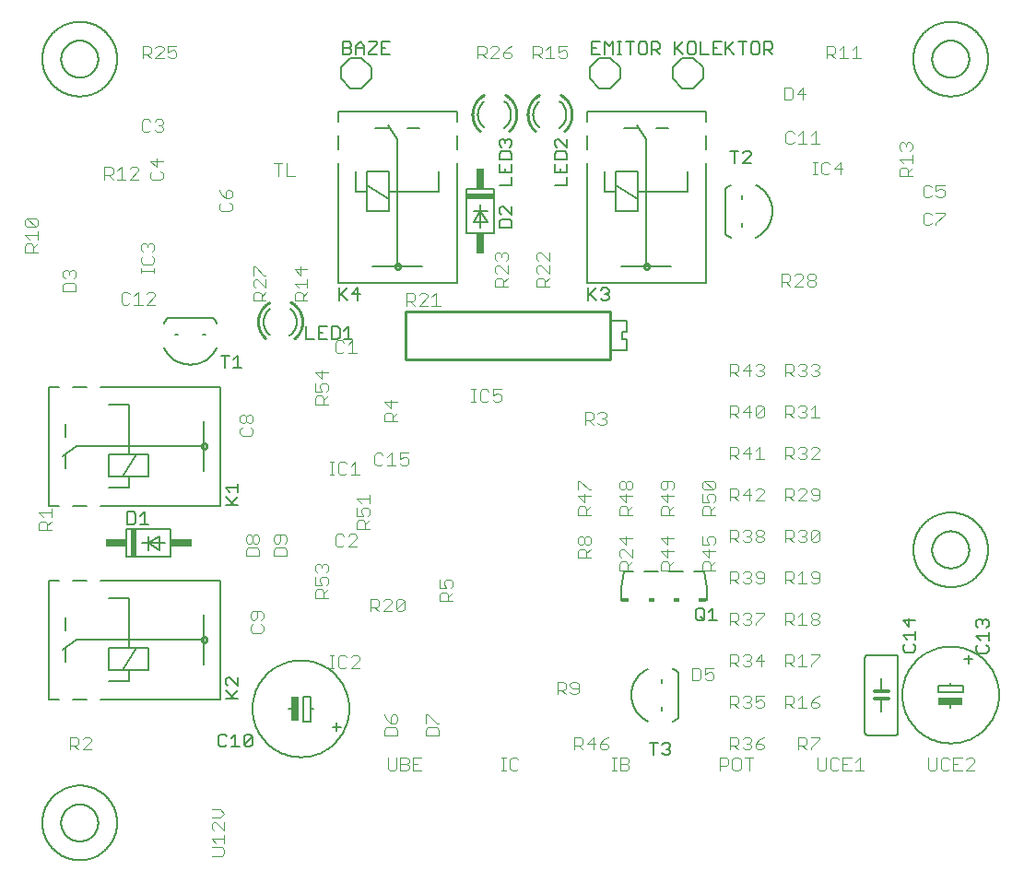
<source format=gbr>
G75*
%MOIN*%
%OFA0B0*%
%FSLAX25Y25*%
%IPPOS*%
%LPD*%
%AMOC8*
5,1,8,0,0,1.08239X$1,22.5*
%
%ADD10C,0.00600*%
%ADD11C,0.00500*%
%ADD12C,0.00400*%
%ADD13R,0.02500X0.09000*%
%ADD14R,0.09000X0.02500*%
%ADD15C,0.01200*%
%ADD16R,0.02000X0.10000*%
%ADD17R,0.07500X0.03000*%
%ADD18R,0.10000X0.02000*%
%ADD19R,0.03000X0.07500*%
%ADD20C,0.01000*%
%ADD21R,0.03000X0.01500*%
%ADD22R,0.02000X0.01500*%
D10*
X0025507Y0087083D02*
X0025509Y0087247D01*
X0025515Y0087411D01*
X0025525Y0087575D01*
X0025539Y0087739D01*
X0025557Y0087902D01*
X0025579Y0088065D01*
X0025606Y0088227D01*
X0025636Y0088389D01*
X0025670Y0088549D01*
X0025708Y0088709D01*
X0025749Y0088868D01*
X0025795Y0089026D01*
X0025845Y0089182D01*
X0025898Y0089338D01*
X0025955Y0089492D01*
X0026016Y0089644D01*
X0026081Y0089795D01*
X0026150Y0089945D01*
X0026222Y0090092D01*
X0026297Y0090238D01*
X0026377Y0090382D01*
X0026459Y0090524D01*
X0026545Y0090664D01*
X0026635Y0090801D01*
X0026728Y0090937D01*
X0026824Y0091070D01*
X0026924Y0091201D01*
X0027026Y0091329D01*
X0027132Y0091455D01*
X0027241Y0091578D01*
X0027353Y0091698D01*
X0027467Y0091816D01*
X0027585Y0091930D01*
X0027705Y0092042D01*
X0027828Y0092151D01*
X0027954Y0092257D01*
X0028082Y0092359D01*
X0028213Y0092459D01*
X0028346Y0092555D01*
X0028482Y0092648D01*
X0028619Y0092738D01*
X0028759Y0092824D01*
X0028901Y0092906D01*
X0029045Y0092986D01*
X0029191Y0093061D01*
X0029338Y0093133D01*
X0029488Y0093202D01*
X0029639Y0093267D01*
X0029791Y0093328D01*
X0029945Y0093385D01*
X0030101Y0093438D01*
X0030257Y0093488D01*
X0030415Y0093534D01*
X0030574Y0093575D01*
X0030734Y0093613D01*
X0030894Y0093647D01*
X0031056Y0093677D01*
X0031218Y0093704D01*
X0031381Y0093726D01*
X0031544Y0093744D01*
X0031708Y0093758D01*
X0031872Y0093768D01*
X0032036Y0093774D01*
X0032200Y0093776D01*
X0032364Y0093774D01*
X0032528Y0093768D01*
X0032692Y0093758D01*
X0032856Y0093744D01*
X0033019Y0093726D01*
X0033182Y0093704D01*
X0033344Y0093677D01*
X0033506Y0093647D01*
X0033666Y0093613D01*
X0033826Y0093575D01*
X0033985Y0093534D01*
X0034143Y0093488D01*
X0034299Y0093438D01*
X0034455Y0093385D01*
X0034609Y0093328D01*
X0034761Y0093267D01*
X0034912Y0093202D01*
X0035062Y0093133D01*
X0035209Y0093061D01*
X0035355Y0092986D01*
X0035499Y0092906D01*
X0035641Y0092824D01*
X0035781Y0092738D01*
X0035918Y0092648D01*
X0036054Y0092555D01*
X0036187Y0092459D01*
X0036318Y0092359D01*
X0036446Y0092257D01*
X0036572Y0092151D01*
X0036695Y0092042D01*
X0036815Y0091930D01*
X0036933Y0091816D01*
X0037047Y0091698D01*
X0037159Y0091578D01*
X0037268Y0091455D01*
X0037374Y0091329D01*
X0037476Y0091201D01*
X0037576Y0091070D01*
X0037672Y0090937D01*
X0037765Y0090801D01*
X0037855Y0090664D01*
X0037941Y0090524D01*
X0038023Y0090382D01*
X0038103Y0090238D01*
X0038178Y0090092D01*
X0038250Y0089945D01*
X0038319Y0089795D01*
X0038384Y0089644D01*
X0038445Y0089492D01*
X0038502Y0089338D01*
X0038555Y0089182D01*
X0038605Y0089026D01*
X0038651Y0088868D01*
X0038692Y0088709D01*
X0038730Y0088549D01*
X0038764Y0088389D01*
X0038794Y0088227D01*
X0038821Y0088065D01*
X0038843Y0087902D01*
X0038861Y0087739D01*
X0038875Y0087575D01*
X0038885Y0087411D01*
X0038891Y0087247D01*
X0038893Y0087083D01*
X0038891Y0086919D01*
X0038885Y0086755D01*
X0038875Y0086591D01*
X0038861Y0086427D01*
X0038843Y0086264D01*
X0038821Y0086101D01*
X0038794Y0085939D01*
X0038764Y0085777D01*
X0038730Y0085617D01*
X0038692Y0085457D01*
X0038651Y0085298D01*
X0038605Y0085140D01*
X0038555Y0084984D01*
X0038502Y0084828D01*
X0038445Y0084674D01*
X0038384Y0084522D01*
X0038319Y0084371D01*
X0038250Y0084221D01*
X0038178Y0084074D01*
X0038103Y0083928D01*
X0038023Y0083784D01*
X0037941Y0083642D01*
X0037855Y0083502D01*
X0037765Y0083365D01*
X0037672Y0083229D01*
X0037576Y0083096D01*
X0037476Y0082965D01*
X0037374Y0082837D01*
X0037268Y0082711D01*
X0037159Y0082588D01*
X0037047Y0082468D01*
X0036933Y0082350D01*
X0036815Y0082236D01*
X0036695Y0082124D01*
X0036572Y0082015D01*
X0036446Y0081909D01*
X0036318Y0081807D01*
X0036187Y0081707D01*
X0036054Y0081611D01*
X0035918Y0081518D01*
X0035781Y0081428D01*
X0035641Y0081342D01*
X0035499Y0081260D01*
X0035355Y0081180D01*
X0035209Y0081105D01*
X0035062Y0081033D01*
X0034912Y0080964D01*
X0034761Y0080899D01*
X0034609Y0080838D01*
X0034455Y0080781D01*
X0034299Y0080728D01*
X0034143Y0080678D01*
X0033985Y0080632D01*
X0033826Y0080591D01*
X0033666Y0080553D01*
X0033506Y0080519D01*
X0033344Y0080489D01*
X0033182Y0080462D01*
X0033019Y0080440D01*
X0032856Y0080422D01*
X0032692Y0080408D01*
X0032528Y0080398D01*
X0032364Y0080392D01*
X0032200Y0080390D01*
X0032036Y0080392D01*
X0031872Y0080398D01*
X0031708Y0080408D01*
X0031544Y0080422D01*
X0031381Y0080440D01*
X0031218Y0080462D01*
X0031056Y0080489D01*
X0030894Y0080519D01*
X0030734Y0080553D01*
X0030574Y0080591D01*
X0030415Y0080632D01*
X0030257Y0080678D01*
X0030101Y0080728D01*
X0029945Y0080781D01*
X0029791Y0080838D01*
X0029639Y0080899D01*
X0029488Y0080964D01*
X0029338Y0081033D01*
X0029191Y0081105D01*
X0029045Y0081180D01*
X0028901Y0081260D01*
X0028759Y0081342D01*
X0028619Y0081428D01*
X0028482Y0081518D01*
X0028346Y0081611D01*
X0028213Y0081707D01*
X0028082Y0081807D01*
X0027954Y0081909D01*
X0027828Y0082015D01*
X0027705Y0082124D01*
X0027585Y0082236D01*
X0027467Y0082350D01*
X0027353Y0082468D01*
X0027241Y0082588D01*
X0027132Y0082711D01*
X0027026Y0082837D01*
X0026924Y0082965D01*
X0026824Y0083096D01*
X0026728Y0083229D01*
X0026635Y0083365D01*
X0026545Y0083502D01*
X0026459Y0083642D01*
X0026377Y0083784D01*
X0026297Y0083928D01*
X0026222Y0084074D01*
X0026150Y0084221D01*
X0026081Y0084371D01*
X0026016Y0084522D01*
X0025955Y0084674D01*
X0025898Y0084828D01*
X0025845Y0084984D01*
X0025795Y0085140D01*
X0025749Y0085298D01*
X0025708Y0085457D01*
X0025670Y0085617D01*
X0025636Y0085777D01*
X0025606Y0085939D01*
X0025579Y0086101D01*
X0025557Y0086264D01*
X0025539Y0086427D01*
X0025525Y0086591D01*
X0025515Y0086755D01*
X0025509Y0086919D01*
X0025507Y0087083D01*
X0018700Y0087083D02*
X0018704Y0087414D01*
X0018716Y0087745D01*
X0018737Y0088076D01*
X0018765Y0088406D01*
X0018802Y0088736D01*
X0018846Y0089064D01*
X0018899Y0089391D01*
X0018959Y0089717D01*
X0019028Y0090041D01*
X0019105Y0090363D01*
X0019189Y0090684D01*
X0019281Y0091002D01*
X0019381Y0091318D01*
X0019489Y0091631D01*
X0019605Y0091942D01*
X0019728Y0092249D01*
X0019858Y0092554D01*
X0019996Y0092855D01*
X0020141Y0093153D01*
X0020294Y0093447D01*
X0020454Y0093737D01*
X0020621Y0094023D01*
X0020794Y0094305D01*
X0020975Y0094583D01*
X0021163Y0094856D01*
X0021357Y0095125D01*
X0021557Y0095389D01*
X0021764Y0095647D01*
X0021978Y0095901D01*
X0022197Y0096149D01*
X0022423Y0096392D01*
X0022654Y0096629D01*
X0022891Y0096860D01*
X0023134Y0097086D01*
X0023382Y0097305D01*
X0023636Y0097519D01*
X0023894Y0097726D01*
X0024158Y0097926D01*
X0024427Y0098120D01*
X0024700Y0098308D01*
X0024978Y0098489D01*
X0025260Y0098662D01*
X0025546Y0098829D01*
X0025836Y0098989D01*
X0026130Y0099142D01*
X0026428Y0099287D01*
X0026729Y0099425D01*
X0027034Y0099555D01*
X0027341Y0099678D01*
X0027652Y0099794D01*
X0027965Y0099902D01*
X0028281Y0100002D01*
X0028599Y0100094D01*
X0028920Y0100178D01*
X0029242Y0100255D01*
X0029566Y0100324D01*
X0029892Y0100384D01*
X0030219Y0100437D01*
X0030547Y0100481D01*
X0030877Y0100518D01*
X0031207Y0100546D01*
X0031538Y0100567D01*
X0031869Y0100579D01*
X0032200Y0100583D01*
X0032531Y0100579D01*
X0032862Y0100567D01*
X0033193Y0100546D01*
X0033523Y0100518D01*
X0033853Y0100481D01*
X0034181Y0100437D01*
X0034508Y0100384D01*
X0034834Y0100324D01*
X0035158Y0100255D01*
X0035480Y0100178D01*
X0035801Y0100094D01*
X0036119Y0100002D01*
X0036435Y0099902D01*
X0036748Y0099794D01*
X0037059Y0099678D01*
X0037366Y0099555D01*
X0037671Y0099425D01*
X0037972Y0099287D01*
X0038270Y0099142D01*
X0038564Y0098989D01*
X0038854Y0098829D01*
X0039140Y0098662D01*
X0039422Y0098489D01*
X0039700Y0098308D01*
X0039973Y0098120D01*
X0040242Y0097926D01*
X0040506Y0097726D01*
X0040764Y0097519D01*
X0041018Y0097305D01*
X0041266Y0097086D01*
X0041509Y0096860D01*
X0041746Y0096629D01*
X0041977Y0096392D01*
X0042203Y0096149D01*
X0042422Y0095901D01*
X0042636Y0095647D01*
X0042843Y0095389D01*
X0043043Y0095125D01*
X0043237Y0094856D01*
X0043425Y0094583D01*
X0043606Y0094305D01*
X0043779Y0094023D01*
X0043946Y0093737D01*
X0044106Y0093447D01*
X0044259Y0093153D01*
X0044404Y0092855D01*
X0044542Y0092554D01*
X0044672Y0092249D01*
X0044795Y0091942D01*
X0044911Y0091631D01*
X0045019Y0091318D01*
X0045119Y0091002D01*
X0045211Y0090684D01*
X0045295Y0090363D01*
X0045372Y0090041D01*
X0045441Y0089717D01*
X0045501Y0089391D01*
X0045554Y0089064D01*
X0045598Y0088736D01*
X0045635Y0088406D01*
X0045663Y0088076D01*
X0045684Y0087745D01*
X0045696Y0087414D01*
X0045700Y0087083D01*
X0045696Y0086752D01*
X0045684Y0086421D01*
X0045663Y0086090D01*
X0045635Y0085760D01*
X0045598Y0085430D01*
X0045554Y0085102D01*
X0045501Y0084775D01*
X0045441Y0084449D01*
X0045372Y0084125D01*
X0045295Y0083803D01*
X0045211Y0083482D01*
X0045119Y0083164D01*
X0045019Y0082848D01*
X0044911Y0082535D01*
X0044795Y0082224D01*
X0044672Y0081917D01*
X0044542Y0081612D01*
X0044404Y0081311D01*
X0044259Y0081013D01*
X0044106Y0080719D01*
X0043946Y0080429D01*
X0043779Y0080143D01*
X0043606Y0079861D01*
X0043425Y0079583D01*
X0043237Y0079310D01*
X0043043Y0079041D01*
X0042843Y0078777D01*
X0042636Y0078519D01*
X0042422Y0078265D01*
X0042203Y0078017D01*
X0041977Y0077774D01*
X0041746Y0077537D01*
X0041509Y0077306D01*
X0041266Y0077080D01*
X0041018Y0076861D01*
X0040764Y0076647D01*
X0040506Y0076440D01*
X0040242Y0076240D01*
X0039973Y0076046D01*
X0039700Y0075858D01*
X0039422Y0075677D01*
X0039140Y0075504D01*
X0038854Y0075337D01*
X0038564Y0075177D01*
X0038270Y0075024D01*
X0037972Y0074879D01*
X0037671Y0074741D01*
X0037366Y0074611D01*
X0037059Y0074488D01*
X0036748Y0074372D01*
X0036435Y0074264D01*
X0036119Y0074164D01*
X0035801Y0074072D01*
X0035480Y0073988D01*
X0035158Y0073911D01*
X0034834Y0073842D01*
X0034508Y0073782D01*
X0034181Y0073729D01*
X0033853Y0073685D01*
X0033523Y0073648D01*
X0033193Y0073620D01*
X0032862Y0073599D01*
X0032531Y0073587D01*
X0032200Y0073583D01*
X0031869Y0073587D01*
X0031538Y0073599D01*
X0031207Y0073620D01*
X0030877Y0073648D01*
X0030547Y0073685D01*
X0030219Y0073729D01*
X0029892Y0073782D01*
X0029566Y0073842D01*
X0029242Y0073911D01*
X0028920Y0073988D01*
X0028599Y0074072D01*
X0028281Y0074164D01*
X0027965Y0074264D01*
X0027652Y0074372D01*
X0027341Y0074488D01*
X0027034Y0074611D01*
X0026729Y0074741D01*
X0026428Y0074879D01*
X0026130Y0075024D01*
X0025836Y0075177D01*
X0025546Y0075337D01*
X0025260Y0075504D01*
X0024978Y0075677D01*
X0024700Y0075858D01*
X0024427Y0076046D01*
X0024158Y0076240D01*
X0023894Y0076440D01*
X0023636Y0076647D01*
X0023382Y0076861D01*
X0023134Y0077080D01*
X0022891Y0077306D01*
X0022654Y0077537D01*
X0022423Y0077774D01*
X0022197Y0078017D01*
X0021978Y0078265D01*
X0021764Y0078519D01*
X0021557Y0078777D01*
X0021357Y0079041D01*
X0021163Y0079310D01*
X0020975Y0079583D01*
X0020794Y0079861D01*
X0020621Y0080143D01*
X0020454Y0080429D01*
X0020294Y0080719D01*
X0020141Y0081013D01*
X0019996Y0081311D01*
X0019858Y0081612D01*
X0019728Y0081917D01*
X0019605Y0082224D01*
X0019489Y0082535D01*
X0019381Y0082848D01*
X0019281Y0083164D01*
X0019189Y0083482D01*
X0019105Y0083803D01*
X0019028Y0084125D01*
X0018959Y0084449D01*
X0018899Y0084775D01*
X0018846Y0085102D01*
X0018802Y0085430D01*
X0018765Y0085760D01*
X0018737Y0086090D01*
X0018716Y0086421D01*
X0018704Y0086752D01*
X0018700Y0087083D01*
X0021200Y0131833D02*
X0021200Y0174833D01*
X0024700Y0174833D01*
X0029700Y0174833D02*
X0034700Y0174833D01*
X0039700Y0174833D02*
X0083200Y0174833D01*
X0083200Y0131833D01*
X0039700Y0131833D01*
X0034700Y0131833D02*
X0029700Y0131833D01*
X0024700Y0131833D02*
X0021200Y0131833D01*
X0027200Y0145333D02*
X0027200Y0150333D01*
X0026200Y0149833D02*
X0031200Y0153333D01*
X0077200Y0153333D01*
X0077200Y0162333D01*
X0077200Y0153333D02*
X0077200Y0144333D01*
X0057200Y0142333D02*
X0050200Y0142333D01*
X0047700Y0142333D01*
X0052700Y0150333D01*
X0050200Y0150333D01*
X0042700Y0150333D01*
X0042700Y0142333D01*
X0047700Y0142333D01*
X0050200Y0142333D02*
X0050200Y0138333D01*
X0042700Y0138333D01*
X0050200Y0150333D02*
X0050200Y0168333D01*
X0042700Y0168333D01*
X0049200Y0183333D02*
X0049200Y0193333D01*
X0065200Y0193333D01*
X0065200Y0183333D01*
X0049200Y0183333D01*
X0054700Y0188333D02*
X0057200Y0188333D01*
X0057200Y0185833D01*
X0057200Y0188333D02*
X0057200Y0190833D01*
X0057200Y0188333D02*
X0061200Y0190833D01*
X0061200Y0185833D01*
X0057200Y0188333D01*
X0063200Y0188333D01*
X0050200Y0208333D02*
X0042700Y0208333D01*
X0042700Y0212333D02*
X0047700Y0212333D01*
X0052700Y0220333D01*
X0050200Y0220333D01*
X0042700Y0220333D01*
X0042700Y0212333D01*
X0047700Y0212333D02*
X0050200Y0212333D01*
X0057200Y0212333D01*
X0057200Y0220333D01*
X0052700Y0220333D01*
X0050200Y0220333D02*
X0050200Y0238333D01*
X0042700Y0238333D01*
X0039700Y0244833D02*
X0083200Y0244833D01*
X0083200Y0201833D01*
X0039700Y0201833D01*
X0034700Y0201833D02*
X0029700Y0201833D01*
X0024700Y0201833D02*
X0021200Y0201833D01*
X0021200Y0244833D01*
X0024700Y0244833D01*
X0029700Y0244833D02*
X0034700Y0244833D01*
X0027200Y0231333D02*
X0027200Y0226833D01*
X0031200Y0223333D02*
X0077200Y0223333D01*
X0077200Y0232333D01*
X0077200Y0223333D02*
X0077200Y0214333D01*
X0050200Y0212333D02*
X0050200Y0208333D01*
X0031200Y0223333D02*
X0026200Y0219833D01*
X0027200Y0220333D02*
X0027200Y0215333D01*
X0027200Y0161333D02*
X0027200Y0156833D01*
X0052700Y0150333D02*
X0057200Y0150333D01*
X0057200Y0142333D01*
X0107700Y0128333D02*
X0109700Y0128333D01*
X0094700Y0128333D02*
X0094705Y0128762D01*
X0094721Y0129192D01*
X0094747Y0129620D01*
X0094784Y0130048D01*
X0094832Y0130475D01*
X0094889Y0130901D01*
X0094958Y0131325D01*
X0095036Y0131747D01*
X0095125Y0132167D01*
X0095224Y0132585D01*
X0095334Y0133000D01*
X0095454Y0133413D01*
X0095583Y0133822D01*
X0095723Y0134229D01*
X0095873Y0134631D01*
X0096032Y0135030D01*
X0096201Y0135425D01*
X0096380Y0135815D01*
X0096569Y0136201D01*
X0096766Y0136582D01*
X0096973Y0136959D01*
X0097190Y0137330D01*
X0097415Y0137695D01*
X0097649Y0138055D01*
X0097892Y0138410D01*
X0098144Y0138758D01*
X0098404Y0139100D01*
X0098672Y0139435D01*
X0098949Y0139764D01*
X0099233Y0140085D01*
X0099526Y0140400D01*
X0099826Y0140707D01*
X0100133Y0141007D01*
X0100448Y0141300D01*
X0100769Y0141584D01*
X0101098Y0141861D01*
X0101433Y0142129D01*
X0101775Y0142389D01*
X0102123Y0142641D01*
X0102478Y0142884D01*
X0102838Y0143118D01*
X0103203Y0143343D01*
X0103574Y0143560D01*
X0103951Y0143767D01*
X0104332Y0143964D01*
X0104718Y0144153D01*
X0105108Y0144332D01*
X0105503Y0144501D01*
X0105902Y0144660D01*
X0106304Y0144810D01*
X0106711Y0144950D01*
X0107120Y0145079D01*
X0107533Y0145199D01*
X0107948Y0145309D01*
X0108366Y0145408D01*
X0108786Y0145497D01*
X0109208Y0145575D01*
X0109632Y0145644D01*
X0110058Y0145701D01*
X0110485Y0145749D01*
X0110913Y0145786D01*
X0111341Y0145812D01*
X0111771Y0145828D01*
X0112200Y0145833D01*
X0112629Y0145828D01*
X0113059Y0145812D01*
X0113487Y0145786D01*
X0113915Y0145749D01*
X0114342Y0145701D01*
X0114768Y0145644D01*
X0115192Y0145575D01*
X0115614Y0145497D01*
X0116034Y0145408D01*
X0116452Y0145309D01*
X0116867Y0145199D01*
X0117280Y0145079D01*
X0117689Y0144950D01*
X0118096Y0144810D01*
X0118498Y0144660D01*
X0118897Y0144501D01*
X0119292Y0144332D01*
X0119682Y0144153D01*
X0120068Y0143964D01*
X0120449Y0143767D01*
X0120826Y0143560D01*
X0121197Y0143343D01*
X0121562Y0143118D01*
X0121922Y0142884D01*
X0122277Y0142641D01*
X0122625Y0142389D01*
X0122967Y0142129D01*
X0123302Y0141861D01*
X0123631Y0141584D01*
X0123952Y0141300D01*
X0124267Y0141007D01*
X0124574Y0140707D01*
X0124874Y0140400D01*
X0125167Y0140085D01*
X0125451Y0139764D01*
X0125728Y0139435D01*
X0125996Y0139100D01*
X0126256Y0138758D01*
X0126508Y0138410D01*
X0126751Y0138055D01*
X0126985Y0137695D01*
X0127210Y0137330D01*
X0127427Y0136959D01*
X0127634Y0136582D01*
X0127831Y0136201D01*
X0128020Y0135815D01*
X0128199Y0135425D01*
X0128368Y0135030D01*
X0128527Y0134631D01*
X0128677Y0134229D01*
X0128817Y0133822D01*
X0128946Y0133413D01*
X0129066Y0133000D01*
X0129176Y0132585D01*
X0129275Y0132167D01*
X0129364Y0131747D01*
X0129442Y0131325D01*
X0129511Y0130901D01*
X0129568Y0130475D01*
X0129616Y0130048D01*
X0129653Y0129620D01*
X0129679Y0129192D01*
X0129695Y0128762D01*
X0129700Y0128333D01*
X0129695Y0127904D01*
X0129679Y0127474D01*
X0129653Y0127046D01*
X0129616Y0126618D01*
X0129568Y0126191D01*
X0129511Y0125765D01*
X0129442Y0125341D01*
X0129364Y0124919D01*
X0129275Y0124499D01*
X0129176Y0124081D01*
X0129066Y0123666D01*
X0128946Y0123253D01*
X0128817Y0122844D01*
X0128677Y0122437D01*
X0128527Y0122035D01*
X0128368Y0121636D01*
X0128199Y0121241D01*
X0128020Y0120851D01*
X0127831Y0120465D01*
X0127634Y0120084D01*
X0127427Y0119707D01*
X0127210Y0119336D01*
X0126985Y0118971D01*
X0126751Y0118611D01*
X0126508Y0118256D01*
X0126256Y0117908D01*
X0125996Y0117566D01*
X0125728Y0117231D01*
X0125451Y0116902D01*
X0125167Y0116581D01*
X0124874Y0116266D01*
X0124574Y0115959D01*
X0124267Y0115659D01*
X0123952Y0115366D01*
X0123631Y0115082D01*
X0123302Y0114805D01*
X0122967Y0114537D01*
X0122625Y0114277D01*
X0122277Y0114025D01*
X0121922Y0113782D01*
X0121562Y0113548D01*
X0121197Y0113323D01*
X0120826Y0113106D01*
X0120449Y0112899D01*
X0120068Y0112702D01*
X0119682Y0112513D01*
X0119292Y0112334D01*
X0118897Y0112165D01*
X0118498Y0112006D01*
X0118096Y0111856D01*
X0117689Y0111716D01*
X0117280Y0111587D01*
X0116867Y0111467D01*
X0116452Y0111357D01*
X0116034Y0111258D01*
X0115614Y0111169D01*
X0115192Y0111091D01*
X0114768Y0111022D01*
X0114342Y0110965D01*
X0113915Y0110917D01*
X0113487Y0110880D01*
X0113059Y0110854D01*
X0112629Y0110838D01*
X0112200Y0110833D01*
X0111771Y0110838D01*
X0111341Y0110854D01*
X0110913Y0110880D01*
X0110485Y0110917D01*
X0110058Y0110965D01*
X0109632Y0111022D01*
X0109208Y0111091D01*
X0108786Y0111169D01*
X0108366Y0111258D01*
X0107948Y0111357D01*
X0107533Y0111467D01*
X0107120Y0111587D01*
X0106711Y0111716D01*
X0106304Y0111856D01*
X0105902Y0112006D01*
X0105503Y0112165D01*
X0105108Y0112334D01*
X0104718Y0112513D01*
X0104332Y0112702D01*
X0103951Y0112899D01*
X0103574Y0113106D01*
X0103203Y0113323D01*
X0102838Y0113548D01*
X0102478Y0113782D01*
X0102123Y0114025D01*
X0101775Y0114277D01*
X0101433Y0114537D01*
X0101098Y0114805D01*
X0100769Y0115082D01*
X0100448Y0115366D01*
X0100133Y0115659D01*
X0099826Y0115959D01*
X0099526Y0116266D01*
X0099233Y0116581D01*
X0098949Y0116902D01*
X0098672Y0117231D01*
X0098404Y0117566D01*
X0098144Y0117908D01*
X0097892Y0118256D01*
X0097649Y0118611D01*
X0097415Y0118971D01*
X0097190Y0119336D01*
X0096973Y0119707D01*
X0096766Y0120084D01*
X0096569Y0120465D01*
X0096380Y0120851D01*
X0096201Y0121241D01*
X0096032Y0121636D01*
X0095873Y0122035D01*
X0095723Y0122437D01*
X0095583Y0122844D01*
X0095454Y0123253D01*
X0095334Y0123666D01*
X0095224Y0124081D01*
X0095125Y0124499D01*
X0095036Y0124919D01*
X0094958Y0125341D01*
X0094889Y0125765D01*
X0094832Y0126191D01*
X0094784Y0126618D01*
X0094747Y0127046D01*
X0094721Y0127474D01*
X0094705Y0127904D01*
X0094700Y0128333D01*
X0113200Y0123833D02*
X0115700Y0123833D01*
X0115700Y0128333D01*
X0115700Y0132833D01*
X0113200Y0132833D01*
X0113200Y0123833D01*
X0115700Y0128333D02*
X0116700Y0128333D01*
X0123700Y0121833D02*
X0126700Y0121833D01*
X0125200Y0120333D02*
X0125200Y0123333D01*
X0227950Y0167583D02*
X0227950Y0172083D01*
X0228950Y0178083D01*
X0232450Y0178083D01*
X0236450Y0178083D02*
X0241450Y0178083D01*
X0245450Y0178083D02*
X0250450Y0178083D01*
X0254450Y0178083D02*
X0257950Y0178083D01*
X0258950Y0172083D01*
X0258950Y0167583D01*
X0316200Y0146833D02*
X0316200Y0119833D01*
X0316202Y0119773D01*
X0316207Y0119712D01*
X0316216Y0119653D01*
X0316229Y0119594D01*
X0316245Y0119535D01*
X0316265Y0119478D01*
X0316288Y0119423D01*
X0316315Y0119368D01*
X0316344Y0119316D01*
X0316377Y0119265D01*
X0316413Y0119216D01*
X0316451Y0119170D01*
X0316493Y0119126D01*
X0316537Y0119084D01*
X0316583Y0119046D01*
X0316632Y0119010D01*
X0316683Y0118977D01*
X0316735Y0118948D01*
X0316790Y0118921D01*
X0316845Y0118898D01*
X0316902Y0118878D01*
X0316961Y0118862D01*
X0317020Y0118849D01*
X0317079Y0118840D01*
X0317140Y0118835D01*
X0317200Y0118833D01*
X0327200Y0118833D01*
X0327260Y0118835D01*
X0327321Y0118840D01*
X0327380Y0118849D01*
X0327439Y0118862D01*
X0327498Y0118878D01*
X0327555Y0118898D01*
X0327610Y0118921D01*
X0327665Y0118948D01*
X0327717Y0118977D01*
X0327768Y0119010D01*
X0327817Y0119046D01*
X0327863Y0119084D01*
X0327907Y0119126D01*
X0327949Y0119170D01*
X0327987Y0119216D01*
X0328023Y0119265D01*
X0328056Y0119316D01*
X0328085Y0119368D01*
X0328112Y0119423D01*
X0328135Y0119478D01*
X0328155Y0119535D01*
X0328171Y0119594D01*
X0328184Y0119653D01*
X0328193Y0119712D01*
X0328198Y0119773D01*
X0328200Y0119833D01*
X0328200Y0146833D01*
X0328198Y0146893D01*
X0328193Y0146954D01*
X0328184Y0147013D01*
X0328171Y0147072D01*
X0328155Y0147131D01*
X0328135Y0147188D01*
X0328112Y0147243D01*
X0328085Y0147298D01*
X0328056Y0147350D01*
X0328023Y0147401D01*
X0327987Y0147450D01*
X0327949Y0147496D01*
X0327907Y0147540D01*
X0327863Y0147582D01*
X0327817Y0147620D01*
X0327768Y0147656D01*
X0327717Y0147689D01*
X0327665Y0147718D01*
X0327610Y0147745D01*
X0327555Y0147768D01*
X0327498Y0147788D01*
X0327439Y0147804D01*
X0327380Y0147817D01*
X0327321Y0147826D01*
X0327260Y0147831D01*
X0327200Y0147833D01*
X0317200Y0147833D01*
X0317140Y0147831D01*
X0317079Y0147826D01*
X0317020Y0147817D01*
X0316961Y0147804D01*
X0316902Y0147788D01*
X0316845Y0147768D01*
X0316790Y0147745D01*
X0316735Y0147718D01*
X0316683Y0147689D01*
X0316632Y0147656D01*
X0316583Y0147620D01*
X0316537Y0147582D01*
X0316493Y0147540D01*
X0316451Y0147496D01*
X0316413Y0147450D01*
X0316377Y0147401D01*
X0316344Y0147350D01*
X0316315Y0147298D01*
X0316288Y0147243D01*
X0316265Y0147188D01*
X0316245Y0147131D01*
X0316229Y0147072D01*
X0316216Y0147013D01*
X0316207Y0146954D01*
X0316202Y0146893D01*
X0316200Y0146833D01*
X0322200Y0139333D02*
X0322200Y0134533D01*
X0322200Y0132033D02*
X0322200Y0127333D01*
X0342700Y0134333D02*
X0351700Y0134333D01*
X0351700Y0136833D01*
X0347200Y0136833D01*
X0342700Y0136833D01*
X0342700Y0134333D01*
X0329700Y0133333D02*
X0329705Y0133762D01*
X0329721Y0134192D01*
X0329747Y0134620D01*
X0329784Y0135048D01*
X0329832Y0135475D01*
X0329889Y0135901D01*
X0329958Y0136325D01*
X0330036Y0136747D01*
X0330125Y0137167D01*
X0330224Y0137585D01*
X0330334Y0138000D01*
X0330454Y0138413D01*
X0330583Y0138822D01*
X0330723Y0139229D01*
X0330873Y0139631D01*
X0331032Y0140030D01*
X0331201Y0140425D01*
X0331380Y0140815D01*
X0331569Y0141201D01*
X0331766Y0141582D01*
X0331973Y0141959D01*
X0332190Y0142330D01*
X0332415Y0142695D01*
X0332649Y0143055D01*
X0332892Y0143410D01*
X0333144Y0143758D01*
X0333404Y0144100D01*
X0333672Y0144435D01*
X0333949Y0144764D01*
X0334233Y0145085D01*
X0334526Y0145400D01*
X0334826Y0145707D01*
X0335133Y0146007D01*
X0335448Y0146300D01*
X0335769Y0146584D01*
X0336098Y0146861D01*
X0336433Y0147129D01*
X0336775Y0147389D01*
X0337123Y0147641D01*
X0337478Y0147884D01*
X0337838Y0148118D01*
X0338203Y0148343D01*
X0338574Y0148560D01*
X0338951Y0148767D01*
X0339332Y0148964D01*
X0339718Y0149153D01*
X0340108Y0149332D01*
X0340503Y0149501D01*
X0340902Y0149660D01*
X0341304Y0149810D01*
X0341711Y0149950D01*
X0342120Y0150079D01*
X0342533Y0150199D01*
X0342948Y0150309D01*
X0343366Y0150408D01*
X0343786Y0150497D01*
X0344208Y0150575D01*
X0344632Y0150644D01*
X0345058Y0150701D01*
X0345485Y0150749D01*
X0345913Y0150786D01*
X0346341Y0150812D01*
X0346771Y0150828D01*
X0347200Y0150833D01*
X0347629Y0150828D01*
X0348059Y0150812D01*
X0348487Y0150786D01*
X0348915Y0150749D01*
X0349342Y0150701D01*
X0349768Y0150644D01*
X0350192Y0150575D01*
X0350614Y0150497D01*
X0351034Y0150408D01*
X0351452Y0150309D01*
X0351867Y0150199D01*
X0352280Y0150079D01*
X0352689Y0149950D01*
X0353096Y0149810D01*
X0353498Y0149660D01*
X0353897Y0149501D01*
X0354292Y0149332D01*
X0354682Y0149153D01*
X0355068Y0148964D01*
X0355449Y0148767D01*
X0355826Y0148560D01*
X0356197Y0148343D01*
X0356562Y0148118D01*
X0356922Y0147884D01*
X0357277Y0147641D01*
X0357625Y0147389D01*
X0357967Y0147129D01*
X0358302Y0146861D01*
X0358631Y0146584D01*
X0358952Y0146300D01*
X0359267Y0146007D01*
X0359574Y0145707D01*
X0359874Y0145400D01*
X0360167Y0145085D01*
X0360451Y0144764D01*
X0360728Y0144435D01*
X0360996Y0144100D01*
X0361256Y0143758D01*
X0361508Y0143410D01*
X0361751Y0143055D01*
X0361985Y0142695D01*
X0362210Y0142330D01*
X0362427Y0141959D01*
X0362634Y0141582D01*
X0362831Y0141201D01*
X0363020Y0140815D01*
X0363199Y0140425D01*
X0363368Y0140030D01*
X0363527Y0139631D01*
X0363677Y0139229D01*
X0363817Y0138822D01*
X0363946Y0138413D01*
X0364066Y0138000D01*
X0364176Y0137585D01*
X0364275Y0137167D01*
X0364364Y0136747D01*
X0364442Y0136325D01*
X0364511Y0135901D01*
X0364568Y0135475D01*
X0364616Y0135048D01*
X0364653Y0134620D01*
X0364679Y0134192D01*
X0364695Y0133762D01*
X0364700Y0133333D01*
X0364695Y0132904D01*
X0364679Y0132474D01*
X0364653Y0132046D01*
X0364616Y0131618D01*
X0364568Y0131191D01*
X0364511Y0130765D01*
X0364442Y0130341D01*
X0364364Y0129919D01*
X0364275Y0129499D01*
X0364176Y0129081D01*
X0364066Y0128666D01*
X0363946Y0128253D01*
X0363817Y0127844D01*
X0363677Y0127437D01*
X0363527Y0127035D01*
X0363368Y0126636D01*
X0363199Y0126241D01*
X0363020Y0125851D01*
X0362831Y0125465D01*
X0362634Y0125084D01*
X0362427Y0124707D01*
X0362210Y0124336D01*
X0361985Y0123971D01*
X0361751Y0123611D01*
X0361508Y0123256D01*
X0361256Y0122908D01*
X0360996Y0122566D01*
X0360728Y0122231D01*
X0360451Y0121902D01*
X0360167Y0121581D01*
X0359874Y0121266D01*
X0359574Y0120959D01*
X0359267Y0120659D01*
X0358952Y0120366D01*
X0358631Y0120082D01*
X0358302Y0119805D01*
X0357967Y0119537D01*
X0357625Y0119277D01*
X0357277Y0119025D01*
X0356922Y0118782D01*
X0356562Y0118548D01*
X0356197Y0118323D01*
X0355826Y0118106D01*
X0355449Y0117899D01*
X0355068Y0117702D01*
X0354682Y0117513D01*
X0354292Y0117334D01*
X0353897Y0117165D01*
X0353498Y0117006D01*
X0353096Y0116856D01*
X0352689Y0116716D01*
X0352280Y0116587D01*
X0351867Y0116467D01*
X0351452Y0116357D01*
X0351034Y0116258D01*
X0350614Y0116169D01*
X0350192Y0116091D01*
X0349768Y0116022D01*
X0349342Y0115965D01*
X0348915Y0115917D01*
X0348487Y0115880D01*
X0348059Y0115854D01*
X0347629Y0115838D01*
X0347200Y0115833D01*
X0346771Y0115838D01*
X0346341Y0115854D01*
X0345913Y0115880D01*
X0345485Y0115917D01*
X0345058Y0115965D01*
X0344632Y0116022D01*
X0344208Y0116091D01*
X0343786Y0116169D01*
X0343366Y0116258D01*
X0342948Y0116357D01*
X0342533Y0116467D01*
X0342120Y0116587D01*
X0341711Y0116716D01*
X0341304Y0116856D01*
X0340902Y0117006D01*
X0340503Y0117165D01*
X0340108Y0117334D01*
X0339718Y0117513D01*
X0339332Y0117702D01*
X0338951Y0117899D01*
X0338574Y0118106D01*
X0338203Y0118323D01*
X0337838Y0118548D01*
X0337478Y0118782D01*
X0337123Y0119025D01*
X0336775Y0119277D01*
X0336433Y0119537D01*
X0336098Y0119805D01*
X0335769Y0120082D01*
X0335448Y0120366D01*
X0335133Y0120659D01*
X0334826Y0120959D01*
X0334526Y0121266D01*
X0334233Y0121581D01*
X0333949Y0121902D01*
X0333672Y0122231D01*
X0333404Y0122566D01*
X0333144Y0122908D01*
X0332892Y0123256D01*
X0332649Y0123611D01*
X0332415Y0123971D01*
X0332190Y0124336D01*
X0331973Y0124707D01*
X0331766Y0125084D01*
X0331569Y0125465D01*
X0331380Y0125851D01*
X0331201Y0126241D01*
X0331032Y0126636D01*
X0330873Y0127035D01*
X0330723Y0127437D01*
X0330583Y0127844D01*
X0330454Y0128253D01*
X0330334Y0128666D01*
X0330224Y0129081D01*
X0330125Y0129499D01*
X0330036Y0129919D01*
X0329958Y0130341D01*
X0329889Y0130765D01*
X0329832Y0131191D01*
X0329784Y0131618D01*
X0329747Y0132046D01*
X0329721Y0132474D01*
X0329705Y0132904D01*
X0329700Y0133333D01*
X0347200Y0130833D02*
X0347200Y0128833D01*
X0347200Y0136833D02*
X0347200Y0137833D01*
X0353700Y0144833D02*
X0353700Y0147833D01*
X0355200Y0146333D02*
X0352200Y0146333D01*
X0340507Y0185833D02*
X0340509Y0185997D01*
X0340515Y0186161D01*
X0340525Y0186325D01*
X0340539Y0186489D01*
X0340557Y0186652D01*
X0340579Y0186815D01*
X0340606Y0186977D01*
X0340636Y0187139D01*
X0340670Y0187299D01*
X0340708Y0187459D01*
X0340749Y0187618D01*
X0340795Y0187776D01*
X0340845Y0187932D01*
X0340898Y0188088D01*
X0340955Y0188242D01*
X0341016Y0188394D01*
X0341081Y0188545D01*
X0341150Y0188695D01*
X0341222Y0188842D01*
X0341297Y0188988D01*
X0341377Y0189132D01*
X0341459Y0189274D01*
X0341545Y0189414D01*
X0341635Y0189551D01*
X0341728Y0189687D01*
X0341824Y0189820D01*
X0341924Y0189951D01*
X0342026Y0190079D01*
X0342132Y0190205D01*
X0342241Y0190328D01*
X0342353Y0190448D01*
X0342467Y0190566D01*
X0342585Y0190680D01*
X0342705Y0190792D01*
X0342828Y0190901D01*
X0342954Y0191007D01*
X0343082Y0191109D01*
X0343213Y0191209D01*
X0343346Y0191305D01*
X0343482Y0191398D01*
X0343619Y0191488D01*
X0343759Y0191574D01*
X0343901Y0191656D01*
X0344045Y0191736D01*
X0344191Y0191811D01*
X0344338Y0191883D01*
X0344488Y0191952D01*
X0344639Y0192017D01*
X0344791Y0192078D01*
X0344945Y0192135D01*
X0345101Y0192188D01*
X0345257Y0192238D01*
X0345415Y0192284D01*
X0345574Y0192325D01*
X0345734Y0192363D01*
X0345894Y0192397D01*
X0346056Y0192427D01*
X0346218Y0192454D01*
X0346381Y0192476D01*
X0346544Y0192494D01*
X0346708Y0192508D01*
X0346872Y0192518D01*
X0347036Y0192524D01*
X0347200Y0192526D01*
X0347364Y0192524D01*
X0347528Y0192518D01*
X0347692Y0192508D01*
X0347856Y0192494D01*
X0348019Y0192476D01*
X0348182Y0192454D01*
X0348344Y0192427D01*
X0348506Y0192397D01*
X0348666Y0192363D01*
X0348826Y0192325D01*
X0348985Y0192284D01*
X0349143Y0192238D01*
X0349299Y0192188D01*
X0349455Y0192135D01*
X0349609Y0192078D01*
X0349761Y0192017D01*
X0349912Y0191952D01*
X0350062Y0191883D01*
X0350209Y0191811D01*
X0350355Y0191736D01*
X0350499Y0191656D01*
X0350641Y0191574D01*
X0350781Y0191488D01*
X0350918Y0191398D01*
X0351054Y0191305D01*
X0351187Y0191209D01*
X0351318Y0191109D01*
X0351446Y0191007D01*
X0351572Y0190901D01*
X0351695Y0190792D01*
X0351815Y0190680D01*
X0351933Y0190566D01*
X0352047Y0190448D01*
X0352159Y0190328D01*
X0352268Y0190205D01*
X0352374Y0190079D01*
X0352476Y0189951D01*
X0352576Y0189820D01*
X0352672Y0189687D01*
X0352765Y0189551D01*
X0352855Y0189414D01*
X0352941Y0189274D01*
X0353023Y0189132D01*
X0353103Y0188988D01*
X0353178Y0188842D01*
X0353250Y0188695D01*
X0353319Y0188545D01*
X0353384Y0188394D01*
X0353445Y0188242D01*
X0353502Y0188088D01*
X0353555Y0187932D01*
X0353605Y0187776D01*
X0353651Y0187618D01*
X0353692Y0187459D01*
X0353730Y0187299D01*
X0353764Y0187139D01*
X0353794Y0186977D01*
X0353821Y0186815D01*
X0353843Y0186652D01*
X0353861Y0186489D01*
X0353875Y0186325D01*
X0353885Y0186161D01*
X0353891Y0185997D01*
X0353893Y0185833D01*
X0353891Y0185669D01*
X0353885Y0185505D01*
X0353875Y0185341D01*
X0353861Y0185177D01*
X0353843Y0185014D01*
X0353821Y0184851D01*
X0353794Y0184689D01*
X0353764Y0184527D01*
X0353730Y0184367D01*
X0353692Y0184207D01*
X0353651Y0184048D01*
X0353605Y0183890D01*
X0353555Y0183734D01*
X0353502Y0183578D01*
X0353445Y0183424D01*
X0353384Y0183272D01*
X0353319Y0183121D01*
X0353250Y0182971D01*
X0353178Y0182824D01*
X0353103Y0182678D01*
X0353023Y0182534D01*
X0352941Y0182392D01*
X0352855Y0182252D01*
X0352765Y0182115D01*
X0352672Y0181979D01*
X0352576Y0181846D01*
X0352476Y0181715D01*
X0352374Y0181587D01*
X0352268Y0181461D01*
X0352159Y0181338D01*
X0352047Y0181218D01*
X0351933Y0181100D01*
X0351815Y0180986D01*
X0351695Y0180874D01*
X0351572Y0180765D01*
X0351446Y0180659D01*
X0351318Y0180557D01*
X0351187Y0180457D01*
X0351054Y0180361D01*
X0350918Y0180268D01*
X0350781Y0180178D01*
X0350641Y0180092D01*
X0350499Y0180010D01*
X0350355Y0179930D01*
X0350209Y0179855D01*
X0350062Y0179783D01*
X0349912Y0179714D01*
X0349761Y0179649D01*
X0349609Y0179588D01*
X0349455Y0179531D01*
X0349299Y0179478D01*
X0349143Y0179428D01*
X0348985Y0179382D01*
X0348826Y0179341D01*
X0348666Y0179303D01*
X0348506Y0179269D01*
X0348344Y0179239D01*
X0348182Y0179212D01*
X0348019Y0179190D01*
X0347856Y0179172D01*
X0347692Y0179158D01*
X0347528Y0179148D01*
X0347364Y0179142D01*
X0347200Y0179140D01*
X0347036Y0179142D01*
X0346872Y0179148D01*
X0346708Y0179158D01*
X0346544Y0179172D01*
X0346381Y0179190D01*
X0346218Y0179212D01*
X0346056Y0179239D01*
X0345894Y0179269D01*
X0345734Y0179303D01*
X0345574Y0179341D01*
X0345415Y0179382D01*
X0345257Y0179428D01*
X0345101Y0179478D01*
X0344945Y0179531D01*
X0344791Y0179588D01*
X0344639Y0179649D01*
X0344488Y0179714D01*
X0344338Y0179783D01*
X0344191Y0179855D01*
X0344045Y0179930D01*
X0343901Y0180010D01*
X0343759Y0180092D01*
X0343619Y0180178D01*
X0343482Y0180268D01*
X0343346Y0180361D01*
X0343213Y0180457D01*
X0343082Y0180557D01*
X0342954Y0180659D01*
X0342828Y0180765D01*
X0342705Y0180874D01*
X0342585Y0180986D01*
X0342467Y0181100D01*
X0342353Y0181218D01*
X0342241Y0181338D01*
X0342132Y0181461D01*
X0342026Y0181587D01*
X0341924Y0181715D01*
X0341824Y0181846D01*
X0341728Y0181979D01*
X0341635Y0182115D01*
X0341545Y0182252D01*
X0341459Y0182392D01*
X0341377Y0182534D01*
X0341297Y0182678D01*
X0341222Y0182824D01*
X0341150Y0182971D01*
X0341081Y0183121D01*
X0341016Y0183272D01*
X0340955Y0183424D01*
X0340898Y0183578D01*
X0340845Y0183734D01*
X0340795Y0183890D01*
X0340749Y0184048D01*
X0340708Y0184207D01*
X0340670Y0184367D01*
X0340636Y0184527D01*
X0340606Y0184689D01*
X0340579Y0184851D01*
X0340557Y0185014D01*
X0340539Y0185177D01*
X0340525Y0185341D01*
X0340515Y0185505D01*
X0340509Y0185669D01*
X0340507Y0185833D01*
X0333700Y0185833D02*
X0333704Y0186164D01*
X0333716Y0186495D01*
X0333737Y0186826D01*
X0333765Y0187156D01*
X0333802Y0187486D01*
X0333846Y0187814D01*
X0333899Y0188141D01*
X0333959Y0188467D01*
X0334028Y0188791D01*
X0334105Y0189113D01*
X0334189Y0189434D01*
X0334281Y0189752D01*
X0334381Y0190068D01*
X0334489Y0190381D01*
X0334605Y0190692D01*
X0334728Y0190999D01*
X0334858Y0191304D01*
X0334996Y0191605D01*
X0335141Y0191903D01*
X0335294Y0192197D01*
X0335454Y0192487D01*
X0335621Y0192773D01*
X0335794Y0193055D01*
X0335975Y0193333D01*
X0336163Y0193606D01*
X0336357Y0193875D01*
X0336557Y0194139D01*
X0336764Y0194397D01*
X0336978Y0194651D01*
X0337197Y0194899D01*
X0337423Y0195142D01*
X0337654Y0195379D01*
X0337891Y0195610D01*
X0338134Y0195836D01*
X0338382Y0196055D01*
X0338636Y0196269D01*
X0338894Y0196476D01*
X0339158Y0196676D01*
X0339427Y0196870D01*
X0339700Y0197058D01*
X0339978Y0197239D01*
X0340260Y0197412D01*
X0340546Y0197579D01*
X0340836Y0197739D01*
X0341130Y0197892D01*
X0341428Y0198037D01*
X0341729Y0198175D01*
X0342034Y0198305D01*
X0342341Y0198428D01*
X0342652Y0198544D01*
X0342965Y0198652D01*
X0343281Y0198752D01*
X0343599Y0198844D01*
X0343920Y0198928D01*
X0344242Y0199005D01*
X0344566Y0199074D01*
X0344892Y0199134D01*
X0345219Y0199187D01*
X0345547Y0199231D01*
X0345877Y0199268D01*
X0346207Y0199296D01*
X0346538Y0199317D01*
X0346869Y0199329D01*
X0347200Y0199333D01*
X0347531Y0199329D01*
X0347862Y0199317D01*
X0348193Y0199296D01*
X0348523Y0199268D01*
X0348853Y0199231D01*
X0349181Y0199187D01*
X0349508Y0199134D01*
X0349834Y0199074D01*
X0350158Y0199005D01*
X0350480Y0198928D01*
X0350801Y0198844D01*
X0351119Y0198752D01*
X0351435Y0198652D01*
X0351748Y0198544D01*
X0352059Y0198428D01*
X0352366Y0198305D01*
X0352671Y0198175D01*
X0352972Y0198037D01*
X0353270Y0197892D01*
X0353564Y0197739D01*
X0353854Y0197579D01*
X0354140Y0197412D01*
X0354422Y0197239D01*
X0354700Y0197058D01*
X0354973Y0196870D01*
X0355242Y0196676D01*
X0355506Y0196476D01*
X0355764Y0196269D01*
X0356018Y0196055D01*
X0356266Y0195836D01*
X0356509Y0195610D01*
X0356746Y0195379D01*
X0356977Y0195142D01*
X0357203Y0194899D01*
X0357422Y0194651D01*
X0357636Y0194397D01*
X0357843Y0194139D01*
X0358043Y0193875D01*
X0358237Y0193606D01*
X0358425Y0193333D01*
X0358606Y0193055D01*
X0358779Y0192773D01*
X0358946Y0192487D01*
X0359106Y0192197D01*
X0359259Y0191903D01*
X0359404Y0191605D01*
X0359542Y0191304D01*
X0359672Y0190999D01*
X0359795Y0190692D01*
X0359911Y0190381D01*
X0360019Y0190068D01*
X0360119Y0189752D01*
X0360211Y0189434D01*
X0360295Y0189113D01*
X0360372Y0188791D01*
X0360441Y0188467D01*
X0360501Y0188141D01*
X0360554Y0187814D01*
X0360598Y0187486D01*
X0360635Y0187156D01*
X0360663Y0186826D01*
X0360684Y0186495D01*
X0360696Y0186164D01*
X0360700Y0185833D01*
X0360696Y0185502D01*
X0360684Y0185171D01*
X0360663Y0184840D01*
X0360635Y0184510D01*
X0360598Y0184180D01*
X0360554Y0183852D01*
X0360501Y0183525D01*
X0360441Y0183199D01*
X0360372Y0182875D01*
X0360295Y0182553D01*
X0360211Y0182232D01*
X0360119Y0181914D01*
X0360019Y0181598D01*
X0359911Y0181285D01*
X0359795Y0180974D01*
X0359672Y0180667D01*
X0359542Y0180362D01*
X0359404Y0180061D01*
X0359259Y0179763D01*
X0359106Y0179469D01*
X0358946Y0179179D01*
X0358779Y0178893D01*
X0358606Y0178611D01*
X0358425Y0178333D01*
X0358237Y0178060D01*
X0358043Y0177791D01*
X0357843Y0177527D01*
X0357636Y0177269D01*
X0357422Y0177015D01*
X0357203Y0176767D01*
X0356977Y0176524D01*
X0356746Y0176287D01*
X0356509Y0176056D01*
X0356266Y0175830D01*
X0356018Y0175611D01*
X0355764Y0175397D01*
X0355506Y0175190D01*
X0355242Y0174990D01*
X0354973Y0174796D01*
X0354700Y0174608D01*
X0354422Y0174427D01*
X0354140Y0174254D01*
X0353854Y0174087D01*
X0353564Y0173927D01*
X0353270Y0173774D01*
X0352972Y0173629D01*
X0352671Y0173491D01*
X0352366Y0173361D01*
X0352059Y0173238D01*
X0351748Y0173122D01*
X0351435Y0173014D01*
X0351119Y0172914D01*
X0350801Y0172822D01*
X0350480Y0172738D01*
X0350158Y0172661D01*
X0349834Y0172592D01*
X0349508Y0172532D01*
X0349181Y0172479D01*
X0348853Y0172435D01*
X0348523Y0172398D01*
X0348193Y0172370D01*
X0347862Y0172349D01*
X0347531Y0172337D01*
X0347200Y0172333D01*
X0346869Y0172337D01*
X0346538Y0172349D01*
X0346207Y0172370D01*
X0345877Y0172398D01*
X0345547Y0172435D01*
X0345219Y0172479D01*
X0344892Y0172532D01*
X0344566Y0172592D01*
X0344242Y0172661D01*
X0343920Y0172738D01*
X0343599Y0172822D01*
X0343281Y0172914D01*
X0342965Y0173014D01*
X0342652Y0173122D01*
X0342341Y0173238D01*
X0342034Y0173361D01*
X0341729Y0173491D01*
X0341428Y0173629D01*
X0341130Y0173774D01*
X0340836Y0173927D01*
X0340546Y0174087D01*
X0340260Y0174254D01*
X0339978Y0174427D01*
X0339700Y0174608D01*
X0339427Y0174796D01*
X0339158Y0174990D01*
X0338894Y0175190D01*
X0338636Y0175397D01*
X0338382Y0175611D01*
X0338134Y0175830D01*
X0337891Y0176056D01*
X0337654Y0176287D01*
X0337423Y0176524D01*
X0337197Y0176767D01*
X0336978Y0177015D01*
X0336764Y0177269D01*
X0336557Y0177527D01*
X0336357Y0177791D01*
X0336163Y0178060D01*
X0335975Y0178333D01*
X0335794Y0178611D01*
X0335621Y0178893D01*
X0335454Y0179179D01*
X0335294Y0179469D01*
X0335141Y0179763D01*
X0334996Y0180061D01*
X0334858Y0180362D01*
X0334728Y0180667D01*
X0334605Y0180974D01*
X0334489Y0181285D01*
X0334381Y0181598D01*
X0334281Y0181914D01*
X0334189Y0182232D01*
X0334105Y0182553D01*
X0334028Y0182875D01*
X0333959Y0183199D01*
X0333899Y0183525D01*
X0333846Y0183852D01*
X0333802Y0184180D01*
X0333765Y0184510D01*
X0333737Y0184840D01*
X0333716Y0185171D01*
X0333704Y0185502D01*
X0333700Y0185833D01*
X0258700Y0282333D02*
X0215700Y0282333D01*
X0215700Y0325833D01*
X0215700Y0330833D02*
X0215700Y0335833D01*
X0215700Y0340833D02*
X0215700Y0344333D01*
X0258700Y0344333D01*
X0258700Y0340833D01*
X0258700Y0335833D02*
X0258700Y0330833D01*
X0258700Y0325833D02*
X0258700Y0282333D01*
X0246200Y0288333D02*
X0237200Y0288333D01*
X0237200Y0334333D01*
X0233700Y0339333D01*
X0234200Y0338333D02*
X0229200Y0338333D01*
X0240700Y0338333D02*
X0245200Y0338333D01*
X0252200Y0322833D02*
X0252200Y0315333D01*
X0234200Y0315333D01*
X0234200Y0312833D01*
X0226200Y0317833D01*
X0226200Y0315333D01*
X0226200Y0308333D01*
X0234200Y0308333D01*
X0234200Y0312833D01*
X0234200Y0315333D02*
X0234200Y0322833D01*
X0226200Y0322833D01*
X0226200Y0317833D01*
X0226200Y0315333D02*
X0222200Y0315333D01*
X0222200Y0322833D01*
X0196200Y0343333D02*
X0196202Y0343485D01*
X0196208Y0343636D01*
X0196217Y0343787D01*
X0196231Y0343939D01*
X0196248Y0344089D01*
X0196269Y0344239D01*
X0196294Y0344389D01*
X0196322Y0344538D01*
X0196355Y0344686D01*
X0196391Y0344833D01*
X0196430Y0344980D01*
X0196474Y0345125D01*
X0196521Y0345269D01*
X0196572Y0345412D01*
X0196626Y0345553D01*
X0196684Y0345694D01*
X0196745Y0345832D01*
X0196810Y0345969D01*
X0196879Y0346105D01*
X0196950Y0346238D01*
X0197025Y0346370D01*
X0197104Y0346500D01*
X0197185Y0346627D01*
X0197270Y0346753D01*
X0197358Y0346877D01*
X0197449Y0346998D01*
X0197543Y0347117D01*
X0197641Y0347233D01*
X0197741Y0347347D01*
X0197843Y0347459D01*
X0197949Y0347567D01*
X0198057Y0347673D01*
X0198168Y0347777D01*
X0198282Y0347877D01*
X0198398Y0347975D01*
X0198517Y0348069D01*
X0208200Y0343333D02*
X0208198Y0343179D01*
X0208192Y0343025D01*
X0208182Y0342871D01*
X0208168Y0342717D01*
X0208151Y0342564D01*
X0208129Y0342412D01*
X0208103Y0342260D01*
X0208074Y0342108D01*
X0208040Y0341958D01*
X0208003Y0341808D01*
X0207962Y0341660D01*
X0207917Y0341512D01*
X0207868Y0341366D01*
X0207816Y0341221D01*
X0207760Y0341078D01*
X0207700Y0340935D01*
X0207637Y0340795D01*
X0207570Y0340656D01*
X0207499Y0340519D01*
X0207425Y0340384D01*
X0207348Y0340251D01*
X0207267Y0340119D01*
X0207183Y0339990D01*
X0207095Y0339863D01*
X0207004Y0339739D01*
X0206911Y0339617D01*
X0206813Y0339497D01*
X0206713Y0339380D01*
X0206610Y0339265D01*
X0206504Y0339153D01*
X0206396Y0339044D01*
X0206284Y0338938D01*
X0206170Y0338834D01*
X0206053Y0338734D01*
X0205934Y0338636D01*
X0205812Y0338542D01*
X0205687Y0338451D01*
X0208200Y0343333D02*
X0208198Y0343483D01*
X0208192Y0343634D01*
X0208183Y0343784D01*
X0208170Y0343933D01*
X0208153Y0344083D01*
X0208132Y0344232D01*
X0208108Y0344380D01*
X0208080Y0344528D01*
X0208048Y0344675D01*
X0208013Y0344821D01*
X0207973Y0344966D01*
X0207931Y0345110D01*
X0207884Y0345253D01*
X0207834Y0345395D01*
X0207781Y0345536D01*
X0207724Y0345675D01*
X0207664Y0345813D01*
X0207600Y0345949D01*
X0207533Y0346083D01*
X0207462Y0346216D01*
X0207388Y0346347D01*
X0207311Y0346476D01*
X0207230Y0346603D01*
X0207147Y0346728D01*
X0207060Y0346851D01*
X0206971Y0346972D01*
X0206878Y0347090D01*
X0206782Y0347206D01*
X0206684Y0347320D01*
X0206583Y0347431D01*
X0206478Y0347540D01*
X0206372Y0347645D01*
X0206262Y0347749D01*
X0206150Y0347849D01*
X0206036Y0347947D01*
X0205919Y0348041D01*
X0205800Y0348133D01*
X0196200Y0343333D02*
X0196202Y0343181D01*
X0196208Y0343030D01*
X0196217Y0342879D01*
X0196231Y0342727D01*
X0196248Y0342577D01*
X0196269Y0342427D01*
X0196294Y0342277D01*
X0196322Y0342128D01*
X0196355Y0341980D01*
X0196391Y0341833D01*
X0196430Y0341686D01*
X0196474Y0341541D01*
X0196521Y0341397D01*
X0196572Y0341254D01*
X0196626Y0341113D01*
X0196684Y0340972D01*
X0196745Y0340834D01*
X0196810Y0340697D01*
X0196879Y0340561D01*
X0196950Y0340428D01*
X0197025Y0340296D01*
X0197104Y0340166D01*
X0197185Y0340039D01*
X0197270Y0339913D01*
X0197358Y0339789D01*
X0197449Y0339668D01*
X0197543Y0339549D01*
X0197641Y0339433D01*
X0197741Y0339319D01*
X0197843Y0339207D01*
X0197949Y0339099D01*
X0198057Y0338993D01*
X0198168Y0338889D01*
X0198282Y0338789D01*
X0198398Y0338691D01*
X0198517Y0338597D01*
X0178517Y0348069D02*
X0178398Y0347975D01*
X0178282Y0347877D01*
X0178168Y0347777D01*
X0178057Y0347673D01*
X0177949Y0347567D01*
X0177843Y0347459D01*
X0177741Y0347347D01*
X0177641Y0347233D01*
X0177543Y0347117D01*
X0177449Y0346998D01*
X0177358Y0346877D01*
X0177270Y0346753D01*
X0177185Y0346627D01*
X0177104Y0346500D01*
X0177025Y0346370D01*
X0176950Y0346238D01*
X0176879Y0346105D01*
X0176810Y0345969D01*
X0176745Y0345832D01*
X0176684Y0345694D01*
X0176626Y0345553D01*
X0176572Y0345412D01*
X0176521Y0345269D01*
X0176474Y0345125D01*
X0176430Y0344980D01*
X0176391Y0344833D01*
X0176355Y0344686D01*
X0176322Y0344538D01*
X0176294Y0344389D01*
X0176269Y0344239D01*
X0176248Y0344089D01*
X0176231Y0343939D01*
X0176217Y0343787D01*
X0176208Y0343636D01*
X0176202Y0343485D01*
X0176200Y0343333D01*
X0168700Y0344333D02*
X0168700Y0340833D01*
X0168700Y0344333D02*
X0125700Y0344333D01*
X0125700Y0340833D01*
X0125700Y0335833D02*
X0125700Y0330833D01*
X0125700Y0325833D02*
X0125700Y0282333D01*
X0168700Y0282333D01*
X0168700Y0325833D01*
X0168700Y0330833D02*
X0168700Y0335833D01*
X0162200Y0322833D02*
X0162200Y0315333D01*
X0144200Y0315333D01*
X0144200Y0312833D01*
X0136200Y0317833D01*
X0136200Y0315333D01*
X0136200Y0308333D01*
X0144200Y0308333D01*
X0144200Y0312833D01*
X0144200Y0315333D02*
X0144200Y0322833D01*
X0136200Y0322833D01*
X0136200Y0317833D01*
X0136200Y0315333D02*
X0132200Y0315333D01*
X0132200Y0322833D01*
X0139200Y0338333D02*
X0144200Y0338333D01*
X0143700Y0339333D02*
X0147200Y0334333D01*
X0147200Y0288333D01*
X0156200Y0288333D01*
X0147200Y0288333D02*
X0138200Y0288333D01*
X0172200Y0300333D02*
X0182200Y0300333D01*
X0182200Y0316333D01*
X0172200Y0316333D01*
X0172200Y0300333D01*
X0174700Y0304333D02*
X0177200Y0308333D01*
X0174700Y0308333D01*
X0177200Y0308333D02*
X0179700Y0304333D01*
X0174700Y0304333D01*
X0177200Y0302333D02*
X0177200Y0308333D01*
X0179700Y0308333D01*
X0177200Y0308333D02*
X0177200Y0310833D01*
X0155200Y0338333D02*
X0150700Y0338333D01*
X0134200Y0352833D02*
X0130200Y0352833D01*
X0126700Y0356333D01*
X0126700Y0360333D01*
X0130200Y0363833D01*
X0134200Y0363833D01*
X0137700Y0360333D01*
X0137700Y0356333D01*
X0134200Y0352833D01*
X0185687Y0338451D02*
X0185812Y0338542D01*
X0185934Y0338636D01*
X0186053Y0338734D01*
X0186170Y0338834D01*
X0186284Y0338938D01*
X0186396Y0339044D01*
X0186504Y0339153D01*
X0186610Y0339265D01*
X0186713Y0339380D01*
X0186813Y0339497D01*
X0186911Y0339617D01*
X0187004Y0339739D01*
X0187095Y0339863D01*
X0187183Y0339990D01*
X0187267Y0340119D01*
X0187348Y0340251D01*
X0187425Y0340384D01*
X0187499Y0340519D01*
X0187570Y0340656D01*
X0187637Y0340795D01*
X0187700Y0340935D01*
X0187760Y0341078D01*
X0187816Y0341221D01*
X0187868Y0341366D01*
X0187917Y0341512D01*
X0187962Y0341660D01*
X0188003Y0341808D01*
X0188040Y0341958D01*
X0188074Y0342108D01*
X0188103Y0342260D01*
X0188129Y0342412D01*
X0188151Y0342564D01*
X0188168Y0342717D01*
X0188182Y0342871D01*
X0188192Y0343025D01*
X0188198Y0343179D01*
X0188200Y0343333D01*
X0178517Y0338597D02*
X0178398Y0338691D01*
X0178282Y0338789D01*
X0178168Y0338889D01*
X0178057Y0338993D01*
X0177949Y0339099D01*
X0177843Y0339207D01*
X0177741Y0339319D01*
X0177641Y0339433D01*
X0177543Y0339549D01*
X0177449Y0339668D01*
X0177358Y0339789D01*
X0177270Y0339913D01*
X0177185Y0340039D01*
X0177104Y0340166D01*
X0177025Y0340296D01*
X0176950Y0340428D01*
X0176879Y0340561D01*
X0176810Y0340697D01*
X0176745Y0340834D01*
X0176684Y0340972D01*
X0176626Y0341113D01*
X0176572Y0341254D01*
X0176521Y0341397D01*
X0176474Y0341541D01*
X0176430Y0341686D01*
X0176391Y0341833D01*
X0176355Y0341980D01*
X0176322Y0342128D01*
X0176294Y0342277D01*
X0176269Y0342427D01*
X0176248Y0342577D01*
X0176231Y0342727D01*
X0176217Y0342879D01*
X0176208Y0343030D01*
X0176202Y0343181D01*
X0176200Y0343333D01*
X0185800Y0348133D02*
X0185919Y0348041D01*
X0186036Y0347947D01*
X0186150Y0347849D01*
X0186262Y0347749D01*
X0186372Y0347645D01*
X0186478Y0347540D01*
X0186583Y0347431D01*
X0186684Y0347320D01*
X0186782Y0347206D01*
X0186878Y0347090D01*
X0186971Y0346972D01*
X0187060Y0346851D01*
X0187147Y0346728D01*
X0187230Y0346603D01*
X0187311Y0346476D01*
X0187388Y0346347D01*
X0187462Y0346216D01*
X0187533Y0346083D01*
X0187600Y0345949D01*
X0187664Y0345813D01*
X0187724Y0345675D01*
X0187781Y0345536D01*
X0187834Y0345395D01*
X0187884Y0345253D01*
X0187931Y0345110D01*
X0187973Y0344966D01*
X0188013Y0344821D01*
X0188048Y0344675D01*
X0188080Y0344528D01*
X0188108Y0344380D01*
X0188132Y0344232D01*
X0188153Y0344083D01*
X0188170Y0343933D01*
X0188183Y0343784D01*
X0188192Y0343634D01*
X0188198Y0343483D01*
X0188200Y0343333D01*
X0216700Y0356333D02*
X0220200Y0352833D01*
X0224200Y0352833D01*
X0227700Y0356333D01*
X0227700Y0360333D01*
X0224200Y0363833D01*
X0220200Y0363833D01*
X0216700Y0360333D01*
X0216700Y0356333D01*
X0246700Y0356333D02*
X0250200Y0352833D01*
X0254200Y0352833D01*
X0257700Y0356333D01*
X0257700Y0360333D01*
X0254200Y0363833D01*
X0250200Y0363833D01*
X0246700Y0360333D01*
X0246700Y0356333D01*
X0237200Y0288333D02*
X0228200Y0288333D01*
X0230192Y0268648D02*
X0224483Y0268648D01*
X0228224Y0264711D02*
X0228224Y0261955D01*
X0230192Y0261955D01*
X0230192Y0258018D01*
X0224483Y0258018D01*
X0228224Y0264711D02*
X0230192Y0264711D01*
X0230192Y0268648D01*
X0340507Y0363333D02*
X0340509Y0363497D01*
X0340515Y0363661D01*
X0340525Y0363825D01*
X0340539Y0363989D01*
X0340557Y0364152D01*
X0340579Y0364315D01*
X0340606Y0364477D01*
X0340636Y0364639D01*
X0340670Y0364799D01*
X0340708Y0364959D01*
X0340749Y0365118D01*
X0340795Y0365276D01*
X0340845Y0365432D01*
X0340898Y0365588D01*
X0340955Y0365742D01*
X0341016Y0365894D01*
X0341081Y0366045D01*
X0341150Y0366195D01*
X0341222Y0366342D01*
X0341297Y0366488D01*
X0341377Y0366632D01*
X0341459Y0366774D01*
X0341545Y0366914D01*
X0341635Y0367051D01*
X0341728Y0367187D01*
X0341824Y0367320D01*
X0341924Y0367451D01*
X0342026Y0367579D01*
X0342132Y0367705D01*
X0342241Y0367828D01*
X0342353Y0367948D01*
X0342467Y0368066D01*
X0342585Y0368180D01*
X0342705Y0368292D01*
X0342828Y0368401D01*
X0342954Y0368507D01*
X0343082Y0368609D01*
X0343213Y0368709D01*
X0343346Y0368805D01*
X0343482Y0368898D01*
X0343619Y0368988D01*
X0343759Y0369074D01*
X0343901Y0369156D01*
X0344045Y0369236D01*
X0344191Y0369311D01*
X0344338Y0369383D01*
X0344488Y0369452D01*
X0344639Y0369517D01*
X0344791Y0369578D01*
X0344945Y0369635D01*
X0345101Y0369688D01*
X0345257Y0369738D01*
X0345415Y0369784D01*
X0345574Y0369825D01*
X0345734Y0369863D01*
X0345894Y0369897D01*
X0346056Y0369927D01*
X0346218Y0369954D01*
X0346381Y0369976D01*
X0346544Y0369994D01*
X0346708Y0370008D01*
X0346872Y0370018D01*
X0347036Y0370024D01*
X0347200Y0370026D01*
X0347364Y0370024D01*
X0347528Y0370018D01*
X0347692Y0370008D01*
X0347856Y0369994D01*
X0348019Y0369976D01*
X0348182Y0369954D01*
X0348344Y0369927D01*
X0348506Y0369897D01*
X0348666Y0369863D01*
X0348826Y0369825D01*
X0348985Y0369784D01*
X0349143Y0369738D01*
X0349299Y0369688D01*
X0349455Y0369635D01*
X0349609Y0369578D01*
X0349761Y0369517D01*
X0349912Y0369452D01*
X0350062Y0369383D01*
X0350209Y0369311D01*
X0350355Y0369236D01*
X0350499Y0369156D01*
X0350641Y0369074D01*
X0350781Y0368988D01*
X0350918Y0368898D01*
X0351054Y0368805D01*
X0351187Y0368709D01*
X0351318Y0368609D01*
X0351446Y0368507D01*
X0351572Y0368401D01*
X0351695Y0368292D01*
X0351815Y0368180D01*
X0351933Y0368066D01*
X0352047Y0367948D01*
X0352159Y0367828D01*
X0352268Y0367705D01*
X0352374Y0367579D01*
X0352476Y0367451D01*
X0352576Y0367320D01*
X0352672Y0367187D01*
X0352765Y0367051D01*
X0352855Y0366914D01*
X0352941Y0366774D01*
X0353023Y0366632D01*
X0353103Y0366488D01*
X0353178Y0366342D01*
X0353250Y0366195D01*
X0353319Y0366045D01*
X0353384Y0365894D01*
X0353445Y0365742D01*
X0353502Y0365588D01*
X0353555Y0365432D01*
X0353605Y0365276D01*
X0353651Y0365118D01*
X0353692Y0364959D01*
X0353730Y0364799D01*
X0353764Y0364639D01*
X0353794Y0364477D01*
X0353821Y0364315D01*
X0353843Y0364152D01*
X0353861Y0363989D01*
X0353875Y0363825D01*
X0353885Y0363661D01*
X0353891Y0363497D01*
X0353893Y0363333D01*
X0353891Y0363169D01*
X0353885Y0363005D01*
X0353875Y0362841D01*
X0353861Y0362677D01*
X0353843Y0362514D01*
X0353821Y0362351D01*
X0353794Y0362189D01*
X0353764Y0362027D01*
X0353730Y0361867D01*
X0353692Y0361707D01*
X0353651Y0361548D01*
X0353605Y0361390D01*
X0353555Y0361234D01*
X0353502Y0361078D01*
X0353445Y0360924D01*
X0353384Y0360772D01*
X0353319Y0360621D01*
X0353250Y0360471D01*
X0353178Y0360324D01*
X0353103Y0360178D01*
X0353023Y0360034D01*
X0352941Y0359892D01*
X0352855Y0359752D01*
X0352765Y0359615D01*
X0352672Y0359479D01*
X0352576Y0359346D01*
X0352476Y0359215D01*
X0352374Y0359087D01*
X0352268Y0358961D01*
X0352159Y0358838D01*
X0352047Y0358718D01*
X0351933Y0358600D01*
X0351815Y0358486D01*
X0351695Y0358374D01*
X0351572Y0358265D01*
X0351446Y0358159D01*
X0351318Y0358057D01*
X0351187Y0357957D01*
X0351054Y0357861D01*
X0350918Y0357768D01*
X0350781Y0357678D01*
X0350641Y0357592D01*
X0350499Y0357510D01*
X0350355Y0357430D01*
X0350209Y0357355D01*
X0350062Y0357283D01*
X0349912Y0357214D01*
X0349761Y0357149D01*
X0349609Y0357088D01*
X0349455Y0357031D01*
X0349299Y0356978D01*
X0349143Y0356928D01*
X0348985Y0356882D01*
X0348826Y0356841D01*
X0348666Y0356803D01*
X0348506Y0356769D01*
X0348344Y0356739D01*
X0348182Y0356712D01*
X0348019Y0356690D01*
X0347856Y0356672D01*
X0347692Y0356658D01*
X0347528Y0356648D01*
X0347364Y0356642D01*
X0347200Y0356640D01*
X0347036Y0356642D01*
X0346872Y0356648D01*
X0346708Y0356658D01*
X0346544Y0356672D01*
X0346381Y0356690D01*
X0346218Y0356712D01*
X0346056Y0356739D01*
X0345894Y0356769D01*
X0345734Y0356803D01*
X0345574Y0356841D01*
X0345415Y0356882D01*
X0345257Y0356928D01*
X0345101Y0356978D01*
X0344945Y0357031D01*
X0344791Y0357088D01*
X0344639Y0357149D01*
X0344488Y0357214D01*
X0344338Y0357283D01*
X0344191Y0357355D01*
X0344045Y0357430D01*
X0343901Y0357510D01*
X0343759Y0357592D01*
X0343619Y0357678D01*
X0343482Y0357768D01*
X0343346Y0357861D01*
X0343213Y0357957D01*
X0343082Y0358057D01*
X0342954Y0358159D01*
X0342828Y0358265D01*
X0342705Y0358374D01*
X0342585Y0358486D01*
X0342467Y0358600D01*
X0342353Y0358718D01*
X0342241Y0358838D01*
X0342132Y0358961D01*
X0342026Y0359087D01*
X0341924Y0359215D01*
X0341824Y0359346D01*
X0341728Y0359479D01*
X0341635Y0359615D01*
X0341545Y0359752D01*
X0341459Y0359892D01*
X0341377Y0360034D01*
X0341297Y0360178D01*
X0341222Y0360324D01*
X0341150Y0360471D01*
X0341081Y0360621D01*
X0341016Y0360772D01*
X0340955Y0360924D01*
X0340898Y0361078D01*
X0340845Y0361234D01*
X0340795Y0361390D01*
X0340749Y0361548D01*
X0340708Y0361707D01*
X0340670Y0361867D01*
X0340636Y0362027D01*
X0340606Y0362189D01*
X0340579Y0362351D01*
X0340557Y0362514D01*
X0340539Y0362677D01*
X0340525Y0362841D01*
X0340515Y0363005D01*
X0340509Y0363169D01*
X0340507Y0363333D01*
X0333700Y0363333D02*
X0333704Y0363664D01*
X0333716Y0363995D01*
X0333737Y0364326D01*
X0333765Y0364656D01*
X0333802Y0364986D01*
X0333846Y0365314D01*
X0333899Y0365641D01*
X0333959Y0365967D01*
X0334028Y0366291D01*
X0334105Y0366613D01*
X0334189Y0366934D01*
X0334281Y0367252D01*
X0334381Y0367568D01*
X0334489Y0367881D01*
X0334605Y0368192D01*
X0334728Y0368499D01*
X0334858Y0368804D01*
X0334996Y0369105D01*
X0335141Y0369403D01*
X0335294Y0369697D01*
X0335454Y0369987D01*
X0335621Y0370273D01*
X0335794Y0370555D01*
X0335975Y0370833D01*
X0336163Y0371106D01*
X0336357Y0371375D01*
X0336557Y0371639D01*
X0336764Y0371897D01*
X0336978Y0372151D01*
X0337197Y0372399D01*
X0337423Y0372642D01*
X0337654Y0372879D01*
X0337891Y0373110D01*
X0338134Y0373336D01*
X0338382Y0373555D01*
X0338636Y0373769D01*
X0338894Y0373976D01*
X0339158Y0374176D01*
X0339427Y0374370D01*
X0339700Y0374558D01*
X0339978Y0374739D01*
X0340260Y0374912D01*
X0340546Y0375079D01*
X0340836Y0375239D01*
X0341130Y0375392D01*
X0341428Y0375537D01*
X0341729Y0375675D01*
X0342034Y0375805D01*
X0342341Y0375928D01*
X0342652Y0376044D01*
X0342965Y0376152D01*
X0343281Y0376252D01*
X0343599Y0376344D01*
X0343920Y0376428D01*
X0344242Y0376505D01*
X0344566Y0376574D01*
X0344892Y0376634D01*
X0345219Y0376687D01*
X0345547Y0376731D01*
X0345877Y0376768D01*
X0346207Y0376796D01*
X0346538Y0376817D01*
X0346869Y0376829D01*
X0347200Y0376833D01*
X0347531Y0376829D01*
X0347862Y0376817D01*
X0348193Y0376796D01*
X0348523Y0376768D01*
X0348853Y0376731D01*
X0349181Y0376687D01*
X0349508Y0376634D01*
X0349834Y0376574D01*
X0350158Y0376505D01*
X0350480Y0376428D01*
X0350801Y0376344D01*
X0351119Y0376252D01*
X0351435Y0376152D01*
X0351748Y0376044D01*
X0352059Y0375928D01*
X0352366Y0375805D01*
X0352671Y0375675D01*
X0352972Y0375537D01*
X0353270Y0375392D01*
X0353564Y0375239D01*
X0353854Y0375079D01*
X0354140Y0374912D01*
X0354422Y0374739D01*
X0354700Y0374558D01*
X0354973Y0374370D01*
X0355242Y0374176D01*
X0355506Y0373976D01*
X0355764Y0373769D01*
X0356018Y0373555D01*
X0356266Y0373336D01*
X0356509Y0373110D01*
X0356746Y0372879D01*
X0356977Y0372642D01*
X0357203Y0372399D01*
X0357422Y0372151D01*
X0357636Y0371897D01*
X0357843Y0371639D01*
X0358043Y0371375D01*
X0358237Y0371106D01*
X0358425Y0370833D01*
X0358606Y0370555D01*
X0358779Y0370273D01*
X0358946Y0369987D01*
X0359106Y0369697D01*
X0359259Y0369403D01*
X0359404Y0369105D01*
X0359542Y0368804D01*
X0359672Y0368499D01*
X0359795Y0368192D01*
X0359911Y0367881D01*
X0360019Y0367568D01*
X0360119Y0367252D01*
X0360211Y0366934D01*
X0360295Y0366613D01*
X0360372Y0366291D01*
X0360441Y0365967D01*
X0360501Y0365641D01*
X0360554Y0365314D01*
X0360598Y0364986D01*
X0360635Y0364656D01*
X0360663Y0364326D01*
X0360684Y0363995D01*
X0360696Y0363664D01*
X0360700Y0363333D01*
X0360696Y0363002D01*
X0360684Y0362671D01*
X0360663Y0362340D01*
X0360635Y0362010D01*
X0360598Y0361680D01*
X0360554Y0361352D01*
X0360501Y0361025D01*
X0360441Y0360699D01*
X0360372Y0360375D01*
X0360295Y0360053D01*
X0360211Y0359732D01*
X0360119Y0359414D01*
X0360019Y0359098D01*
X0359911Y0358785D01*
X0359795Y0358474D01*
X0359672Y0358167D01*
X0359542Y0357862D01*
X0359404Y0357561D01*
X0359259Y0357263D01*
X0359106Y0356969D01*
X0358946Y0356679D01*
X0358779Y0356393D01*
X0358606Y0356111D01*
X0358425Y0355833D01*
X0358237Y0355560D01*
X0358043Y0355291D01*
X0357843Y0355027D01*
X0357636Y0354769D01*
X0357422Y0354515D01*
X0357203Y0354267D01*
X0356977Y0354024D01*
X0356746Y0353787D01*
X0356509Y0353556D01*
X0356266Y0353330D01*
X0356018Y0353111D01*
X0355764Y0352897D01*
X0355506Y0352690D01*
X0355242Y0352490D01*
X0354973Y0352296D01*
X0354700Y0352108D01*
X0354422Y0351927D01*
X0354140Y0351754D01*
X0353854Y0351587D01*
X0353564Y0351427D01*
X0353270Y0351274D01*
X0352972Y0351129D01*
X0352671Y0350991D01*
X0352366Y0350861D01*
X0352059Y0350738D01*
X0351748Y0350622D01*
X0351435Y0350514D01*
X0351119Y0350414D01*
X0350801Y0350322D01*
X0350480Y0350238D01*
X0350158Y0350161D01*
X0349834Y0350092D01*
X0349508Y0350032D01*
X0349181Y0349979D01*
X0348853Y0349935D01*
X0348523Y0349898D01*
X0348193Y0349870D01*
X0347862Y0349849D01*
X0347531Y0349837D01*
X0347200Y0349833D01*
X0346869Y0349837D01*
X0346538Y0349849D01*
X0346207Y0349870D01*
X0345877Y0349898D01*
X0345547Y0349935D01*
X0345219Y0349979D01*
X0344892Y0350032D01*
X0344566Y0350092D01*
X0344242Y0350161D01*
X0343920Y0350238D01*
X0343599Y0350322D01*
X0343281Y0350414D01*
X0342965Y0350514D01*
X0342652Y0350622D01*
X0342341Y0350738D01*
X0342034Y0350861D01*
X0341729Y0350991D01*
X0341428Y0351129D01*
X0341130Y0351274D01*
X0340836Y0351427D01*
X0340546Y0351587D01*
X0340260Y0351754D01*
X0339978Y0351927D01*
X0339700Y0352108D01*
X0339427Y0352296D01*
X0339158Y0352490D01*
X0338894Y0352690D01*
X0338636Y0352897D01*
X0338382Y0353111D01*
X0338134Y0353330D01*
X0337891Y0353556D01*
X0337654Y0353787D01*
X0337423Y0354024D01*
X0337197Y0354267D01*
X0336978Y0354515D01*
X0336764Y0354769D01*
X0336557Y0355027D01*
X0336357Y0355291D01*
X0336163Y0355560D01*
X0335975Y0355833D01*
X0335794Y0356111D01*
X0335621Y0356393D01*
X0335454Y0356679D01*
X0335294Y0356969D01*
X0335141Y0357263D01*
X0334996Y0357561D01*
X0334858Y0357862D01*
X0334728Y0358167D01*
X0334605Y0358474D01*
X0334489Y0358785D01*
X0334381Y0359098D01*
X0334281Y0359414D01*
X0334189Y0359732D01*
X0334105Y0360053D01*
X0334028Y0360375D01*
X0333959Y0360699D01*
X0333899Y0361025D01*
X0333846Y0361352D01*
X0333802Y0361680D01*
X0333765Y0362010D01*
X0333737Y0362340D01*
X0333716Y0362671D01*
X0333704Y0363002D01*
X0333700Y0363333D01*
X0110700Y0268333D02*
X0110698Y0268179D01*
X0110692Y0268025D01*
X0110682Y0267871D01*
X0110668Y0267717D01*
X0110651Y0267564D01*
X0110629Y0267412D01*
X0110603Y0267260D01*
X0110574Y0267108D01*
X0110540Y0266958D01*
X0110503Y0266808D01*
X0110462Y0266660D01*
X0110417Y0266512D01*
X0110368Y0266366D01*
X0110316Y0266221D01*
X0110260Y0266078D01*
X0110200Y0265935D01*
X0110137Y0265795D01*
X0110070Y0265656D01*
X0109999Y0265519D01*
X0109925Y0265384D01*
X0109848Y0265251D01*
X0109767Y0265119D01*
X0109683Y0264990D01*
X0109595Y0264863D01*
X0109504Y0264739D01*
X0109411Y0264617D01*
X0109313Y0264497D01*
X0109213Y0264380D01*
X0109110Y0264265D01*
X0109004Y0264153D01*
X0108896Y0264044D01*
X0108784Y0263938D01*
X0108670Y0263834D01*
X0108553Y0263734D01*
X0108434Y0263636D01*
X0108312Y0263542D01*
X0108187Y0263451D01*
X0098700Y0268333D02*
X0098702Y0268485D01*
X0098708Y0268636D01*
X0098717Y0268787D01*
X0098731Y0268939D01*
X0098748Y0269089D01*
X0098769Y0269239D01*
X0098794Y0269389D01*
X0098822Y0269538D01*
X0098855Y0269686D01*
X0098891Y0269833D01*
X0098930Y0269980D01*
X0098974Y0270125D01*
X0099021Y0270269D01*
X0099072Y0270412D01*
X0099126Y0270553D01*
X0099184Y0270694D01*
X0099245Y0270832D01*
X0099310Y0270969D01*
X0099379Y0271105D01*
X0099450Y0271238D01*
X0099525Y0271370D01*
X0099604Y0271500D01*
X0099685Y0271627D01*
X0099770Y0271753D01*
X0099858Y0271877D01*
X0099949Y0271998D01*
X0100043Y0272117D01*
X0100141Y0272233D01*
X0100241Y0272347D01*
X0100343Y0272459D01*
X0100449Y0272567D01*
X0100557Y0272673D01*
X0100668Y0272777D01*
X0100782Y0272877D01*
X0100898Y0272975D01*
X0101017Y0273069D01*
X0098700Y0268333D02*
X0098702Y0268181D01*
X0098708Y0268030D01*
X0098717Y0267879D01*
X0098731Y0267727D01*
X0098748Y0267577D01*
X0098769Y0267427D01*
X0098794Y0267277D01*
X0098822Y0267128D01*
X0098855Y0266980D01*
X0098891Y0266833D01*
X0098930Y0266686D01*
X0098974Y0266541D01*
X0099021Y0266397D01*
X0099072Y0266254D01*
X0099126Y0266113D01*
X0099184Y0265972D01*
X0099245Y0265834D01*
X0099310Y0265697D01*
X0099379Y0265561D01*
X0099450Y0265428D01*
X0099525Y0265296D01*
X0099604Y0265166D01*
X0099685Y0265039D01*
X0099770Y0264913D01*
X0099858Y0264789D01*
X0099949Y0264668D01*
X0100043Y0264549D01*
X0100141Y0264433D01*
X0100241Y0264319D01*
X0100343Y0264207D01*
X0100449Y0264099D01*
X0100557Y0263993D01*
X0100668Y0263889D01*
X0100782Y0263789D01*
X0100898Y0263691D01*
X0101017Y0263597D01*
X0110700Y0268333D02*
X0110698Y0268483D01*
X0110692Y0268634D01*
X0110683Y0268784D01*
X0110670Y0268933D01*
X0110653Y0269083D01*
X0110632Y0269232D01*
X0110608Y0269380D01*
X0110580Y0269528D01*
X0110548Y0269675D01*
X0110513Y0269821D01*
X0110473Y0269966D01*
X0110431Y0270110D01*
X0110384Y0270253D01*
X0110334Y0270395D01*
X0110281Y0270536D01*
X0110224Y0270675D01*
X0110164Y0270813D01*
X0110100Y0270949D01*
X0110033Y0271083D01*
X0109962Y0271216D01*
X0109888Y0271347D01*
X0109811Y0271476D01*
X0109730Y0271603D01*
X0109647Y0271728D01*
X0109560Y0271851D01*
X0109471Y0271972D01*
X0109378Y0272090D01*
X0109282Y0272206D01*
X0109184Y0272320D01*
X0109083Y0272431D01*
X0108978Y0272540D01*
X0108872Y0272645D01*
X0108762Y0272749D01*
X0108650Y0272849D01*
X0108536Y0272947D01*
X0108419Y0273041D01*
X0108300Y0273133D01*
X0025507Y0363333D02*
X0025509Y0363497D01*
X0025515Y0363661D01*
X0025525Y0363825D01*
X0025539Y0363989D01*
X0025557Y0364152D01*
X0025579Y0364315D01*
X0025606Y0364477D01*
X0025636Y0364639D01*
X0025670Y0364799D01*
X0025708Y0364959D01*
X0025749Y0365118D01*
X0025795Y0365276D01*
X0025845Y0365432D01*
X0025898Y0365588D01*
X0025955Y0365742D01*
X0026016Y0365894D01*
X0026081Y0366045D01*
X0026150Y0366195D01*
X0026222Y0366342D01*
X0026297Y0366488D01*
X0026377Y0366632D01*
X0026459Y0366774D01*
X0026545Y0366914D01*
X0026635Y0367051D01*
X0026728Y0367187D01*
X0026824Y0367320D01*
X0026924Y0367451D01*
X0027026Y0367579D01*
X0027132Y0367705D01*
X0027241Y0367828D01*
X0027353Y0367948D01*
X0027467Y0368066D01*
X0027585Y0368180D01*
X0027705Y0368292D01*
X0027828Y0368401D01*
X0027954Y0368507D01*
X0028082Y0368609D01*
X0028213Y0368709D01*
X0028346Y0368805D01*
X0028482Y0368898D01*
X0028619Y0368988D01*
X0028759Y0369074D01*
X0028901Y0369156D01*
X0029045Y0369236D01*
X0029191Y0369311D01*
X0029338Y0369383D01*
X0029488Y0369452D01*
X0029639Y0369517D01*
X0029791Y0369578D01*
X0029945Y0369635D01*
X0030101Y0369688D01*
X0030257Y0369738D01*
X0030415Y0369784D01*
X0030574Y0369825D01*
X0030734Y0369863D01*
X0030894Y0369897D01*
X0031056Y0369927D01*
X0031218Y0369954D01*
X0031381Y0369976D01*
X0031544Y0369994D01*
X0031708Y0370008D01*
X0031872Y0370018D01*
X0032036Y0370024D01*
X0032200Y0370026D01*
X0032364Y0370024D01*
X0032528Y0370018D01*
X0032692Y0370008D01*
X0032856Y0369994D01*
X0033019Y0369976D01*
X0033182Y0369954D01*
X0033344Y0369927D01*
X0033506Y0369897D01*
X0033666Y0369863D01*
X0033826Y0369825D01*
X0033985Y0369784D01*
X0034143Y0369738D01*
X0034299Y0369688D01*
X0034455Y0369635D01*
X0034609Y0369578D01*
X0034761Y0369517D01*
X0034912Y0369452D01*
X0035062Y0369383D01*
X0035209Y0369311D01*
X0035355Y0369236D01*
X0035499Y0369156D01*
X0035641Y0369074D01*
X0035781Y0368988D01*
X0035918Y0368898D01*
X0036054Y0368805D01*
X0036187Y0368709D01*
X0036318Y0368609D01*
X0036446Y0368507D01*
X0036572Y0368401D01*
X0036695Y0368292D01*
X0036815Y0368180D01*
X0036933Y0368066D01*
X0037047Y0367948D01*
X0037159Y0367828D01*
X0037268Y0367705D01*
X0037374Y0367579D01*
X0037476Y0367451D01*
X0037576Y0367320D01*
X0037672Y0367187D01*
X0037765Y0367051D01*
X0037855Y0366914D01*
X0037941Y0366774D01*
X0038023Y0366632D01*
X0038103Y0366488D01*
X0038178Y0366342D01*
X0038250Y0366195D01*
X0038319Y0366045D01*
X0038384Y0365894D01*
X0038445Y0365742D01*
X0038502Y0365588D01*
X0038555Y0365432D01*
X0038605Y0365276D01*
X0038651Y0365118D01*
X0038692Y0364959D01*
X0038730Y0364799D01*
X0038764Y0364639D01*
X0038794Y0364477D01*
X0038821Y0364315D01*
X0038843Y0364152D01*
X0038861Y0363989D01*
X0038875Y0363825D01*
X0038885Y0363661D01*
X0038891Y0363497D01*
X0038893Y0363333D01*
X0038891Y0363169D01*
X0038885Y0363005D01*
X0038875Y0362841D01*
X0038861Y0362677D01*
X0038843Y0362514D01*
X0038821Y0362351D01*
X0038794Y0362189D01*
X0038764Y0362027D01*
X0038730Y0361867D01*
X0038692Y0361707D01*
X0038651Y0361548D01*
X0038605Y0361390D01*
X0038555Y0361234D01*
X0038502Y0361078D01*
X0038445Y0360924D01*
X0038384Y0360772D01*
X0038319Y0360621D01*
X0038250Y0360471D01*
X0038178Y0360324D01*
X0038103Y0360178D01*
X0038023Y0360034D01*
X0037941Y0359892D01*
X0037855Y0359752D01*
X0037765Y0359615D01*
X0037672Y0359479D01*
X0037576Y0359346D01*
X0037476Y0359215D01*
X0037374Y0359087D01*
X0037268Y0358961D01*
X0037159Y0358838D01*
X0037047Y0358718D01*
X0036933Y0358600D01*
X0036815Y0358486D01*
X0036695Y0358374D01*
X0036572Y0358265D01*
X0036446Y0358159D01*
X0036318Y0358057D01*
X0036187Y0357957D01*
X0036054Y0357861D01*
X0035918Y0357768D01*
X0035781Y0357678D01*
X0035641Y0357592D01*
X0035499Y0357510D01*
X0035355Y0357430D01*
X0035209Y0357355D01*
X0035062Y0357283D01*
X0034912Y0357214D01*
X0034761Y0357149D01*
X0034609Y0357088D01*
X0034455Y0357031D01*
X0034299Y0356978D01*
X0034143Y0356928D01*
X0033985Y0356882D01*
X0033826Y0356841D01*
X0033666Y0356803D01*
X0033506Y0356769D01*
X0033344Y0356739D01*
X0033182Y0356712D01*
X0033019Y0356690D01*
X0032856Y0356672D01*
X0032692Y0356658D01*
X0032528Y0356648D01*
X0032364Y0356642D01*
X0032200Y0356640D01*
X0032036Y0356642D01*
X0031872Y0356648D01*
X0031708Y0356658D01*
X0031544Y0356672D01*
X0031381Y0356690D01*
X0031218Y0356712D01*
X0031056Y0356739D01*
X0030894Y0356769D01*
X0030734Y0356803D01*
X0030574Y0356841D01*
X0030415Y0356882D01*
X0030257Y0356928D01*
X0030101Y0356978D01*
X0029945Y0357031D01*
X0029791Y0357088D01*
X0029639Y0357149D01*
X0029488Y0357214D01*
X0029338Y0357283D01*
X0029191Y0357355D01*
X0029045Y0357430D01*
X0028901Y0357510D01*
X0028759Y0357592D01*
X0028619Y0357678D01*
X0028482Y0357768D01*
X0028346Y0357861D01*
X0028213Y0357957D01*
X0028082Y0358057D01*
X0027954Y0358159D01*
X0027828Y0358265D01*
X0027705Y0358374D01*
X0027585Y0358486D01*
X0027467Y0358600D01*
X0027353Y0358718D01*
X0027241Y0358838D01*
X0027132Y0358961D01*
X0027026Y0359087D01*
X0026924Y0359215D01*
X0026824Y0359346D01*
X0026728Y0359479D01*
X0026635Y0359615D01*
X0026545Y0359752D01*
X0026459Y0359892D01*
X0026377Y0360034D01*
X0026297Y0360178D01*
X0026222Y0360324D01*
X0026150Y0360471D01*
X0026081Y0360621D01*
X0026016Y0360772D01*
X0025955Y0360924D01*
X0025898Y0361078D01*
X0025845Y0361234D01*
X0025795Y0361390D01*
X0025749Y0361548D01*
X0025708Y0361707D01*
X0025670Y0361867D01*
X0025636Y0362027D01*
X0025606Y0362189D01*
X0025579Y0362351D01*
X0025557Y0362514D01*
X0025539Y0362677D01*
X0025525Y0362841D01*
X0025515Y0363005D01*
X0025509Y0363169D01*
X0025507Y0363333D01*
X0018700Y0363333D02*
X0018704Y0363664D01*
X0018716Y0363995D01*
X0018737Y0364326D01*
X0018765Y0364656D01*
X0018802Y0364986D01*
X0018846Y0365314D01*
X0018899Y0365641D01*
X0018959Y0365967D01*
X0019028Y0366291D01*
X0019105Y0366613D01*
X0019189Y0366934D01*
X0019281Y0367252D01*
X0019381Y0367568D01*
X0019489Y0367881D01*
X0019605Y0368192D01*
X0019728Y0368499D01*
X0019858Y0368804D01*
X0019996Y0369105D01*
X0020141Y0369403D01*
X0020294Y0369697D01*
X0020454Y0369987D01*
X0020621Y0370273D01*
X0020794Y0370555D01*
X0020975Y0370833D01*
X0021163Y0371106D01*
X0021357Y0371375D01*
X0021557Y0371639D01*
X0021764Y0371897D01*
X0021978Y0372151D01*
X0022197Y0372399D01*
X0022423Y0372642D01*
X0022654Y0372879D01*
X0022891Y0373110D01*
X0023134Y0373336D01*
X0023382Y0373555D01*
X0023636Y0373769D01*
X0023894Y0373976D01*
X0024158Y0374176D01*
X0024427Y0374370D01*
X0024700Y0374558D01*
X0024978Y0374739D01*
X0025260Y0374912D01*
X0025546Y0375079D01*
X0025836Y0375239D01*
X0026130Y0375392D01*
X0026428Y0375537D01*
X0026729Y0375675D01*
X0027034Y0375805D01*
X0027341Y0375928D01*
X0027652Y0376044D01*
X0027965Y0376152D01*
X0028281Y0376252D01*
X0028599Y0376344D01*
X0028920Y0376428D01*
X0029242Y0376505D01*
X0029566Y0376574D01*
X0029892Y0376634D01*
X0030219Y0376687D01*
X0030547Y0376731D01*
X0030877Y0376768D01*
X0031207Y0376796D01*
X0031538Y0376817D01*
X0031869Y0376829D01*
X0032200Y0376833D01*
X0032531Y0376829D01*
X0032862Y0376817D01*
X0033193Y0376796D01*
X0033523Y0376768D01*
X0033853Y0376731D01*
X0034181Y0376687D01*
X0034508Y0376634D01*
X0034834Y0376574D01*
X0035158Y0376505D01*
X0035480Y0376428D01*
X0035801Y0376344D01*
X0036119Y0376252D01*
X0036435Y0376152D01*
X0036748Y0376044D01*
X0037059Y0375928D01*
X0037366Y0375805D01*
X0037671Y0375675D01*
X0037972Y0375537D01*
X0038270Y0375392D01*
X0038564Y0375239D01*
X0038854Y0375079D01*
X0039140Y0374912D01*
X0039422Y0374739D01*
X0039700Y0374558D01*
X0039973Y0374370D01*
X0040242Y0374176D01*
X0040506Y0373976D01*
X0040764Y0373769D01*
X0041018Y0373555D01*
X0041266Y0373336D01*
X0041509Y0373110D01*
X0041746Y0372879D01*
X0041977Y0372642D01*
X0042203Y0372399D01*
X0042422Y0372151D01*
X0042636Y0371897D01*
X0042843Y0371639D01*
X0043043Y0371375D01*
X0043237Y0371106D01*
X0043425Y0370833D01*
X0043606Y0370555D01*
X0043779Y0370273D01*
X0043946Y0369987D01*
X0044106Y0369697D01*
X0044259Y0369403D01*
X0044404Y0369105D01*
X0044542Y0368804D01*
X0044672Y0368499D01*
X0044795Y0368192D01*
X0044911Y0367881D01*
X0045019Y0367568D01*
X0045119Y0367252D01*
X0045211Y0366934D01*
X0045295Y0366613D01*
X0045372Y0366291D01*
X0045441Y0365967D01*
X0045501Y0365641D01*
X0045554Y0365314D01*
X0045598Y0364986D01*
X0045635Y0364656D01*
X0045663Y0364326D01*
X0045684Y0363995D01*
X0045696Y0363664D01*
X0045700Y0363333D01*
X0045696Y0363002D01*
X0045684Y0362671D01*
X0045663Y0362340D01*
X0045635Y0362010D01*
X0045598Y0361680D01*
X0045554Y0361352D01*
X0045501Y0361025D01*
X0045441Y0360699D01*
X0045372Y0360375D01*
X0045295Y0360053D01*
X0045211Y0359732D01*
X0045119Y0359414D01*
X0045019Y0359098D01*
X0044911Y0358785D01*
X0044795Y0358474D01*
X0044672Y0358167D01*
X0044542Y0357862D01*
X0044404Y0357561D01*
X0044259Y0357263D01*
X0044106Y0356969D01*
X0043946Y0356679D01*
X0043779Y0356393D01*
X0043606Y0356111D01*
X0043425Y0355833D01*
X0043237Y0355560D01*
X0043043Y0355291D01*
X0042843Y0355027D01*
X0042636Y0354769D01*
X0042422Y0354515D01*
X0042203Y0354267D01*
X0041977Y0354024D01*
X0041746Y0353787D01*
X0041509Y0353556D01*
X0041266Y0353330D01*
X0041018Y0353111D01*
X0040764Y0352897D01*
X0040506Y0352690D01*
X0040242Y0352490D01*
X0039973Y0352296D01*
X0039700Y0352108D01*
X0039422Y0351927D01*
X0039140Y0351754D01*
X0038854Y0351587D01*
X0038564Y0351427D01*
X0038270Y0351274D01*
X0037972Y0351129D01*
X0037671Y0350991D01*
X0037366Y0350861D01*
X0037059Y0350738D01*
X0036748Y0350622D01*
X0036435Y0350514D01*
X0036119Y0350414D01*
X0035801Y0350322D01*
X0035480Y0350238D01*
X0035158Y0350161D01*
X0034834Y0350092D01*
X0034508Y0350032D01*
X0034181Y0349979D01*
X0033853Y0349935D01*
X0033523Y0349898D01*
X0033193Y0349870D01*
X0032862Y0349849D01*
X0032531Y0349837D01*
X0032200Y0349833D01*
X0031869Y0349837D01*
X0031538Y0349849D01*
X0031207Y0349870D01*
X0030877Y0349898D01*
X0030547Y0349935D01*
X0030219Y0349979D01*
X0029892Y0350032D01*
X0029566Y0350092D01*
X0029242Y0350161D01*
X0028920Y0350238D01*
X0028599Y0350322D01*
X0028281Y0350414D01*
X0027965Y0350514D01*
X0027652Y0350622D01*
X0027341Y0350738D01*
X0027034Y0350861D01*
X0026729Y0350991D01*
X0026428Y0351129D01*
X0026130Y0351274D01*
X0025836Y0351427D01*
X0025546Y0351587D01*
X0025260Y0351754D01*
X0024978Y0351927D01*
X0024700Y0352108D01*
X0024427Y0352296D01*
X0024158Y0352490D01*
X0023894Y0352690D01*
X0023636Y0352897D01*
X0023382Y0353111D01*
X0023134Y0353330D01*
X0022891Y0353556D01*
X0022654Y0353787D01*
X0022423Y0354024D01*
X0022197Y0354267D01*
X0021978Y0354515D01*
X0021764Y0354769D01*
X0021557Y0355027D01*
X0021357Y0355291D01*
X0021163Y0355560D01*
X0020975Y0355833D01*
X0020794Y0356111D01*
X0020621Y0356393D01*
X0020454Y0356679D01*
X0020294Y0356969D01*
X0020141Y0357263D01*
X0019996Y0357561D01*
X0019858Y0357862D01*
X0019728Y0358167D01*
X0019605Y0358474D01*
X0019489Y0358785D01*
X0019381Y0359098D01*
X0019281Y0359414D01*
X0019189Y0359732D01*
X0019105Y0360053D01*
X0019028Y0360375D01*
X0018959Y0360699D01*
X0018899Y0361025D01*
X0018846Y0361352D01*
X0018802Y0361680D01*
X0018765Y0362010D01*
X0018737Y0362340D01*
X0018716Y0362671D01*
X0018704Y0363002D01*
X0018700Y0363333D01*
D11*
X0063952Y0269833D02*
X0080448Y0269833D01*
X0077728Y0263833D02*
X0076672Y0263833D01*
X0081702Y0267805D02*
X0081598Y0268020D01*
X0081489Y0268233D01*
X0081375Y0268443D01*
X0081256Y0268650D01*
X0081133Y0268855D01*
X0081005Y0269057D01*
X0080872Y0269256D01*
X0080735Y0269451D01*
X0080594Y0269644D01*
X0080448Y0269833D01*
X0081700Y0258861D02*
X0081588Y0258631D01*
X0081471Y0258404D01*
X0081349Y0258180D01*
X0081221Y0257959D01*
X0081087Y0257742D01*
X0080949Y0257527D01*
X0080805Y0257316D01*
X0080656Y0257109D01*
X0080502Y0256905D01*
X0080344Y0256705D01*
X0080180Y0256509D01*
X0080012Y0256317D01*
X0079839Y0256129D01*
X0079661Y0255945D01*
X0079480Y0255766D01*
X0079293Y0255591D01*
X0079103Y0255421D01*
X0078909Y0255256D01*
X0078710Y0255095D01*
X0078508Y0254939D01*
X0078302Y0254788D01*
X0078092Y0254642D01*
X0077879Y0254502D01*
X0077663Y0254366D01*
X0077443Y0254236D01*
X0077220Y0254111D01*
X0076995Y0253992D01*
X0076766Y0253878D01*
X0076535Y0253770D01*
X0076301Y0253667D01*
X0076065Y0253570D01*
X0075826Y0253479D01*
X0075586Y0253394D01*
X0075343Y0253314D01*
X0075098Y0253241D01*
X0074852Y0253173D01*
X0074604Y0253112D01*
X0074355Y0253057D01*
X0074105Y0253007D01*
X0073853Y0252964D01*
X0073600Y0252927D01*
X0073347Y0252896D01*
X0073093Y0252871D01*
X0072838Y0252852D01*
X0072583Y0252840D01*
X0072328Y0252834D01*
X0072072Y0252834D01*
X0071817Y0252840D01*
X0071562Y0252852D01*
X0071307Y0252871D01*
X0071053Y0252896D01*
X0070800Y0252927D01*
X0070547Y0252964D01*
X0070295Y0253007D01*
X0070045Y0253057D01*
X0069796Y0253112D01*
X0069548Y0253173D01*
X0069302Y0253241D01*
X0069057Y0253314D01*
X0068814Y0253394D01*
X0068574Y0253479D01*
X0068335Y0253570D01*
X0068099Y0253667D01*
X0067865Y0253770D01*
X0067634Y0253878D01*
X0067405Y0253992D01*
X0067180Y0254111D01*
X0066957Y0254236D01*
X0066737Y0254366D01*
X0066521Y0254502D01*
X0066308Y0254642D01*
X0066098Y0254788D01*
X0065892Y0254939D01*
X0065690Y0255095D01*
X0065491Y0255256D01*
X0065297Y0255421D01*
X0065107Y0255591D01*
X0064920Y0255766D01*
X0064739Y0255945D01*
X0064561Y0256129D01*
X0064388Y0256317D01*
X0064220Y0256509D01*
X0064056Y0256705D01*
X0063898Y0256905D01*
X0063744Y0257109D01*
X0063595Y0257316D01*
X0063451Y0257527D01*
X0063313Y0257742D01*
X0063179Y0257959D01*
X0063051Y0258180D01*
X0062929Y0258404D01*
X0062812Y0258631D01*
X0062700Y0258861D01*
X0066672Y0263833D02*
X0067728Y0263833D01*
X0062654Y0267711D02*
X0062761Y0267936D01*
X0062873Y0268159D01*
X0062990Y0268379D01*
X0063112Y0268596D01*
X0063240Y0268811D01*
X0063373Y0269022D01*
X0063510Y0269230D01*
X0063653Y0269434D01*
X0063800Y0269636D01*
X0063952Y0269833D01*
X0083242Y0256087D02*
X0086245Y0256087D01*
X0084743Y0256087D02*
X0084743Y0251583D01*
X0087846Y0251583D02*
X0090849Y0251583D01*
X0089347Y0251583D02*
X0089347Y0256087D01*
X0087846Y0254586D01*
X0114034Y0262083D02*
X0117037Y0262083D01*
X0118638Y0262083D02*
X0121641Y0262083D01*
X0123242Y0262083D02*
X0125494Y0262083D01*
X0126245Y0262834D01*
X0126245Y0265837D01*
X0125494Y0266587D01*
X0123242Y0266587D01*
X0123242Y0262083D01*
X0120139Y0264335D02*
X0118638Y0264335D01*
X0118638Y0266587D02*
X0118638Y0262083D01*
X0118638Y0266587D02*
X0121641Y0266587D01*
X0127846Y0265086D02*
X0129347Y0266587D01*
X0129347Y0262083D01*
X0127846Y0262083D02*
X0130849Y0262083D01*
X0128953Y0276083D02*
X0126701Y0278335D01*
X0125950Y0277585D02*
X0128953Y0280587D01*
X0130554Y0278335D02*
X0133556Y0278335D01*
X0132806Y0276083D02*
X0132806Y0280587D01*
X0130554Y0278335D01*
X0125950Y0280587D02*
X0125950Y0276083D01*
X0114034Y0266587D02*
X0114034Y0262083D01*
X0089450Y0209690D02*
X0089450Y0206687D01*
X0089450Y0208189D02*
X0084946Y0208189D01*
X0086447Y0206687D01*
X0084946Y0205086D02*
X0087949Y0202083D01*
X0087198Y0202834D02*
X0089450Y0205086D01*
X0089450Y0202083D02*
X0084946Y0202083D01*
X0057056Y0195083D02*
X0054054Y0195083D01*
X0055555Y0195083D02*
X0055555Y0199587D01*
X0054054Y0198086D01*
X0052453Y0198837D02*
X0052453Y0195834D01*
X0051702Y0195083D01*
X0049450Y0195083D01*
X0049450Y0199587D01*
X0051702Y0199587D01*
X0052453Y0198837D01*
X0085697Y0139690D02*
X0084946Y0138939D01*
X0084946Y0137438D01*
X0085697Y0136687D01*
X0084946Y0135086D02*
X0087949Y0132083D01*
X0087198Y0132834D02*
X0089450Y0135086D01*
X0089450Y0136687D02*
X0086447Y0139690D01*
X0085697Y0139690D01*
X0089450Y0139690D02*
X0089450Y0136687D01*
X0089450Y0132083D02*
X0084946Y0132083D01*
X0084590Y0119087D02*
X0083089Y0119087D01*
X0082338Y0118337D01*
X0082338Y0115334D01*
X0083089Y0114583D01*
X0084590Y0114583D01*
X0085341Y0115334D01*
X0086942Y0114583D02*
X0089945Y0114583D01*
X0088443Y0114583D02*
X0088443Y0119087D01*
X0086942Y0117586D01*
X0085341Y0118337D02*
X0084590Y0119087D01*
X0091546Y0118337D02*
X0091546Y0115334D01*
X0094549Y0118337D01*
X0094549Y0115334D01*
X0093798Y0114583D01*
X0092297Y0114583D01*
X0091546Y0115334D01*
X0091546Y0118337D02*
X0092297Y0119087D01*
X0093798Y0119087D01*
X0094549Y0118337D01*
X0238242Y0116087D02*
X0241245Y0116087D01*
X0239743Y0116087D02*
X0239743Y0111583D01*
X0242846Y0112334D02*
X0243597Y0111583D01*
X0245098Y0111583D01*
X0245849Y0112334D01*
X0245849Y0113085D01*
X0245098Y0113835D01*
X0244347Y0113835D01*
X0245098Y0113835D02*
X0245849Y0114586D01*
X0245849Y0115337D01*
X0245098Y0116087D01*
X0243597Y0116087D01*
X0242846Y0115337D01*
X0248700Y0125085D02*
X0248700Y0141581D01*
X0242700Y0138861D02*
X0242700Y0137806D01*
X0246578Y0142879D02*
X0246803Y0142772D01*
X0247026Y0142660D01*
X0247246Y0142543D01*
X0247463Y0142421D01*
X0247678Y0142293D01*
X0247889Y0142160D01*
X0248097Y0142023D01*
X0248301Y0141880D01*
X0248503Y0141733D01*
X0248700Y0141581D01*
X0237728Y0142833D02*
X0237498Y0142721D01*
X0237271Y0142604D01*
X0237047Y0142482D01*
X0236826Y0142354D01*
X0236609Y0142220D01*
X0236394Y0142082D01*
X0236183Y0141938D01*
X0235976Y0141789D01*
X0235772Y0141635D01*
X0235572Y0141477D01*
X0235376Y0141313D01*
X0235184Y0141145D01*
X0234996Y0140972D01*
X0234812Y0140794D01*
X0234633Y0140613D01*
X0234458Y0140426D01*
X0234288Y0140236D01*
X0234123Y0140042D01*
X0233962Y0139843D01*
X0233806Y0139641D01*
X0233655Y0139435D01*
X0233509Y0139225D01*
X0233369Y0139012D01*
X0233233Y0138796D01*
X0233103Y0138576D01*
X0232978Y0138353D01*
X0232859Y0138128D01*
X0232745Y0137899D01*
X0232637Y0137668D01*
X0232534Y0137434D01*
X0232437Y0137198D01*
X0232346Y0136959D01*
X0232261Y0136719D01*
X0232181Y0136476D01*
X0232108Y0136231D01*
X0232040Y0135985D01*
X0231979Y0135737D01*
X0231924Y0135488D01*
X0231874Y0135238D01*
X0231831Y0134986D01*
X0231794Y0134733D01*
X0231763Y0134480D01*
X0231738Y0134226D01*
X0231719Y0133971D01*
X0231707Y0133716D01*
X0231701Y0133461D01*
X0231701Y0133205D01*
X0231707Y0132950D01*
X0231719Y0132695D01*
X0231738Y0132440D01*
X0231763Y0132186D01*
X0231794Y0131933D01*
X0231831Y0131680D01*
X0231874Y0131428D01*
X0231924Y0131178D01*
X0231979Y0130929D01*
X0232040Y0130681D01*
X0232108Y0130435D01*
X0232181Y0130190D01*
X0232261Y0129947D01*
X0232346Y0129707D01*
X0232437Y0129468D01*
X0232534Y0129232D01*
X0232637Y0128998D01*
X0232745Y0128767D01*
X0232859Y0128538D01*
X0232978Y0128313D01*
X0233103Y0128090D01*
X0233233Y0127870D01*
X0233369Y0127654D01*
X0233509Y0127441D01*
X0233655Y0127231D01*
X0233806Y0127025D01*
X0233962Y0126823D01*
X0234123Y0126624D01*
X0234288Y0126430D01*
X0234458Y0126240D01*
X0234633Y0126053D01*
X0234812Y0125872D01*
X0234996Y0125694D01*
X0235184Y0125521D01*
X0235376Y0125353D01*
X0235572Y0125189D01*
X0235772Y0125031D01*
X0235976Y0124877D01*
X0236183Y0124728D01*
X0236394Y0124584D01*
X0236609Y0124446D01*
X0236826Y0124312D01*
X0237047Y0124184D01*
X0237271Y0124062D01*
X0237498Y0123945D01*
X0237728Y0123833D01*
X0242700Y0127806D02*
X0242700Y0128861D01*
X0246672Y0123831D02*
X0246887Y0123935D01*
X0247100Y0124044D01*
X0247310Y0124158D01*
X0247517Y0124277D01*
X0247722Y0124400D01*
X0247924Y0124528D01*
X0248123Y0124661D01*
X0248318Y0124798D01*
X0248511Y0124939D01*
X0248700Y0125085D01*
X0255843Y0160233D02*
X0255092Y0160984D01*
X0255092Y0163987D01*
X0255843Y0164737D01*
X0257344Y0164737D01*
X0258095Y0163987D01*
X0258095Y0160984D01*
X0257344Y0160233D01*
X0255843Y0160233D01*
X0256593Y0161735D02*
X0258095Y0160233D01*
X0259696Y0160233D02*
X0262699Y0160233D01*
X0261197Y0160233D02*
X0261197Y0164737D01*
X0259696Y0163236D01*
X0329946Y0160231D02*
X0332198Y0157979D01*
X0332198Y0160982D01*
X0334450Y0160231D02*
X0329946Y0160231D01*
X0329946Y0154877D02*
X0334450Y0154877D01*
X0334450Y0156378D02*
X0334450Y0153375D01*
X0333699Y0151774D02*
X0334450Y0151023D01*
X0334450Y0149522D01*
X0333699Y0148772D01*
X0330697Y0148772D01*
X0329946Y0149522D01*
X0329946Y0151023D01*
X0330697Y0151774D01*
X0331447Y0153375D02*
X0329946Y0154877D01*
X0356446Y0154577D02*
X0360950Y0154577D01*
X0360950Y0156078D02*
X0360950Y0153075D01*
X0360199Y0151474D02*
X0360950Y0150723D01*
X0360950Y0149222D01*
X0360199Y0148472D01*
X0357197Y0148472D01*
X0356446Y0149222D01*
X0356446Y0150723D01*
X0357197Y0151474D01*
X0357947Y0153075D02*
X0356446Y0154577D01*
X0357197Y0157679D02*
X0356446Y0158430D01*
X0356446Y0159931D01*
X0357197Y0160682D01*
X0357947Y0160682D01*
X0358698Y0159931D01*
X0359449Y0160682D01*
X0360199Y0160682D01*
X0360950Y0159931D01*
X0360950Y0158430D01*
X0360199Y0157679D01*
X0358698Y0159181D02*
X0358698Y0159931D01*
X0223556Y0276834D02*
X0222806Y0276083D01*
X0221305Y0276083D01*
X0220554Y0276834D01*
X0218953Y0276083D02*
X0216701Y0278335D01*
X0215950Y0277585D02*
X0218953Y0280587D01*
X0220554Y0279837D02*
X0221305Y0280587D01*
X0222806Y0280587D01*
X0223556Y0279837D01*
X0223556Y0279086D01*
X0222806Y0278335D01*
X0223556Y0277585D01*
X0223556Y0276834D01*
X0222806Y0278335D02*
X0222055Y0278335D01*
X0215950Y0280587D02*
X0215950Y0276083D01*
X0188450Y0302375D02*
X0188450Y0304627D01*
X0187699Y0305378D01*
X0184697Y0305378D01*
X0183946Y0304627D01*
X0183946Y0302375D01*
X0188450Y0302375D01*
X0188450Y0306979D02*
X0185447Y0309982D01*
X0184697Y0309982D01*
X0183946Y0309231D01*
X0183946Y0307730D01*
X0184697Y0306979D01*
X0188450Y0306979D02*
X0188450Y0309982D01*
X0188450Y0317668D02*
X0183946Y0317668D01*
X0188450Y0317668D02*
X0188450Y0320670D01*
X0188450Y0322272D02*
X0188450Y0325274D01*
X0188450Y0326875D02*
X0183946Y0326875D01*
X0183946Y0329127D01*
X0184697Y0329878D01*
X0187699Y0329878D01*
X0188450Y0329127D01*
X0188450Y0326875D01*
X0186198Y0323773D02*
X0186198Y0322272D01*
X0183946Y0322272D02*
X0188450Y0322272D01*
X0183946Y0322272D02*
X0183946Y0325274D01*
X0184697Y0331479D02*
X0183946Y0332230D01*
X0183946Y0333731D01*
X0184697Y0334482D01*
X0185447Y0334482D01*
X0186198Y0333731D01*
X0186949Y0334482D01*
X0187699Y0334482D01*
X0188450Y0333731D01*
X0188450Y0332230D01*
X0187699Y0331479D01*
X0186198Y0332981D02*
X0186198Y0333731D01*
X0203946Y0333731D02*
X0203946Y0332230D01*
X0204697Y0331479D01*
X0204697Y0329878D02*
X0203946Y0329127D01*
X0203946Y0326875D01*
X0208450Y0326875D01*
X0208450Y0329127D01*
X0207699Y0329878D01*
X0204697Y0329878D01*
X0203946Y0333731D02*
X0204697Y0334482D01*
X0205447Y0334482D01*
X0208450Y0331479D01*
X0208450Y0334482D01*
X0208450Y0325274D02*
X0208450Y0322272D01*
X0203946Y0322272D01*
X0203946Y0325274D01*
X0206198Y0323773D02*
X0206198Y0322272D01*
X0208450Y0320670D02*
X0208450Y0317668D01*
X0203946Y0317668D01*
X0217450Y0365083D02*
X0220453Y0365083D01*
X0222054Y0365083D02*
X0222054Y0369587D01*
X0223555Y0368086D01*
X0225056Y0369587D01*
X0225056Y0365083D01*
X0226658Y0365083D02*
X0228159Y0365083D01*
X0227408Y0365083D02*
X0227408Y0369587D01*
X0226658Y0369587D02*
X0228159Y0369587D01*
X0229727Y0369587D02*
X0232730Y0369587D01*
X0231228Y0369587D02*
X0231228Y0365083D01*
X0234331Y0365834D02*
X0235082Y0365083D01*
X0236583Y0365083D01*
X0237334Y0365834D01*
X0237334Y0368837D01*
X0236583Y0369587D01*
X0235082Y0369587D01*
X0234331Y0368837D01*
X0234331Y0365834D01*
X0238935Y0366585D02*
X0241187Y0366585D01*
X0241938Y0367335D01*
X0241938Y0368837D01*
X0241187Y0369587D01*
X0238935Y0369587D01*
X0238935Y0365083D01*
X0240436Y0366585D02*
X0241938Y0365083D01*
X0247450Y0365083D02*
X0247450Y0369587D01*
X0248201Y0367335D02*
X0250453Y0365083D01*
X0252054Y0365834D02*
X0252054Y0368837D01*
X0252805Y0369587D01*
X0254306Y0369587D01*
X0255056Y0368837D01*
X0255056Y0365834D01*
X0254306Y0365083D01*
X0252805Y0365083D01*
X0252054Y0365834D01*
X0250453Y0369587D02*
X0247450Y0366585D01*
X0256658Y0365083D02*
X0259660Y0365083D01*
X0261262Y0365083D02*
X0264264Y0365083D01*
X0265866Y0365083D02*
X0265866Y0369587D01*
X0264264Y0369587D02*
X0261262Y0369587D01*
X0261262Y0365083D01*
X0261262Y0367335D02*
X0262763Y0367335D01*
X0265866Y0366585D02*
X0268868Y0369587D01*
X0270470Y0369587D02*
X0273472Y0369587D01*
X0271971Y0369587D02*
X0271971Y0365083D01*
X0268868Y0365083D02*
X0266616Y0367335D01*
X0275074Y0365834D02*
X0275824Y0365083D01*
X0277325Y0365083D01*
X0278076Y0365834D01*
X0278076Y0368837D01*
X0277325Y0369587D01*
X0275824Y0369587D01*
X0275074Y0368837D01*
X0275074Y0365834D01*
X0279677Y0366585D02*
X0281929Y0366585D01*
X0282680Y0367335D01*
X0282680Y0368837D01*
X0281929Y0369587D01*
X0279677Y0369587D01*
X0279677Y0365083D01*
X0281179Y0366585D02*
X0282680Y0365083D01*
X0256658Y0365083D02*
X0256658Y0369587D01*
X0220453Y0369587D02*
X0217450Y0369587D01*
X0217450Y0365083D01*
X0217450Y0367335D02*
X0218951Y0367335D01*
X0267450Y0330087D02*
X0270453Y0330087D01*
X0268951Y0330087D02*
X0268951Y0325583D01*
X0272054Y0325583D02*
X0275056Y0328586D01*
X0275056Y0329337D01*
X0274306Y0330087D01*
X0272805Y0330087D01*
X0272054Y0329337D01*
X0272054Y0325583D02*
X0275056Y0325583D01*
X0265700Y0316581D02*
X0265700Y0300085D01*
X0271700Y0302806D02*
X0271700Y0303861D01*
X0267822Y0298787D02*
X0267597Y0298894D01*
X0267374Y0299006D01*
X0267154Y0299123D01*
X0266937Y0299245D01*
X0266722Y0299373D01*
X0266511Y0299506D01*
X0266303Y0299643D01*
X0266099Y0299786D01*
X0265897Y0299933D01*
X0265700Y0300085D01*
X0276672Y0298833D02*
X0276902Y0298945D01*
X0277129Y0299062D01*
X0277353Y0299184D01*
X0277574Y0299312D01*
X0277791Y0299446D01*
X0278006Y0299584D01*
X0278217Y0299728D01*
X0278424Y0299877D01*
X0278628Y0300031D01*
X0278828Y0300189D01*
X0279024Y0300353D01*
X0279216Y0300521D01*
X0279404Y0300694D01*
X0279588Y0300872D01*
X0279767Y0301053D01*
X0279942Y0301240D01*
X0280112Y0301430D01*
X0280277Y0301624D01*
X0280438Y0301823D01*
X0280594Y0302025D01*
X0280745Y0302231D01*
X0280891Y0302441D01*
X0281031Y0302654D01*
X0281167Y0302870D01*
X0281297Y0303090D01*
X0281422Y0303313D01*
X0281541Y0303538D01*
X0281655Y0303767D01*
X0281763Y0303998D01*
X0281866Y0304232D01*
X0281963Y0304468D01*
X0282054Y0304707D01*
X0282139Y0304947D01*
X0282219Y0305190D01*
X0282292Y0305435D01*
X0282360Y0305681D01*
X0282421Y0305929D01*
X0282476Y0306178D01*
X0282526Y0306428D01*
X0282569Y0306680D01*
X0282606Y0306933D01*
X0282637Y0307186D01*
X0282662Y0307440D01*
X0282681Y0307695D01*
X0282693Y0307950D01*
X0282699Y0308205D01*
X0282699Y0308461D01*
X0282693Y0308716D01*
X0282681Y0308971D01*
X0282662Y0309226D01*
X0282637Y0309480D01*
X0282606Y0309733D01*
X0282569Y0309986D01*
X0282526Y0310238D01*
X0282476Y0310488D01*
X0282421Y0310737D01*
X0282360Y0310985D01*
X0282292Y0311231D01*
X0282219Y0311476D01*
X0282139Y0311719D01*
X0282054Y0311959D01*
X0281963Y0312198D01*
X0281866Y0312434D01*
X0281763Y0312668D01*
X0281655Y0312899D01*
X0281541Y0313128D01*
X0281422Y0313353D01*
X0281297Y0313576D01*
X0281167Y0313796D01*
X0281031Y0314012D01*
X0280891Y0314225D01*
X0280745Y0314435D01*
X0280594Y0314641D01*
X0280438Y0314843D01*
X0280277Y0315042D01*
X0280112Y0315236D01*
X0279942Y0315426D01*
X0279767Y0315613D01*
X0279588Y0315794D01*
X0279404Y0315972D01*
X0279216Y0316145D01*
X0279024Y0316313D01*
X0278828Y0316477D01*
X0278628Y0316635D01*
X0278424Y0316789D01*
X0278217Y0316938D01*
X0278006Y0317082D01*
X0277791Y0317220D01*
X0277574Y0317354D01*
X0277353Y0317482D01*
X0277129Y0317604D01*
X0276902Y0317721D01*
X0276672Y0317833D01*
X0271700Y0313861D02*
X0271700Y0312806D01*
X0267728Y0317835D02*
X0267513Y0317731D01*
X0267300Y0317622D01*
X0267090Y0317508D01*
X0266883Y0317389D01*
X0266678Y0317266D01*
X0266476Y0317138D01*
X0266277Y0317005D01*
X0266082Y0316868D01*
X0265889Y0316727D01*
X0265700Y0316581D01*
X0144264Y0365083D02*
X0141262Y0365083D01*
X0141262Y0369587D01*
X0144264Y0369587D01*
X0142763Y0367335D02*
X0141262Y0367335D01*
X0139660Y0368837D02*
X0136658Y0365834D01*
X0136658Y0365083D01*
X0139660Y0365083D01*
X0139660Y0368837D02*
X0139660Y0369587D01*
X0136658Y0369587D01*
X0135056Y0368086D02*
X0135056Y0365083D01*
X0135056Y0367335D02*
X0132054Y0367335D01*
X0132054Y0368086D02*
X0133555Y0369587D01*
X0135056Y0368086D01*
X0132054Y0368086D02*
X0132054Y0365083D01*
X0130453Y0365834D02*
X0130453Y0366585D01*
X0129702Y0367335D01*
X0127450Y0367335D01*
X0127450Y0365083D02*
X0127450Y0369587D01*
X0129702Y0369587D01*
X0130453Y0368837D01*
X0130453Y0368086D01*
X0129702Y0367335D01*
X0130453Y0365834D02*
X0129702Y0365083D01*
X0127450Y0365083D01*
D12*
X0083733Y0075118D02*
X0079896Y0075118D01*
X0079896Y0078187D02*
X0083733Y0078187D01*
X0084500Y0077420D01*
X0084500Y0075885D01*
X0083733Y0075118D01*
X0084500Y0079722D02*
X0084500Y0082791D01*
X0084500Y0084325D02*
X0081431Y0087395D01*
X0080663Y0087395D01*
X0079896Y0086627D01*
X0079896Y0085093D01*
X0080663Y0084325D01*
X0079896Y0081256D02*
X0084500Y0081256D01*
X0084500Y0084325D02*
X0084500Y0087395D01*
X0082965Y0088929D02*
X0084500Y0090464D01*
X0082965Y0091999D01*
X0079896Y0091999D01*
X0079896Y0088929D02*
X0082965Y0088929D01*
X0079896Y0081256D02*
X0081431Y0079722D01*
X0036323Y0113533D02*
X0033254Y0113533D01*
X0036323Y0116603D01*
X0036323Y0117370D01*
X0035556Y0118137D01*
X0034021Y0118137D01*
X0033254Y0117370D01*
X0031719Y0117370D02*
X0030952Y0118137D01*
X0028650Y0118137D01*
X0028650Y0113533D01*
X0028650Y0115068D02*
X0030952Y0115068D01*
X0031719Y0115835D01*
X0031719Y0117370D01*
X0030185Y0115068D02*
X0031719Y0113533D01*
X0093951Y0156614D02*
X0094719Y0155846D01*
X0097788Y0155846D01*
X0098555Y0156614D01*
X0098555Y0158148D01*
X0097788Y0158916D01*
X0097788Y0160450D02*
X0098555Y0161218D01*
X0098555Y0162752D01*
X0097788Y0163520D01*
X0094719Y0163520D01*
X0093951Y0162752D01*
X0093951Y0161218D01*
X0094719Y0160450D01*
X0095486Y0160450D01*
X0096253Y0161218D01*
X0096253Y0163520D01*
X0094719Y0158916D02*
X0093951Y0158148D01*
X0093951Y0156614D01*
X0117396Y0168472D02*
X0117396Y0170773D01*
X0118163Y0171541D01*
X0119698Y0171541D01*
X0120465Y0170773D01*
X0120465Y0168472D01*
X0120465Y0170006D02*
X0122000Y0171541D01*
X0121233Y0173075D02*
X0122000Y0173843D01*
X0122000Y0175377D01*
X0121233Y0176145D01*
X0119698Y0176145D01*
X0118931Y0175377D01*
X0118931Y0174610D01*
X0119698Y0173075D01*
X0117396Y0173075D01*
X0117396Y0176145D01*
X0118163Y0177679D02*
X0117396Y0178447D01*
X0117396Y0179981D01*
X0118163Y0180749D01*
X0118931Y0180749D01*
X0119698Y0179981D01*
X0120465Y0180749D01*
X0121233Y0180749D01*
X0122000Y0179981D01*
X0122000Y0178447D01*
X0121233Y0177679D01*
X0119698Y0179214D02*
X0119698Y0179981D01*
X0125480Y0186978D02*
X0127015Y0186978D01*
X0127782Y0187746D01*
X0129317Y0186978D02*
X0132386Y0190047D01*
X0132386Y0190815D01*
X0131619Y0191582D01*
X0130084Y0191582D01*
X0129317Y0190815D01*
X0127782Y0190815D02*
X0127015Y0191582D01*
X0125480Y0191582D01*
X0124713Y0190815D01*
X0124713Y0187746D01*
X0125480Y0186978D01*
X0129317Y0186978D02*
X0132386Y0186978D01*
X0132396Y0193472D02*
X0132396Y0195773D01*
X0133163Y0196541D01*
X0134698Y0196541D01*
X0135465Y0195773D01*
X0135465Y0193472D01*
X0135465Y0195006D02*
X0137000Y0196541D01*
X0136233Y0198075D02*
X0137000Y0198843D01*
X0137000Y0200377D01*
X0136233Y0201145D01*
X0134698Y0201145D01*
X0133931Y0200377D01*
X0133931Y0199610D01*
X0134698Y0198075D01*
X0132396Y0198075D01*
X0132396Y0201145D01*
X0133931Y0202679D02*
X0132396Y0204214D01*
X0137000Y0204214D01*
X0137000Y0202679D02*
X0137000Y0205749D01*
X0133365Y0213033D02*
X0130296Y0213033D01*
X0131831Y0213033D02*
X0131831Y0217637D01*
X0130296Y0216103D01*
X0128761Y0216870D02*
X0127994Y0217637D01*
X0126459Y0217637D01*
X0125692Y0216870D01*
X0125692Y0213801D01*
X0126459Y0213033D01*
X0127994Y0213033D01*
X0128761Y0213801D01*
X0124157Y0213033D02*
X0122623Y0213033D01*
X0123390Y0213033D02*
X0123390Y0217637D01*
X0122623Y0217637D02*
X0124157Y0217637D01*
X0138775Y0217106D02*
X0139543Y0216338D01*
X0141077Y0216338D01*
X0141844Y0217106D01*
X0143379Y0216338D02*
X0146448Y0216338D01*
X0144914Y0216338D02*
X0144914Y0220942D01*
X0143379Y0219408D01*
X0141844Y0220175D02*
X0141077Y0220942D01*
X0139543Y0220942D01*
X0138775Y0220175D01*
X0138775Y0217106D01*
X0147983Y0217106D02*
X0148750Y0216338D01*
X0150285Y0216338D01*
X0151052Y0217106D01*
X0151052Y0218640D01*
X0150285Y0219408D01*
X0149518Y0219408D01*
X0147983Y0218640D01*
X0147983Y0220942D01*
X0151052Y0220942D01*
X0147000Y0232283D02*
X0142396Y0232283D01*
X0142396Y0234585D01*
X0143163Y0235353D01*
X0144698Y0235353D01*
X0145465Y0234585D01*
X0145465Y0232283D01*
X0145465Y0233818D02*
X0147000Y0235353D01*
X0144698Y0236887D02*
X0142396Y0239189D01*
X0147000Y0239189D01*
X0144698Y0239957D02*
X0144698Y0236887D01*
X0132386Y0256978D02*
X0129317Y0256978D01*
X0130852Y0256978D02*
X0130852Y0261582D01*
X0129317Y0260047D01*
X0127782Y0260815D02*
X0127015Y0261582D01*
X0125480Y0261582D01*
X0124713Y0260815D01*
X0124713Y0257746D01*
X0125480Y0256978D01*
X0127015Y0256978D01*
X0127782Y0257746D01*
X0122000Y0249981D02*
X0117396Y0249981D01*
X0119698Y0247679D01*
X0119698Y0250749D01*
X0119698Y0246145D02*
X0118931Y0245377D01*
X0118931Y0244610D01*
X0119698Y0243075D01*
X0117396Y0243075D01*
X0117396Y0246145D01*
X0119698Y0246145D02*
X0121233Y0246145D01*
X0122000Y0245377D01*
X0122000Y0243843D01*
X0121233Y0243075D01*
X0122000Y0241541D02*
X0120465Y0240006D01*
X0120465Y0240773D02*
X0120465Y0238472D01*
X0122000Y0238472D02*
X0117396Y0238472D01*
X0117396Y0240773D01*
X0118163Y0241541D01*
X0119698Y0241541D01*
X0120465Y0240773D01*
X0094805Y0234002D02*
X0094805Y0232468D01*
X0094038Y0231700D01*
X0093270Y0231700D01*
X0092503Y0232468D01*
X0092503Y0234002D01*
X0093270Y0234770D01*
X0094038Y0234770D01*
X0094805Y0234002D01*
X0092503Y0234002D02*
X0091736Y0234770D01*
X0090969Y0234770D01*
X0090201Y0234002D01*
X0090201Y0232468D01*
X0090969Y0231700D01*
X0091736Y0231700D01*
X0092503Y0232468D01*
X0090969Y0230166D02*
X0090201Y0229398D01*
X0090201Y0227864D01*
X0090969Y0227096D01*
X0094038Y0227096D01*
X0094805Y0227864D01*
X0094805Y0229398D01*
X0094038Y0230166D01*
X0093931Y0191207D02*
X0094698Y0190439D01*
X0094698Y0188905D01*
X0093931Y0188137D01*
X0093163Y0188137D01*
X0092396Y0188905D01*
X0092396Y0190439D01*
X0093163Y0191207D01*
X0093931Y0191207D01*
X0094698Y0190439D02*
X0095465Y0191207D01*
X0096233Y0191207D01*
X0097000Y0190439D01*
X0097000Y0188905D01*
X0096233Y0188137D01*
X0095465Y0188137D01*
X0094698Y0188905D01*
X0093163Y0186603D02*
X0092396Y0185835D01*
X0092396Y0183533D01*
X0097000Y0183533D01*
X0097000Y0185835D01*
X0096233Y0186603D01*
X0093163Y0186603D01*
X0102396Y0185835D02*
X0102396Y0183533D01*
X0107000Y0183533D01*
X0107000Y0185835D01*
X0106233Y0186603D01*
X0103163Y0186603D01*
X0102396Y0185835D01*
X0103163Y0188137D02*
X0102396Y0188905D01*
X0102396Y0190439D01*
X0103163Y0191207D01*
X0106233Y0191207D01*
X0107000Y0190439D01*
X0107000Y0188905D01*
X0106233Y0188137D01*
X0104698Y0188905D02*
X0103931Y0188137D01*
X0103163Y0188137D01*
X0104698Y0188905D02*
X0104698Y0191207D01*
X0117396Y0168472D02*
X0122000Y0168472D01*
X0137338Y0168137D02*
X0137338Y0163533D01*
X0137338Y0165068D02*
X0139640Y0165068D01*
X0140407Y0165835D01*
X0140407Y0167370D01*
X0139640Y0168137D01*
X0137338Y0168137D01*
X0138873Y0165068D02*
X0140407Y0163533D01*
X0141942Y0163533D02*
X0145011Y0166603D01*
X0145011Y0167370D01*
X0144244Y0168137D01*
X0142709Y0168137D01*
X0141942Y0167370D01*
X0141942Y0163533D02*
X0145011Y0163533D01*
X0146546Y0164301D02*
X0149615Y0167370D01*
X0149615Y0164301D01*
X0148848Y0163533D01*
X0147313Y0163533D01*
X0146546Y0164301D01*
X0146546Y0167370D01*
X0147313Y0168137D01*
X0148848Y0168137D01*
X0149615Y0167370D01*
X0162396Y0167283D02*
X0162396Y0169585D01*
X0163163Y0170353D01*
X0164698Y0170353D01*
X0165465Y0169585D01*
X0165465Y0167283D01*
X0165465Y0168818D02*
X0167000Y0170353D01*
X0166233Y0171887D02*
X0167000Y0172655D01*
X0167000Y0174189D01*
X0166233Y0174957D01*
X0164698Y0174957D01*
X0163931Y0174189D01*
X0163931Y0173422D01*
X0164698Y0171887D01*
X0162396Y0171887D01*
X0162396Y0174957D01*
X0162396Y0167283D02*
X0167000Y0167283D01*
X0137000Y0193472D02*
X0132396Y0193472D01*
X0173873Y0239283D02*
X0175407Y0239283D01*
X0174640Y0239283D02*
X0174640Y0243887D01*
X0173873Y0243887D02*
X0175407Y0243887D01*
X0176942Y0243120D02*
X0176942Y0240051D01*
X0177709Y0239283D01*
X0179244Y0239283D01*
X0180011Y0240051D01*
X0181546Y0240051D02*
X0182313Y0239283D01*
X0183848Y0239283D01*
X0184615Y0240051D01*
X0184615Y0241585D01*
X0183848Y0242353D01*
X0183081Y0242353D01*
X0181546Y0241585D01*
X0181546Y0243887D01*
X0184615Y0243887D01*
X0180011Y0243120D02*
X0179244Y0243887D01*
X0177709Y0243887D01*
X0176942Y0243120D01*
X0162551Y0274163D02*
X0159482Y0274163D01*
X0161016Y0274163D02*
X0161016Y0278767D01*
X0159482Y0277233D01*
X0157947Y0277233D02*
X0157947Y0278000D01*
X0157180Y0278767D01*
X0155645Y0278767D01*
X0154878Y0278000D01*
X0153343Y0278000D02*
X0153343Y0276465D01*
X0152576Y0275698D01*
X0150274Y0275698D01*
X0151809Y0275698D02*
X0153343Y0274163D01*
X0154878Y0274163D02*
X0157947Y0277233D01*
X0157947Y0274163D02*
X0154878Y0274163D01*
X0153343Y0278000D02*
X0152576Y0278767D01*
X0150274Y0278767D01*
X0150274Y0274163D01*
X0182396Y0281033D02*
X0182396Y0283335D01*
X0183163Y0284103D01*
X0184698Y0284103D01*
X0185465Y0283335D01*
X0185465Y0281033D01*
X0185465Y0282568D02*
X0187000Y0284103D01*
X0187000Y0285637D02*
X0183931Y0288707D01*
X0183163Y0288707D01*
X0182396Y0287939D01*
X0182396Y0286405D01*
X0183163Y0285637D01*
X0187000Y0285637D02*
X0187000Y0288707D01*
X0186233Y0290241D02*
X0187000Y0291008D01*
X0187000Y0292543D01*
X0186233Y0293310D01*
X0185465Y0293310D01*
X0184698Y0292543D01*
X0184698Y0291776D01*
X0184698Y0292543D02*
X0183931Y0293310D01*
X0183163Y0293310D01*
X0182396Y0292543D01*
X0182396Y0291008D01*
X0183163Y0290241D01*
X0182396Y0281033D02*
X0187000Y0281033D01*
X0197396Y0281033D02*
X0197396Y0283335D01*
X0198163Y0284103D01*
X0199698Y0284103D01*
X0200465Y0283335D01*
X0200465Y0281033D01*
X0200465Y0282568D02*
X0202000Y0284103D01*
X0202000Y0285637D02*
X0198931Y0288707D01*
X0198163Y0288707D01*
X0197396Y0287939D01*
X0197396Y0286405D01*
X0198163Y0285637D01*
X0202000Y0285637D02*
X0202000Y0288707D01*
X0202000Y0290241D02*
X0198931Y0293310D01*
X0198163Y0293310D01*
X0197396Y0292543D01*
X0197396Y0291008D01*
X0198163Y0290241D01*
X0202000Y0290241D02*
X0202000Y0293310D01*
X0202000Y0281033D02*
X0197396Y0281033D01*
X0214900Y0235637D02*
X0217202Y0235637D01*
X0217969Y0234870D01*
X0217969Y0233335D01*
X0217202Y0232568D01*
X0214900Y0232568D01*
X0216435Y0232568D02*
X0217969Y0231033D01*
X0219504Y0231801D02*
X0220271Y0231033D01*
X0221806Y0231033D01*
X0222573Y0231801D01*
X0222573Y0232568D01*
X0221806Y0233335D01*
X0221039Y0233335D01*
X0221806Y0233335D02*
X0222573Y0234103D01*
X0222573Y0234870D01*
X0221806Y0235637D01*
X0220271Y0235637D01*
X0219504Y0234870D01*
X0214900Y0235637D02*
X0214900Y0231033D01*
X0213163Y0210749D02*
X0216233Y0207679D01*
X0217000Y0207679D01*
X0217000Y0205377D02*
X0212396Y0205377D01*
X0214698Y0203075D01*
X0214698Y0206145D01*
X0212396Y0207679D02*
X0212396Y0210749D01*
X0213163Y0210749D01*
X0213163Y0201541D02*
X0214698Y0201541D01*
X0215465Y0200773D01*
X0215465Y0198472D01*
X0215465Y0200006D02*
X0217000Y0201541D01*
X0217000Y0198472D02*
X0212396Y0198472D01*
X0212396Y0200773D01*
X0213163Y0201541D01*
X0213163Y0190749D02*
X0213931Y0190749D01*
X0214698Y0189981D01*
X0214698Y0188447D01*
X0213931Y0187679D01*
X0213163Y0187679D01*
X0212396Y0188447D01*
X0212396Y0189981D01*
X0213163Y0190749D01*
X0214698Y0189981D02*
X0215465Y0190749D01*
X0216233Y0190749D01*
X0217000Y0189981D01*
X0217000Y0188447D01*
X0216233Y0187679D01*
X0215465Y0187679D01*
X0214698Y0188447D01*
X0214698Y0186145D02*
X0215465Y0185377D01*
X0215465Y0183075D01*
X0217000Y0183075D02*
X0212396Y0183075D01*
X0212396Y0185377D01*
X0213163Y0186145D01*
X0214698Y0186145D01*
X0215465Y0184610D02*
X0217000Y0186145D01*
X0227396Y0185377D02*
X0227396Y0183843D01*
X0228163Y0183075D01*
X0228163Y0181541D02*
X0229698Y0181541D01*
X0230465Y0180773D01*
X0230465Y0178472D01*
X0230465Y0180006D02*
X0232000Y0181541D01*
X0232000Y0183075D02*
X0228931Y0186145D01*
X0228163Y0186145D01*
X0227396Y0185377D01*
X0229698Y0187679D02*
X0229698Y0190749D01*
X0227396Y0189981D02*
X0229698Y0187679D01*
X0232000Y0186145D02*
X0232000Y0183075D01*
X0228163Y0181541D02*
X0227396Y0180773D01*
X0227396Y0178472D01*
X0232000Y0178472D01*
X0242396Y0178472D02*
X0242396Y0180773D01*
X0243163Y0181541D01*
X0244698Y0181541D01*
X0245465Y0180773D01*
X0245465Y0178472D01*
X0245465Y0180006D02*
X0247000Y0181541D01*
X0244698Y0183075D02*
X0244698Y0186145D01*
X0244698Y0187679D02*
X0244698Y0190749D01*
X0242396Y0189981D02*
X0244698Y0187679D01*
X0242396Y0185377D02*
X0244698Y0183075D01*
X0247000Y0185377D02*
X0242396Y0185377D01*
X0242396Y0189981D02*
X0247000Y0189981D01*
X0247000Y0198472D02*
X0242396Y0198472D01*
X0242396Y0200773D01*
X0243163Y0201541D01*
X0244698Y0201541D01*
X0245465Y0200773D01*
X0245465Y0198472D01*
X0245465Y0200006D02*
X0247000Y0201541D01*
X0244698Y0203075D02*
X0244698Y0206145D01*
X0243931Y0207679D02*
X0244698Y0208447D01*
X0244698Y0210749D01*
X0243163Y0210749D02*
X0242396Y0209981D01*
X0242396Y0208447D01*
X0243163Y0207679D01*
X0243931Y0207679D01*
X0246233Y0207679D02*
X0247000Y0208447D01*
X0247000Y0209981D01*
X0246233Y0210749D01*
X0243163Y0210749D01*
X0242396Y0205377D02*
X0244698Y0203075D01*
X0247000Y0205377D02*
X0242396Y0205377D01*
X0232000Y0205377D02*
X0227396Y0205377D01*
X0229698Y0203075D01*
X0229698Y0206145D01*
X0228931Y0207679D02*
X0228163Y0207679D01*
X0227396Y0208447D01*
X0227396Y0209981D01*
X0228163Y0210749D01*
X0228931Y0210749D01*
X0229698Y0209981D01*
X0229698Y0208447D01*
X0228931Y0207679D01*
X0229698Y0208447D02*
X0230465Y0207679D01*
X0231233Y0207679D01*
X0232000Y0208447D01*
X0232000Y0209981D01*
X0231233Y0210749D01*
X0230465Y0210749D01*
X0229698Y0209981D01*
X0229698Y0201541D02*
X0230465Y0200773D01*
X0230465Y0198472D01*
X0230465Y0200006D02*
X0232000Y0201541D01*
X0229698Y0201541D02*
X0228163Y0201541D01*
X0227396Y0200773D01*
X0227396Y0198472D01*
X0232000Y0198472D01*
X0232000Y0189981D02*
X0227396Y0189981D01*
X0242396Y0178472D02*
X0247000Y0178472D01*
X0257396Y0178472D02*
X0257396Y0180773D01*
X0258163Y0181541D01*
X0259698Y0181541D01*
X0260465Y0180773D01*
X0260465Y0178472D01*
X0260465Y0180006D02*
X0262000Y0181541D01*
X0259698Y0183075D02*
X0259698Y0186145D01*
X0259698Y0187679D02*
X0258931Y0189214D01*
X0258931Y0189981D01*
X0259698Y0190749D01*
X0261233Y0190749D01*
X0262000Y0189981D01*
X0262000Y0188447D01*
X0261233Y0187679D01*
X0259698Y0187679D02*
X0257396Y0187679D01*
X0257396Y0190749D01*
X0257396Y0185377D02*
X0259698Y0183075D01*
X0262000Y0185377D02*
X0257396Y0185377D01*
X0257396Y0178472D02*
X0262000Y0178472D01*
X0267338Y0178137D02*
X0267338Y0173533D01*
X0267338Y0175068D02*
X0269640Y0175068D01*
X0270407Y0175835D01*
X0270407Y0177370D01*
X0269640Y0178137D01*
X0267338Y0178137D01*
X0268873Y0175068D02*
X0270407Y0173533D01*
X0271942Y0174301D02*
X0272709Y0173533D01*
X0274244Y0173533D01*
X0275011Y0174301D01*
X0275011Y0175068D01*
X0274244Y0175835D01*
X0273477Y0175835D01*
X0274244Y0175835D02*
X0275011Y0176603D01*
X0275011Y0177370D01*
X0274244Y0178137D01*
X0272709Y0178137D01*
X0271942Y0177370D01*
X0276546Y0177370D02*
X0276546Y0176603D01*
X0277313Y0175835D01*
X0279615Y0175835D01*
X0279615Y0174301D02*
X0279615Y0177370D01*
X0278848Y0178137D01*
X0277313Y0178137D01*
X0276546Y0177370D01*
X0276546Y0174301D02*
X0277313Y0173533D01*
X0278848Y0173533D01*
X0279615Y0174301D01*
X0287338Y0175068D02*
X0289640Y0175068D01*
X0290407Y0175835D01*
X0290407Y0177370D01*
X0289640Y0178137D01*
X0287338Y0178137D01*
X0287338Y0173533D01*
X0288873Y0175068D02*
X0290407Y0173533D01*
X0291942Y0173533D02*
X0295011Y0173533D01*
X0293477Y0173533D02*
X0293477Y0178137D01*
X0291942Y0176603D01*
X0296546Y0176603D02*
X0296546Y0177370D01*
X0297313Y0178137D01*
X0298848Y0178137D01*
X0299615Y0177370D01*
X0299615Y0174301D01*
X0298848Y0173533D01*
X0297313Y0173533D01*
X0296546Y0174301D01*
X0297313Y0175835D02*
X0299615Y0175835D01*
X0297313Y0175835D02*
X0296546Y0176603D01*
X0297313Y0188533D02*
X0296546Y0189301D01*
X0299615Y0192370D01*
X0299615Y0189301D01*
X0298848Y0188533D01*
X0297313Y0188533D01*
X0296546Y0189301D02*
X0296546Y0192370D01*
X0297313Y0193137D01*
X0298848Y0193137D01*
X0299615Y0192370D01*
X0295011Y0192370D02*
X0294244Y0193137D01*
X0292709Y0193137D01*
X0291942Y0192370D01*
X0290407Y0192370D02*
X0289640Y0193137D01*
X0287338Y0193137D01*
X0287338Y0188533D01*
X0287338Y0190068D02*
X0289640Y0190068D01*
X0290407Y0190835D01*
X0290407Y0192370D01*
X0288873Y0190068D02*
X0290407Y0188533D01*
X0291942Y0189301D02*
X0292709Y0188533D01*
X0294244Y0188533D01*
X0295011Y0189301D01*
X0295011Y0190068D01*
X0294244Y0190835D01*
X0293477Y0190835D01*
X0294244Y0190835D02*
X0295011Y0191603D01*
X0295011Y0192370D01*
X0295011Y0203533D02*
X0291942Y0203533D01*
X0295011Y0206603D01*
X0295011Y0207370D01*
X0294244Y0208137D01*
X0292709Y0208137D01*
X0291942Y0207370D01*
X0290407Y0207370D02*
X0290407Y0205835D01*
X0289640Y0205068D01*
X0287338Y0205068D01*
X0287338Y0203533D02*
X0287338Y0208137D01*
X0289640Y0208137D01*
X0290407Y0207370D01*
X0288873Y0205068D02*
X0290407Y0203533D01*
X0296546Y0204301D02*
X0297313Y0203533D01*
X0298848Y0203533D01*
X0299615Y0204301D01*
X0299615Y0207370D01*
X0298848Y0208137D01*
X0297313Y0208137D01*
X0296546Y0207370D01*
X0296546Y0206603D01*
X0297313Y0205835D01*
X0299615Y0205835D01*
X0299615Y0218533D02*
X0296546Y0218533D01*
X0299615Y0221603D01*
X0299615Y0222370D01*
X0298848Y0223137D01*
X0297313Y0223137D01*
X0296546Y0222370D01*
X0295011Y0222370D02*
X0295011Y0221603D01*
X0294244Y0220835D01*
X0295011Y0220068D01*
X0295011Y0219301D01*
X0294244Y0218533D01*
X0292709Y0218533D01*
X0291942Y0219301D01*
X0290407Y0218533D02*
X0288873Y0220068D01*
X0289640Y0220068D02*
X0287338Y0220068D01*
X0287338Y0218533D02*
X0287338Y0223137D01*
X0289640Y0223137D01*
X0290407Y0222370D01*
X0290407Y0220835D01*
X0289640Y0220068D01*
X0291942Y0222370D02*
X0292709Y0223137D01*
X0294244Y0223137D01*
X0295011Y0222370D01*
X0294244Y0220835D02*
X0293477Y0220835D01*
X0294244Y0233533D02*
X0292709Y0233533D01*
X0291942Y0234301D01*
X0290407Y0233533D02*
X0288873Y0235068D01*
X0289640Y0235068D02*
X0287338Y0235068D01*
X0287338Y0233533D02*
X0287338Y0238137D01*
X0289640Y0238137D01*
X0290407Y0237370D01*
X0290407Y0235835D01*
X0289640Y0235068D01*
X0291942Y0237370D02*
X0292709Y0238137D01*
X0294244Y0238137D01*
X0295011Y0237370D01*
X0295011Y0236603D01*
X0294244Y0235835D01*
X0295011Y0235068D01*
X0295011Y0234301D01*
X0294244Y0233533D01*
X0296546Y0233533D02*
X0299615Y0233533D01*
X0298081Y0233533D02*
X0298081Y0238137D01*
X0296546Y0236603D01*
X0294244Y0235835D02*
X0293477Y0235835D01*
X0279615Y0234301D02*
X0278848Y0233533D01*
X0277313Y0233533D01*
X0276546Y0234301D01*
X0279615Y0237370D01*
X0279615Y0234301D01*
X0279615Y0237370D02*
X0278848Y0238137D01*
X0277313Y0238137D01*
X0276546Y0237370D01*
X0276546Y0234301D01*
X0275011Y0235835D02*
X0271942Y0235835D01*
X0274244Y0238137D01*
X0274244Y0233533D01*
X0270407Y0233533D02*
X0268873Y0235068D01*
X0269640Y0235068D02*
X0267338Y0235068D01*
X0267338Y0233533D02*
X0267338Y0238137D01*
X0269640Y0238137D01*
X0270407Y0237370D01*
X0270407Y0235835D01*
X0269640Y0235068D01*
X0269640Y0223137D02*
X0270407Y0222370D01*
X0270407Y0220835D01*
X0269640Y0220068D01*
X0267338Y0220068D01*
X0267338Y0218533D02*
X0267338Y0223137D01*
X0269640Y0223137D01*
X0268873Y0220068D02*
X0270407Y0218533D01*
X0271942Y0220835D02*
X0275011Y0220835D01*
X0276546Y0221603D02*
X0278081Y0223137D01*
X0278081Y0218533D01*
X0279615Y0218533D02*
X0276546Y0218533D01*
X0274244Y0218533D02*
X0274244Y0223137D01*
X0271942Y0220835D01*
X0261233Y0210749D02*
X0262000Y0209981D01*
X0262000Y0208447D01*
X0261233Y0207679D01*
X0258163Y0210749D01*
X0261233Y0210749D01*
X0258163Y0210749D02*
X0257396Y0209981D01*
X0257396Y0208447D01*
X0258163Y0207679D01*
X0261233Y0207679D01*
X0261233Y0206145D02*
X0262000Y0205377D01*
X0262000Y0203843D01*
X0261233Y0203075D01*
X0259698Y0203075D02*
X0258931Y0204610D01*
X0258931Y0205377D01*
X0259698Y0206145D01*
X0261233Y0206145D01*
X0259698Y0203075D02*
X0257396Y0203075D01*
X0257396Y0206145D01*
X0258163Y0201541D02*
X0259698Y0201541D01*
X0260465Y0200773D01*
X0260465Y0198472D01*
X0260465Y0200006D02*
X0262000Y0201541D01*
X0262000Y0198472D02*
X0257396Y0198472D01*
X0257396Y0200773D01*
X0258163Y0201541D01*
X0267338Y0203533D02*
X0267338Y0208137D01*
X0269640Y0208137D01*
X0270407Y0207370D01*
X0270407Y0205835D01*
X0269640Y0205068D01*
X0267338Y0205068D01*
X0268873Y0205068D02*
X0270407Y0203533D01*
X0271942Y0205835D02*
X0275011Y0205835D01*
X0276546Y0207370D02*
X0277313Y0208137D01*
X0278848Y0208137D01*
X0279615Y0207370D01*
X0279615Y0206603D01*
X0276546Y0203533D01*
X0279615Y0203533D01*
X0274244Y0203533D02*
X0274244Y0208137D01*
X0271942Y0205835D01*
X0272709Y0193137D02*
X0274244Y0193137D01*
X0275011Y0192370D01*
X0275011Y0191603D01*
X0274244Y0190835D01*
X0275011Y0190068D01*
X0275011Y0189301D01*
X0274244Y0188533D01*
X0272709Y0188533D01*
X0271942Y0189301D01*
X0270407Y0188533D02*
X0268873Y0190068D01*
X0269640Y0190068D02*
X0267338Y0190068D01*
X0267338Y0188533D02*
X0267338Y0193137D01*
X0269640Y0193137D01*
X0270407Y0192370D01*
X0270407Y0190835D01*
X0269640Y0190068D01*
X0271942Y0192370D02*
X0272709Y0193137D01*
X0273477Y0190835D02*
X0274244Y0190835D01*
X0276546Y0190068D02*
X0277313Y0190835D01*
X0278848Y0190835D01*
X0279615Y0190068D01*
X0279615Y0189301D01*
X0278848Y0188533D01*
X0277313Y0188533D01*
X0276546Y0189301D01*
X0276546Y0190068D01*
X0277313Y0190835D02*
X0276546Y0191603D01*
X0276546Y0192370D01*
X0277313Y0193137D01*
X0278848Y0193137D01*
X0279615Y0192370D01*
X0279615Y0191603D01*
X0278848Y0190835D01*
X0279615Y0163137D02*
X0276546Y0163137D01*
X0275011Y0162370D02*
X0275011Y0161603D01*
X0274244Y0160835D01*
X0275011Y0160068D01*
X0275011Y0159301D01*
X0274244Y0158533D01*
X0272709Y0158533D01*
X0271942Y0159301D01*
X0270407Y0158533D02*
X0268873Y0160068D01*
X0269640Y0160068D02*
X0267338Y0160068D01*
X0267338Y0158533D02*
X0267338Y0163137D01*
X0269640Y0163137D01*
X0270407Y0162370D01*
X0270407Y0160835D01*
X0269640Y0160068D01*
X0271942Y0162370D02*
X0272709Y0163137D01*
X0274244Y0163137D01*
X0275011Y0162370D01*
X0274244Y0160835D02*
X0273477Y0160835D01*
X0276546Y0159301D02*
X0276546Y0158533D01*
X0276546Y0159301D02*
X0279615Y0162370D01*
X0279615Y0163137D01*
X0287338Y0163137D02*
X0287338Y0158533D01*
X0287338Y0160068D02*
X0289640Y0160068D01*
X0290407Y0160835D01*
X0290407Y0162370D01*
X0289640Y0163137D01*
X0287338Y0163137D01*
X0288873Y0160068D02*
X0290407Y0158533D01*
X0291942Y0158533D02*
X0295011Y0158533D01*
X0293477Y0158533D02*
X0293477Y0163137D01*
X0291942Y0161603D01*
X0296546Y0161603D02*
X0297313Y0160835D01*
X0298848Y0160835D01*
X0299615Y0160068D01*
X0299615Y0159301D01*
X0298848Y0158533D01*
X0297313Y0158533D01*
X0296546Y0159301D01*
X0296546Y0160068D01*
X0297313Y0160835D01*
X0296546Y0161603D02*
X0296546Y0162370D01*
X0297313Y0163137D01*
X0298848Y0163137D01*
X0299615Y0162370D01*
X0299615Y0161603D01*
X0298848Y0160835D01*
X0299615Y0148137D02*
X0299615Y0147370D01*
X0296546Y0144301D01*
X0296546Y0143533D01*
X0295011Y0143533D02*
X0291942Y0143533D01*
X0290407Y0143533D02*
X0288873Y0145068D01*
X0289640Y0145068D02*
X0287338Y0145068D01*
X0287338Y0143533D02*
X0287338Y0148137D01*
X0289640Y0148137D01*
X0290407Y0147370D01*
X0290407Y0145835D01*
X0289640Y0145068D01*
X0291942Y0146603D02*
X0293477Y0148137D01*
X0293477Y0143533D01*
X0296546Y0148137D02*
X0299615Y0148137D01*
X0299615Y0133137D02*
X0298081Y0132370D01*
X0296546Y0130835D01*
X0298848Y0130835D01*
X0299615Y0130068D01*
X0299615Y0129301D01*
X0298848Y0128533D01*
X0297313Y0128533D01*
X0296546Y0129301D01*
X0296546Y0130835D01*
X0295011Y0128533D02*
X0291942Y0128533D01*
X0290407Y0128533D02*
X0288873Y0130068D01*
X0289640Y0130068D02*
X0287338Y0130068D01*
X0287338Y0128533D02*
X0287338Y0133137D01*
X0289640Y0133137D01*
X0290407Y0132370D01*
X0290407Y0130835D01*
X0289640Y0130068D01*
X0291942Y0131603D02*
X0293477Y0133137D01*
X0293477Y0128533D01*
X0294244Y0118137D02*
X0295011Y0117370D01*
X0295011Y0115835D01*
X0294244Y0115068D01*
X0291942Y0115068D01*
X0291942Y0113533D02*
X0291942Y0118137D01*
X0294244Y0118137D01*
X0296546Y0118137D02*
X0299615Y0118137D01*
X0299615Y0117370D01*
X0296546Y0114301D01*
X0296546Y0113533D01*
X0295011Y0113533D02*
X0293477Y0115068D01*
X0298984Y0110637D02*
X0298984Y0106801D01*
X0299752Y0106033D01*
X0301286Y0106033D01*
X0302054Y0106801D01*
X0302054Y0110637D01*
X0303588Y0109870D02*
X0303588Y0106801D01*
X0304355Y0106033D01*
X0305890Y0106033D01*
X0306657Y0106801D01*
X0308192Y0106033D02*
X0311261Y0106033D01*
X0312796Y0106033D02*
X0315865Y0106033D01*
X0314331Y0106033D02*
X0314331Y0110637D01*
X0312796Y0109103D01*
X0311261Y0110637D02*
X0308192Y0110637D01*
X0308192Y0106033D01*
X0308192Y0108335D02*
X0309727Y0108335D01*
X0306657Y0109870D02*
X0305890Y0110637D01*
X0304355Y0110637D01*
X0303588Y0109870D01*
X0279615Y0114301D02*
X0279615Y0115068D01*
X0278848Y0115835D01*
X0276546Y0115835D01*
X0276546Y0114301D01*
X0277313Y0113533D01*
X0278848Y0113533D01*
X0279615Y0114301D01*
X0278081Y0117370D02*
X0279615Y0118137D01*
X0278081Y0117370D02*
X0276546Y0115835D01*
X0275011Y0115068D02*
X0275011Y0114301D01*
X0274244Y0113533D01*
X0272709Y0113533D01*
X0271942Y0114301D01*
X0270407Y0113533D02*
X0268873Y0115068D01*
X0269640Y0115068D02*
X0267338Y0115068D01*
X0267338Y0113533D02*
X0267338Y0118137D01*
X0269640Y0118137D01*
X0270407Y0117370D01*
X0270407Y0115835D01*
X0269640Y0115068D01*
X0271942Y0117370D02*
X0272709Y0118137D01*
X0274244Y0118137D01*
X0275011Y0117370D01*
X0275011Y0116603D01*
X0274244Y0115835D01*
X0275011Y0115068D01*
X0274244Y0115835D02*
X0273477Y0115835D01*
X0272796Y0110637D02*
X0275865Y0110637D01*
X0274331Y0110637D02*
X0274331Y0106033D01*
X0271261Y0106801D02*
X0271261Y0109870D01*
X0270494Y0110637D01*
X0268959Y0110637D01*
X0268192Y0109870D01*
X0268192Y0106801D01*
X0268959Y0106033D01*
X0270494Y0106033D01*
X0271261Y0106801D01*
X0266657Y0108335D02*
X0265890Y0107568D01*
X0263588Y0107568D01*
X0263588Y0106033D02*
X0263588Y0110637D01*
X0265890Y0110637D01*
X0266657Y0109870D01*
X0266657Y0108335D01*
X0267338Y0128533D02*
X0267338Y0133137D01*
X0269640Y0133137D01*
X0270407Y0132370D01*
X0270407Y0130835D01*
X0269640Y0130068D01*
X0267338Y0130068D01*
X0268873Y0130068D02*
X0270407Y0128533D01*
X0271942Y0129301D02*
X0272709Y0128533D01*
X0274244Y0128533D01*
X0275011Y0129301D01*
X0275011Y0130068D01*
X0274244Y0130835D01*
X0273477Y0130835D01*
X0274244Y0130835D02*
X0275011Y0131603D01*
X0275011Y0132370D01*
X0274244Y0133137D01*
X0272709Y0133137D01*
X0271942Y0132370D01*
X0276546Y0133137D02*
X0276546Y0130835D01*
X0278081Y0131603D01*
X0278848Y0131603D01*
X0279615Y0130835D01*
X0279615Y0129301D01*
X0278848Y0128533D01*
X0277313Y0128533D01*
X0276546Y0129301D01*
X0276546Y0133137D02*
X0279615Y0133137D01*
X0278848Y0143533D02*
X0278848Y0148137D01*
X0276546Y0145835D01*
X0279615Y0145835D01*
X0275011Y0145068D02*
X0275011Y0144301D01*
X0274244Y0143533D01*
X0272709Y0143533D01*
X0271942Y0144301D01*
X0270407Y0143533D02*
X0268873Y0145068D01*
X0269640Y0145068D02*
X0267338Y0145068D01*
X0267338Y0143533D02*
X0267338Y0148137D01*
X0269640Y0148137D01*
X0270407Y0147370D01*
X0270407Y0145835D01*
X0269640Y0145068D01*
X0271942Y0147370D02*
X0272709Y0148137D01*
X0274244Y0148137D01*
X0275011Y0147370D01*
X0275011Y0146603D01*
X0274244Y0145835D01*
X0275011Y0145068D01*
X0274244Y0145835D02*
X0273477Y0145835D01*
X0261323Y0143137D02*
X0258254Y0143137D01*
X0258254Y0140835D01*
X0259789Y0141603D01*
X0260556Y0141603D01*
X0261323Y0140835D01*
X0261323Y0139301D01*
X0260556Y0138533D01*
X0259021Y0138533D01*
X0258254Y0139301D01*
X0256719Y0139301D02*
X0256719Y0142370D01*
X0255952Y0143137D01*
X0253650Y0143137D01*
X0253650Y0138533D01*
X0255952Y0138533D01*
X0256719Y0139301D01*
X0230098Y0110637D02*
X0230865Y0109870D01*
X0230865Y0109103D01*
X0230098Y0108335D01*
X0227796Y0108335D01*
X0227796Y0106033D02*
X0230098Y0106033D01*
X0230865Y0106801D01*
X0230865Y0107568D01*
X0230098Y0108335D01*
X0230098Y0110637D02*
X0227796Y0110637D01*
X0227796Y0106033D01*
X0226261Y0106033D02*
X0224727Y0106033D01*
X0225494Y0106033D02*
X0225494Y0110637D01*
X0224727Y0110637D02*
X0226261Y0110637D01*
X0222598Y0113533D02*
X0223365Y0114301D01*
X0223365Y0115068D01*
X0222598Y0115835D01*
X0220296Y0115835D01*
X0220296Y0114301D01*
X0221063Y0113533D01*
X0222598Y0113533D01*
X0220296Y0115835D02*
X0221831Y0117370D01*
X0223365Y0118137D01*
X0218761Y0115835D02*
X0215692Y0115835D01*
X0217994Y0118137D01*
X0217994Y0113533D01*
X0214157Y0113533D02*
X0212623Y0115068D01*
X0213390Y0115068D02*
X0211088Y0115068D01*
X0211088Y0113533D02*
X0211088Y0118137D01*
X0213390Y0118137D01*
X0214157Y0117370D01*
X0214157Y0115835D01*
X0213390Y0115068D01*
X0211806Y0133533D02*
X0212573Y0134301D01*
X0212573Y0137370D01*
X0211806Y0138137D01*
X0210271Y0138137D01*
X0209504Y0137370D01*
X0209504Y0136603D01*
X0210271Y0135835D01*
X0212573Y0135835D01*
X0211806Y0133533D02*
X0210271Y0133533D01*
X0209504Y0134301D01*
X0207969Y0133533D02*
X0206435Y0135068D01*
X0207202Y0135068D02*
X0204900Y0135068D01*
X0204900Y0133533D02*
X0204900Y0138137D01*
X0207202Y0138137D01*
X0207969Y0137370D01*
X0207969Y0135835D01*
X0207202Y0135068D01*
X0190098Y0110637D02*
X0188563Y0110637D01*
X0187796Y0109870D01*
X0187796Y0106801D01*
X0188563Y0106033D01*
X0190098Y0106033D01*
X0190865Y0106801D01*
X0190865Y0109870D02*
X0190098Y0110637D01*
X0186261Y0110637D02*
X0184727Y0110637D01*
X0185494Y0110637D02*
X0185494Y0106033D01*
X0184727Y0106033D02*
X0186261Y0106033D01*
X0162000Y0118533D02*
X0162000Y0120835D01*
X0161233Y0121603D01*
X0158163Y0121603D01*
X0157396Y0120835D01*
X0157396Y0118533D01*
X0162000Y0118533D01*
X0162000Y0123137D02*
X0161233Y0123137D01*
X0158163Y0126207D01*
X0157396Y0126207D01*
X0157396Y0123137D01*
X0147000Y0123905D02*
X0147000Y0125439D01*
X0146233Y0126207D01*
X0145465Y0126207D01*
X0144698Y0125439D01*
X0144698Y0123137D01*
X0146233Y0123137D01*
X0147000Y0123905D01*
X0144698Y0123137D02*
X0143163Y0124672D01*
X0142396Y0126207D01*
X0143163Y0121603D02*
X0142396Y0120835D01*
X0142396Y0118533D01*
X0147000Y0118533D01*
X0147000Y0120835D01*
X0146233Y0121603D01*
X0143163Y0121603D01*
X0143588Y0110637D02*
X0143588Y0106801D01*
X0144356Y0106033D01*
X0145890Y0106033D01*
X0146657Y0106801D01*
X0146657Y0110637D01*
X0148192Y0110637D02*
X0150494Y0110637D01*
X0151261Y0109870D01*
X0151261Y0109103D01*
X0150494Y0108335D01*
X0148192Y0108335D01*
X0148192Y0106033D02*
X0150494Y0106033D01*
X0151261Y0106801D01*
X0151261Y0107568D01*
X0150494Y0108335D01*
X0152796Y0108335D02*
X0154331Y0108335D01*
X0152796Y0106033D02*
X0155865Y0106033D01*
X0152796Y0106033D02*
X0152796Y0110637D01*
X0155865Y0110637D01*
X0148192Y0110637D02*
X0148192Y0106033D01*
X0133365Y0143033D02*
X0130296Y0143033D01*
X0133365Y0146103D01*
X0133365Y0146870D01*
X0132598Y0147637D01*
X0131063Y0147637D01*
X0130296Y0146870D01*
X0128761Y0146870D02*
X0127994Y0147637D01*
X0126459Y0147637D01*
X0125692Y0146870D01*
X0125692Y0143801D01*
X0126459Y0143033D01*
X0127994Y0143033D01*
X0128761Y0143801D01*
X0124157Y0143033D02*
X0122623Y0143033D01*
X0123390Y0143033D02*
X0123390Y0147637D01*
X0122623Y0147637D02*
X0124157Y0147637D01*
X0022000Y0193075D02*
X0017396Y0193075D01*
X0017396Y0195377D01*
X0018163Y0196145D01*
X0019698Y0196145D01*
X0020465Y0195377D01*
X0020465Y0193075D01*
X0020465Y0194610D02*
X0022000Y0196145D01*
X0022000Y0197679D02*
X0022000Y0200749D01*
X0022000Y0199214D02*
X0017396Y0199214D01*
X0018931Y0197679D01*
X0047980Y0274478D02*
X0049515Y0274478D01*
X0050282Y0275246D01*
X0051817Y0274478D02*
X0054886Y0274478D01*
X0053352Y0274478D02*
X0053352Y0279082D01*
X0051817Y0277547D01*
X0050282Y0278315D02*
X0049515Y0279082D01*
X0047980Y0279082D01*
X0047213Y0278315D01*
X0047213Y0275246D01*
X0047980Y0274478D01*
X0056421Y0274478D02*
X0059490Y0277547D01*
X0059490Y0278315D01*
X0058723Y0279082D01*
X0057188Y0279082D01*
X0056421Y0278315D01*
X0056421Y0274478D02*
X0059490Y0274478D01*
X0059000Y0286033D02*
X0059000Y0287568D01*
X0059000Y0286801D02*
X0054396Y0286801D01*
X0054396Y0287568D02*
X0054396Y0286033D01*
X0055163Y0289103D02*
X0058233Y0289103D01*
X0059000Y0289870D01*
X0059000Y0291405D01*
X0058233Y0292172D01*
X0058233Y0293707D02*
X0059000Y0294474D01*
X0059000Y0296008D01*
X0058233Y0296776D01*
X0057465Y0296776D01*
X0056698Y0296008D01*
X0056698Y0295241D01*
X0056698Y0296008D02*
X0055931Y0296776D01*
X0055163Y0296776D01*
X0054396Y0296008D01*
X0054396Y0294474D01*
X0055163Y0293707D01*
X0055163Y0292172D02*
X0054396Y0291405D01*
X0054396Y0289870D01*
X0055163Y0289103D01*
X0030750Y0286231D02*
X0030750Y0284697D01*
X0029983Y0283929D01*
X0029983Y0282395D02*
X0026913Y0282395D01*
X0026146Y0281627D01*
X0026146Y0279325D01*
X0030750Y0279325D01*
X0030750Y0281627D01*
X0029983Y0282395D01*
X0028448Y0285464D02*
X0028448Y0286231D01*
X0029215Y0286999D01*
X0029983Y0286999D01*
X0030750Y0286231D01*
X0028448Y0286231D02*
X0027681Y0286999D01*
X0026913Y0286999D01*
X0026146Y0286231D01*
X0026146Y0284697D01*
X0026913Y0283929D01*
X0017000Y0293472D02*
X0012396Y0293472D01*
X0012396Y0295773D01*
X0013163Y0296541D01*
X0014698Y0296541D01*
X0015465Y0295773D01*
X0015465Y0293472D01*
X0015465Y0295006D02*
X0017000Y0296541D01*
X0017000Y0298075D02*
X0017000Y0301145D01*
X0017000Y0299610D02*
X0012396Y0299610D01*
X0013931Y0298075D01*
X0013163Y0302679D02*
X0012396Y0303447D01*
X0012396Y0304981D01*
X0013163Y0305749D01*
X0016233Y0302679D01*
X0017000Y0303447D01*
X0017000Y0304981D01*
X0016233Y0305749D01*
X0013163Y0305749D01*
X0013163Y0302679D02*
X0016233Y0302679D01*
X0041150Y0319783D02*
X0041150Y0324387D01*
X0043452Y0324387D01*
X0044219Y0323620D01*
X0044219Y0322085D01*
X0043452Y0321318D01*
X0041150Y0321318D01*
X0042685Y0321318D02*
X0044219Y0319783D01*
X0045754Y0319783D02*
X0048823Y0319783D01*
X0047289Y0319783D02*
X0047289Y0324387D01*
X0045754Y0322853D01*
X0050358Y0323620D02*
X0051125Y0324387D01*
X0052660Y0324387D01*
X0053427Y0323620D01*
X0053427Y0322853D01*
X0050358Y0319783D01*
X0053427Y0319783D01*
X0057701Y0320364D02*
X0058469Y0319596D01*
X0061538Y0319596D01*
X0062305Y0320364D01*
X0062305Y0321898D01*
X0061538Y0322666D01*
X0060003Y0324200D02*
X0060003Y0327270D01*
X0057701Y0326502D02*
X0060003Y0324200D01*
X0058469Y0322666D02*
X0057701Y0321898D01*
X0057701Y0320364D01*
X0057701Y0326502D02*
X0062305Y0326502D01*
X0061619Y0336978D02*
X0060084Y0336978D01*
X0059317Y0337746D01*
X0057782Y0337746D02*
X0057015Y0336978D01*
X0055480Y0336978D01*
X0054713Y0337746D01*
X0054713Y0340815D01*
X0055480Y0341582D01*
X0057015Y0341582D01*
X0057782Y0340815D01*
X0059317Y0340815D02*
X0060084Y0341582D01*
X0061619Y0341582D01*
X0062386Y0340815D01*
X0062386Y0340047D01*
X0061619Y0339280D01*
X0062386Y0338513D01*
X0062386Y0337746D01*
X0061619Y0336978D01*
X0061619Y0339280D02*
X0060852Y0339280D01*
X0059504Y0363533D02*
X0062573Y0366603D01*
X0062573Y0367370D01*
X0061806Y0368137D01*
X0060271Y0368137D01*
X0059504Y0367370D01*
X0057969Y0367370D02*
X0057969Y0365835D01*
X0057202Y0365068D01*
X0054900Y0365068D01*
X0056435Y0365068D02*
X0057969Y0363533D01*
X0059504Y0363533D02*
X0062573Y0363533D01*
X0064108Y0364301D02*
X0064875Y0363533D01*
X0066410Y0363533D01*
X0067177Y0364301D01*
X0067177Y0365835D01*
X0066410Y0366603D01*
X0065642Y0366603D01*
X0064108Y0365835D01*
X0064108Y0368137D01*
X0067177Y0368137D01*
X0057969Y0367370D02*
X0057202Y0368137D01*
X0054900Y0368137D01*
X0054900Y0363533D01*
X0102400Y0325637D02*
X0105469Y0325637D01*
X0103935Y0325637D02*
X0103935Y0321033D01*
X0107004Y0321033D02*
X0107004Y0325637D01*
X0107004Y0321033D02*
X0110073Y0321033D01*
X0087305Y0315252D02*
X0087305Y0313718D01*
X0086538Y0312950D01*
X0085003Y0312950D01*
X0085003Y0315252D01*
X0085770Y0316020D01*
X0086538Y0316020D01*
X0087305Y0315252D01*
X0085003Y0312950D02*
X0083469Y0314485D01*
X0082701Y0316020D01*
X0083469Y0311416D02*
X0082701Y0310648D01*
X0082701Y0309114D01*
X0083469Y0308346D01*
X0086538Y0308346D01*
X0087305Y0309114D01*
X0087305Y0310648D01*
X0086538Y0311416D01*
X0094896Y0288249D02*
X0095663Y0288249D01*
X0098733Y0285179D01*
X0099500Y0285179D01*
X0099500Y0283645D02*
X0099500Y0280575D01*
X0096431Y0283645D01*
X0095663Y0283645D01*
X0094896Y0282877D01*
X0094896Y0281343D01*
X0095663Y0280575D01*
X0095663Y0279041D02*
X0097198Y0279041D01*
X0097965Y0278273D01*
X0097965Y0275972D01*
X0097965Y0277506D02*
X0099500Y0279041D01*
X0099500Y0275972D02*
X0094896Y0275972D01*
X0094896Y0278273D01*
X0095663Y0279041D01*
X0094896Y0285179D02*
X0094896Y0288249D01*
X0109896Y0287481D02*
X0112198Y0285179D01*
X0112198Y0288249D01*
X0114500Y0287481D02*
X0109896Y0287481D01*
X0114500Y0283645D02*
X0114500Y0280575D01*
X0114500Y0279041D02*
X0112965Y0277506D01*
X0112965Y0278273D02*
X0112965Y0275972D01*
X0114500Y0275972D02*
X0109896Y0275972D01*
X0109896Y0278273D01*
X0110663Y0279041D01*
X0112198Y0279041D01*
X0112965Y0278273D01*
X0111431Y0280575D02*
X0109896Y0282110D01*
X0114500Y0282110D01*
X0176150Y0363533D02*
X0176150Y0368137D01*
X0178452Y0368137D01*
X0179219Y0367370D01*
X0179219Y0365835D01*
X0178452Y0365068D01*
X0176150Y0365068D01*
X0177685Y0365068D02*
X0179219Y0363533D01*
X0180754Y0363533D02*
X0183823Y0366603D01*
X0183823Y0367370D01*
X0183056Y0368137D01*
X0181521Y0368137D01*
X0180754Y0367370D01*
X0180754Y0363533D02*
X0183823Y0363533D01*
X0185358Y0364301D02*
X0186125Y0363533D01*
X0187660Y0363533D01*
X0188427Y0364301D01*
X0188427Y0365068D01*
X0187660Y0365835D01*
X0185358Y0365835D01*
X0185358Y0364301D01*
X0185358Y0365835D02*
X0186892Y0367370D01*
X0188427Y0368137D01*
X0196150Y0368137D02*
X0196150Y0363533D01*
X0196150Y0365068D02*
X0198452Y0365068D01*
X0199219Y0365835D01*
X0199219Y0367370D01*
X0198452Y0368137D01*
X0196150Y0368137D01*
X0197685Y0365068D02*
X0199219Y0363533D01*
X0200754Y0363533D02*
X0203823Y0363533D01*
X0202289Y0363533D02*
X0202289Y0368137D01*
X0200754Y0366603D01*
X0205358Y0365835D02*
X0206892Y0366603D01*
X0207660Y0366603D01*
X0208427Y0365835D01*
X0208427Y0364301D01*
X0207660Y0363533D01*
X0206125Y0363533D01*
X0205358Y0364301D01*
X0205358Y0365835D02*
X0205358Y0368137D01*
X0208427Y0368137D01*
X0286942Y0353137D02*
X0286942Y0348533D01*
X0289244Y0348533D01*
X0290011Y0349301D01*
X0290011Y0352370D01*
X0289244Y0353137D01*
X0286942Y0353137D01*
X0291546Y0350835D02*
X0294615Y0350835D01*
X0293848Y0348533D02*
X0293848Y0353137D01*
X0291546Y0350835D01*
X0302338Y0363533D02*
X0302338Y0368137D01*
X0304640Y0368137D01*
X0305407Y0367370D01*
X0305407Y0365835D01*
X0304640Y0365068D01*
X0302338Y0365068D01*
X0303873Y0365068D02*
X0305407Y0363533D01*
X0306942Y0363533D02*
X0310011Y0363533D01*
X0308477Y0363533D02*
X0308477Y0368137D01*
X0306942Y0366603D01*
X0311546Y0366603D02*
X0313081Y0368137D01*
X0313081Y0363533D01*
X0314615Y0363533D02*
X0311546Y0363533D01*
X0298268Y0337192D02*
X0298268Y0332588D01*
X0299802Y0332588D02*
X0296733Y0332588D01*
X0295198Y0332588D02*
X0292129Y0332588D01*
X0293664Y0332588D02*
X0293664Y0337192D01*
X0292129Y0335658D01*
X0290594Y0336425D02*
X0289827Y0337192D01*
X0288293Y0337192D01*
X0287525Y0336425D01*
X0287525Y0333356D01*
X0288293Y0332588D01*
X0289827Y0332588D01*
X0290594Y0333356D01*
X0296733Y0335658D02*
X0298268Y0337192D01*
X0298167Y0326137D02*
X0298167Y0321533D01*
X0297400Y0321533D02*
X0298935Y0321533D01*
X0300469Y0322301D02*
X0300469Y0325370D01*
X0301237Y0326137D01*
X0302771Y0326137D01*
X0303539Y0325370D01*
X0305073Y0323835D02*
X0308142Y0323835D01*
X0307375Y0321533D02*
X0307375Y0326137D01*
X0305073Y0323835D01*
X0303539Y0322301D02*
X0302771Y0321533D01*
X0301237Y0321533D01*
X0300469Y0322301D01*
X0298935Y0326137D02*
X0297400Y0326137D01*
X0328646Y0327110D02*
X0333250Y0327110D01*
X0333250Y0325575D02*
X0333250Y0328645D01*
X0332483Y0330179D02*
X0333250Y0330947D01*
X0333250Y0332481D01*
X0332483Y0333249D01*
X0331715Y0333249D01*
X0330948Y0332481D01*
X0330948Y0331714D01*
X0330948Y0332481D02*
X0330181Y0333249D01*
X0329413Y0333249D01*
X0328646Y0332481D01*
X0328646Y0330947D01*
X0329413Y0330179D01*
X0328646Y0327110D02*
X0330181Y0325575D01*
X0330948Y0324041D02*
X0331715Y0323273D01*
X0331715Y0320972D01*
X0331715Y0322506D02*
X0333250Y0324041D01*
X0330948Y0324041D02*
X0329413Y0324041D01*
X0328646Y0323273D01*
X0328646Y0320972D01*
X0333250Y0320972D01*
X0337213Y0317065D02*
X0337213Y0313996D01*
X0337980Y0313228D01*
X0339515Y0313228D01*
X0340282Y0313996D01*
X0341817Y0313996D02*
X0342584Y0313228D01*
X0344119Y0313228D01*
X0344886Y0313996D01*
X0344886Y0315530D01*
X0344119Y0316297D01*
X0343352Y0316297D01*
X0341817Y0315530D01*
X0341817Y0317832D01*
X0344886Y0317832D01*
X0340282Y0317065D02*
X0339515Y0317832D01*
X0337980Y0317832D01*
X0337213Y0317065D01*
X0337980Y0307832D02*
X0337213Y0307065D01*
X0337213Y0303996D01*
X0337980Y0303228D01*
X0339515Y0303228D01*
X0340282Y0303996D01*
X0341817Y0303996D02*
X0344886Y0307065D01*
X0344886Y0307832D01*
X0341817Y0307832D01*
X0340282Y0307065D02*
X0339515Y0307832D01*
X0337980Y0307832D01*
X0341817Y0303996D02*
X0341817Y0303228D01*
X0298365Y0284870D02*
X0298365Y0284103D01*
X0297598Y0283335D01*
X0296063Y0283335D01*
X0295296Y0284103D01*
X0295296Y0284870D01*
X0296063Y0285637D01*
X0297598Y0285637D01*
X0298365Y0284870D01*
X0297598Y0283335D02*
X0298365Y0282568D01*
X0298365Y0281801D01*
X0297598Y0281033D01*
X0296063Y0281033D01*
X0295296Y0281801D01*
X0295296Y0282568D01*
X0296063Y0283335D01*
X0293761Y0284103D02*
X0293761Y0284870D01*
X0292994Y0285637D01*
X0291459Y0285637D01*
X0290692Y0284870D01*
X0289157Y0284870D02*
X0289157Y0283335D01*
X0288390Y0282568D01*
X0286088Y0282568D01*
X0286088Y0281033D02*
X0286088Y0285637D01*
X0288390Y0285637D01*
X0289157Y0284870D01*
X0287623Y0282568D02*
X0289157Y0281033D01*
X0290692Y0281033D02*
X0293761Y0284103D01*
X0293761Y0281033D02*
X0290692Y0281033D01*
X0289640Y0253137D02*
X0287338Y0253137D01*
X0287338Y0248533D01*
X0287338Y0250068D02*
X0289640Y0250068D01*
X0290407Y0250835D01*
X0290407Y0252370D01*
X0289640Y0253137D01*
X0291942Y0252370D02*
X0292709Y0253137D01*
X0294244Y0253137D01*
X0295011Y0252370D01*
X0295011Y0251603D01*
X0294244Y0250835D01*
X0295011Y0250068D01*
X0295011Y0249301D01*
X0294244Y0248533D01*
X0292709Y0248533D01*
X0291942Y0249301D01*
X0290407Y0248533D02*
X0288873Y0250068D01*
X0293477Y0250835D02*
X0294244Y0250835D01*
X0296546Y0249301D02*
X0297313Y0248533D01*
X0298848Y0248533D01*
X0299615Y0249301D01*
X0299615Y0250068D01*
X0298848Y0250835D01*
X0298081Y0250835D01*
X0298848Y0250835D02*
X0299615Y0251603D01*
X0299615Y0252370D01*
X0298848Y0253137D01*
X0297313Y0253137D01*
X0296546Y0252370D01*
X0279615Y0252370D02*
X0279615Y0251603D01*
X0278848Y0250835D01*
X0279615Y0250068D01*
X0279615Y0249301D01*
X0278848Y0248533D01*
X0277313Y0248533D01*
X0276546Y0249301D01*
X0275011Y0250835D02*
X0271942Y0250835D01*
X0274244Y0253137D01*
X0274244Y0248533D01*
X0270407Y0248533D02*
X0268873Y0250068D01*
X0269640Y0250068D02*
X0267338Y0250068D01*
X0267338Y0248533D02*
X0267338Y0253137D01*
X0269640Y0253137D01*
X0270407Y0252370D01*
X0270407Y0250835D01*
X0269640Y0250068D01*
X0276546Y0252370D02*
X0277313Y0253137D01*
X0278848Y0253137D01*
X0279615Y0252370D01*
X0278848Y0250835D02*
X0278081Y0250835D01*
X0338984Y0110637D02*
X0338984Y0106801D01*
X0339752Y0106033D01*
X0341286Y0106033D01*
X0342054Y0106801D01*
X0342054Y0110637D01*
X0343588Y0109870D02*
X0344355Y0110637D01*
X0345890Y0110637D01*
X0346657Y0109870D01*
X0348192Y0110637D02*
X0348192Y0106033D01*
X0351261Y0106033D01*
X0352796Y0106033D02*
X0355865Y0109103D01*
X0355865Y0109870D01*
X0355098Y0110637D01*
X0353563Y0110637D01*
X0352796Y0109870D01*
X0351261Y0110637D02*
X0348192Y0110637D01*
X0348192Y0108335D02*
X0349727Y0108335D01*
X0346657Y0106801D02*
X0345890Y0106033D01*
X0344355Y0106033D01*
X0343588Y0106801D01*
X0343588Y0109870D01*
X0352796Y0106033D02*
X0355865Y0106033D01*
D13*
X0109950Y0128333D03*
D14*
X0347200Y0131083D03*
D15*
X0324700Y0132033D02*
X0322200Y0132033D01*
X0319700Y0132033D01*
X0319700Y0134533D02*
X0322200Y0134533D01*
X0324700Y0134533D01*
D16*
X0051700Y0188333D03*
D17*
X0045450Y0188333D03*
X0068950Y0188333D03*
D18*
X0177200Y0313833D03*
D19*
X0177200Y0320083D03*
X0177200Y0296583D03*
D20*
X0149877Y0271995D02*
X0224090Y0271995D01*
X0224090Y0254672D01*
X0149877Y0254672D01*
X0149877Y0271995D01*
X0146200Y0288333D02*
X0146202Y0288396D01*
X0146208Y0288458D01*
X0146218Y0288520D01*
X0146231Y0288582D01*
X0146249Y0288642D01*
X0146270Y0288701D01*
X0146295Y0288759D01*
X0146324Y0288815D01*
X0146356Y0288869D01*
X0146391Y0288921D01*
X0146429Y0288970D01*
X0146471Y0289018D01*
X0146515Y0289062D01*
X0146563Y0289104D01*
X0146612Y0289142D01*
X0146664Y0289177D01*
X0146718Y0289209D01*
X0146774Y0289238D01*
X0146832Y0289263D01*
X0146891Y0289284D01*
X0146951Y0289302D01*
X0147013Y0289315D01*
X0147075Y0289325D01*
X0147137Y0289331D01*
X0147200Y0289333D01*
X0147263Y0289331D01*
X0147325Y0289325D01*
X0147387Y0289315D01*
X0147449Y0289302D01*
X0147509Y0289284D01*
X0147568Y0289263D01*
X0147626Y0289238D01*
X0147682Y0289209D01*
X0147736Y0289177D01*
X0147788Y0289142D01*
X0147837Y0289104D01*
X0147885Y0289062D01*
X0147929Y0289018D01*
X0147971Y0288970D01*
X0148009Y0288921D01*
X0148044Y0288869D01*
X0148076Y0288815D01*
X0148105Y0288759D01*
X0148130Y0288701D01*
X0148151Y0288642D01*
X0148169Y0288582D01*
X0148182Y0288520D01*
X0148192Y0288458D01*
X0148198Y0288396D01*
X0148200Y0288333D01*
X0148198Y0288270D01*
X0148192Y0288208D01*
X0148182Y0288146D01*
X0148169Y0288084D01*
X0148151Y0288024D01*
X0148130Y0287965D01*
X0148105Y0287907D01*
X0148076Y0287851D01*
X0148044Y0287797D01*
X0148009Y0287745D01*
X0147971Y0287696D01*
X0147929Y0287648D01*
X0147885Y0287604D01*
X0147837Y0287562D01*
X0147788Y0287524D01*
X0147736Y0287489D01*
X0147682Y0287457D01*
X0147626Y0287428D01*
X0147568Y0287403D01*
X0147509Y0287382D01*
X0147449Y0287364D01*
X0147387Y0287351D01*
X0147325Y0287341D01*
X0147263Y0287335D01*
X0147200Y0287333D01*
X0147137Y0287335D01*
X0147075Y0287341D01*
X0147013Y0287351D01*
X0146951Y0287364D01*
X0146891Y0287382D01*
X0146832Y0287403D01*
X0146774Y0287428D01*
X0146718Y0287457D01*
X0146664Y0287489D01*
X0146612Y0287524D01*
X0146563Y0287562D01*
X0146515Y0287604D01*
X0146471Y0287648D01*
X0146429Y0287696D01*
X0146391Y0287745D01*
X0146356Y0287797D01*
X0146324Y0287851D01*
X0146295Y0287907D01*
X0146270Y0287965D01*
X0146249Y0288024D01*
X0146231Y0288084D01*
X0146218Y0288146D01*
X0146208Y0288208D01*
X0146202Y0288270D01*
X0146200Y0288333D01*
X0100731Y0275280D02*
X0100562Y0275181D01*
X0100396Y0275077D01*
X0100232Y0274970D01*
X0100071Y0274859D01*
X0099913Y0274744D01*
X0099758Y0274625D01*
X0099605Y0274502D01*
X0099456Y0274376D01*
X0099310Y0274246D01*
X0099167Y0274112D01*
X0099027Y0273975D01*
X0098891Y0273835D01*
X0098758Y0273691D01*
X0098629Y0273544D01*
X0098503Y0273394D01*
X0098382Y0273241D01*
X0098263Y0273085D01*
X0098149Y0272926D01*
X0098039Y0272765D01*
X0097933Y0272600D01*
X0097830Y0272434D01*
X0097732Y0272264D01*
X0097638Y0272093D01*
X0097548Y0271919D01*
X0097463Y0271743D01*
X0097381Y0271565D01*
X0097305Y0271385D01*
X0097232Y0271203D01*
X0097164Y0271020D01*
X0097101Y0270835D01*
X0097042Y0270648D01*
X0096988Y0270460D01*
X0096938Y0270271D01*
X0096893Y0270081D01*
X0096853Y0269889D01*
X0096817Y0269697D01*
X0096786Y0269504D01*
X0096760Y0269310D01*
X0096738Y0269115D01*
X0096722Y0268920D01*
X0096710Y0268725D01*
X0096702Y0268529D01*
X0096700Y0268334D01*
X0108465Y0275392D02*
X0108633Y0275299D01*
X0108799Y0275203D01*
X0108963Y0275103D01*
X0109124Y0274998D01*
X0109283Y0274890D01*
X0109439Y0274778D01*
X0109593Y0274662D01*
X0109743Y0274543D01*
X0109891Y0274420D01*
X0110036Y0274294D01*
X0110177Y0274164D01*
X0110316Y0274031D01*
X0110451Y0273894D01*
X0110583Y0273754D01*
X0110711Y0273612D01*
X0110836Y0273466D01*
X0110958Y0273317D01*
X0111076Y0273165D01*
X0111190Y0273011D01*
X0111300Y0272853D01*
X0111407Y0272694D01*
X0111510Y0272531D01*
X0111609Y0272366D01*
X0111704Y0272199D01*
X0111794Y0272030D01*
X0111881Y0271859D01*
X0111964Y0271685D01*
X0112042Y0271510D01*
X0112116Y0271332D01*
X0112186Y0271153D01*
X0112252Y0270973D01*
X0112313Y0270791D01*
X0112370Y0270607D01*
X0112422Y0270422D01*
X0112470Y0270236D01*
X0112514Y0270049D01*
X0112553Y0269861D01*
X0112587Y0269672D01*
X0112617Y0269482D01*
X0112642Y0269292D01*
X0112663Y0269101D01*
X0112679Y0268909D01*
X0112691Y0268717D01*
X0112698Y0268525D01*
X0112700Y0268333D01*
X0099532Y0262226D02*
X0099386Y0262353D01*
X0099244Y0262482D01*
X0099104Y0262616D01*
X0098968Y0262752D01*
X0098835Y0262892D01*
X0098705Y0263035D01*
X0098579Y0263182D01*
X0098457Y0263331D01*
X0098338Y0263483D01*
X0098223Y0263638D01*
X0098111Y0263795D01*
X0098004Y0263955D01*
X0097900Y0264118D01*
X0097801Y0264284D01*
X0097705Y0264451D01*
X0097613Y0264621D01*
X0097526Y0264793D01*
X0097442Y0264967D01*
X0097363Y0265143D01*
X0097289Y0265321D01*
X0097218Y0265501D01*
X0097152Y0265682D01*
X0097090Y0265865D01*
X0097033Y0266049D01*
X0096980Y0266235D01*
X0096932Y0266422D01*
X0096888Y0266610D01*
X0096849Y0266799D01*
X0096814Y0266989D01*
X0096784Y0267179D01*
X0096758Y0267370D01*
X0096737Y0267562D01*
X0096721Y0267755D01*
X0096709Y0267947D01*
X0096702Y0268140D01*
X0096700Y0268333D01*
X0109822Y0262187D02*
X0109970Y0262314D01*
X0110115Y0262444D01*
X0110256Y0262577D01*
X0110395Y0262714D01*
X0110530Y0262854D01*
X0110661Y0262998D01*
X0110789Y0263145D01*
X0110914Y0263294D01*
X0111035Y0263447D01*
X0111152Y0263602D01*
X0111265Y0263761D01*
X0111374Y0263922D01*
X0111479Y0264086D01*
X0111581Y0264252D01*
X0111678Y0264421D01*
X0111771Y0264591D01*
X0111860Y0264765D01*
X0111945Y0264940D01*
X0112025Y0265117D01*
X0112101Y0265296D01*
X0112173Y0265477D01*
X0112240Y0265660D01*
X0112303Y0265844D01*
X0112361Y0266030D01*
X0112415Y0266217D01*
X0112464Y0266405D01*
X0112509Y0266595D01*
X0112549Y0266785D01*
X0112584Y0266977D01*
X0112615Y0267169D01*
X0112641Y0267362D01*
X0112662Y0267556D01*
X0112679Y0267750D01*
X0112691Y0267944D01*
X0112698Y0268138D01*
X0112700Y0268333D01*
X0076200Y0223333D02*
X0076202Y0223396D01*
X0076208Y0223458D01*
X0076218Y0223520D01*
X0076231Y0223582D01*
X0076249Y0223642D01*
X0076270Y0223701D01*
X0076295Y0223759D01*
X0076324Y0223815D01*
X0076356Y0223869D01*
X0076391Y0223921D01*
X0076429Y0223970D01*
X0076471Y0224018D01*
X0076515Y0224062D01*
X0076563Y0224104D01*
X0076612Y0224142D01*
X0076664Y0224177D01*
X0076718Y0224209D01*
X0076774Y0224238D01*
X0076832Y0224263D01*
X0076891Y0224284D01*
X0076951Y0224302D01*
X0077013Y0224315D01*
X0077075Y0224325D01*
X0077137Y0224331D01*
X0077200Y0224333D01*
X0077263Y0224331D01*
X0077325Y0224325D01*
X0077387Y0224315D01*
X0077449Y0224302D01*
X0077509Y0224284D01*
X0077568Y0224263D01*
X0077626Y0224238D01*
X0077682Y0224209D01*
X0077736Y0224177D01*
X0077788Y0224142D01*
X0077837Y0224104D01*
X0077885Y0224062D01*
X0077929Y0224018D01*
X0077971Y0223970D01*
X0078009Y0223921D01*
X0078044Y0223869D01*
X0078076Y0223815D01*
X0078105Y0223759D01*
X0078130Y0223701D01*
X0078151Y0223642D01*
X0078169Y0223582D01*
X0078182Y0223520D01*
X0078192Y0223458D01*
X0078198Y0223396D01*
X0078200Y0223333D01*
X0078198Y0223270D01*
X0078192Y0223208D01*
X0078182Y0223146D01*
X0078169Y0223084D01*
X0078151Y0223024D01*
X0078130Y0222965D01*
X0078105Y0222907D01*
X0078076Y0222851D01*
X0078044Y0222797D01*
X0078009Y0222745D01*
X0077971Y0222696D01*
X0077929Y0222648D01*
X0077885Y0222604D01*
X0077837Y0222562D01*
X0077788Y0222524D01*
X0077736Y0222489D01*
X0077682Y0222457D01*
X0077626Y0222428D01*
X0077568Y0222403D01*
X0077509Y0222382D01*
X0077449Y0222364D01*
X0077387Y0222351D01*
X0077325Y0222341D01*
X0077263Y0222335D01*
X0077200Y0222333D01*
X0077137Y0222335D01*
X0077075Y0222341D01*
X0077013Y0222351D01*
X0076951Y0222364D01*
X0076891Y0222382D01*
X0076832Y0222403D01*
X0076774Y0222428D01*
X0076718Y0222457D01*
X0076664Y0222489D01*
X0076612Y0222524D01*
X0076563Y0222562D01*
X0076515Y0222604D01*
X0076471Y0222648D01*
X0076429Y0222696D01*
X0076391Y0222745D01*
X0076356Y0222797D01*
X0076324Y0222851D01*
X0076295Y0222907D01*
X0076270Y0222965D01*
X0076249Y0223024D01*
X0076231Y0223084D01*
X0076218Y0223146D01*
X0076208Y0223208D01*
X0076202Y0223270D01*
X0076200Y0223333D01*
X0076200Y0153333D02*
X0076202Y0153396D01*
X0076208Y0153458D01*
X0076218Y0153520D01*
X0076231Y0153582D01*
X0076249Y0153642D01*
X0076270Y0153701D01*
X0076295Y0153759D01*
X0076324Y0153815D01*
X0076356Y0153869D01*
X0076391Y0153921D01*
X0076429Y0153970D01*
X0076471Y0154018D01*
X0076515Y0154062D01*
X0076563Y0154104D01*
X0076612Y0154142D01*
X0076664Y0154177D01*
X0076718Y0154209D01*
X0076774Y0154238D01*
X0076832Y0154263D01*
X0076891Y0154284D01*
X0076951Y0154302D01*
X0077013Y0154315D01*
X0077075Y0154325D01*
X0077137Y0154331D01*
X0077200Y0154333D01*
X0077263Y0154331D01*
X0077325Y0154325D01*
X0077387Y0154315D01*
X0077449Y0154302D01*
X0077509Y0154284D01*
X0077568Y0154263D01*
X0077626Y0154238D01*
X0077682Y0154209D01*
X0077736Y0154177D01*
X0077788Y0154142D01*
X0077837Y0154104D01*
X0077885Y0154062D01*
X0077929Y0154018D01*
X0077971Y0153970D01*
X0078009Y0153921D01*
X0078044Y0153869D01*
X0078076Y0153815D01*
X0078105Y0153759D01*
X0078130Y0153701D01*
X0078151Y0153642D01*
X0078169Y0153582D01*
X0078182Y0153520D01*
X0078192Y0153458D01*
X0078198Y0153396D01*
X0078200Y0153333D01*
X0078198Y0153270D01*
X0078192Y0153208D01*
X0078182Y0153146D01*
X0078169Y0153084D01*
X0078151Y0153024D01*
X0078130Y0152965D01*
X0078105Y0152907D01*
X0078076Y0152851D01*
X0078044Y0152797D01*
X0078009Y0152745D01*
X0077971Y0152696D01*
X0077929Y0152648D01*
X0077885Y0152604D01*
X0077837Y0152562D01*
X0077788Y0152524D01*
X0077736Y0152489D01*
X0077682Y0152457D01*
X0077626Y0152428D01*
X0077568Y0152403D01*
X0077509Y0152382D01*
X0077449Y0152364D01*
X0077387Y0152351D01*
X0077325Y0152341D01*
X0077263Y0152335D01*
X0077200Y0152333D01*
X0077137Y0152335D01*
X0077075Y0152341D01*
X0077013Y0152351D01*
X0076951Y0152364D01*
X0076891Y0152382D01*
X0076832Y0152403D01*
X0076774Y0152428D01*
X0076718Y0152457D01*
X0076664Y0152489D01*
X0076612Y0152524D01*
X0076563Y0152562D01*
X0076515Y0152604D01*
X0076471Y0152648D01*
X0076429Y0152696D01*
X0076391Y0152745D01*
X0076356Y0152797D01*
X0076324Y0152851D01*
X0076295Y0152907D01*
X0076270Y0152965D01*
X0076249Y0153024D01*
X0076231Y0153084D01*
X0076218Y0153146D01*
X0076208Y0153208D01*
X0076202Y0153270D01*
X0076200Y0153333D01*
X0236200Y0288333D02*
X0236202Y0288396D01*
X0236208Y0288458D01*
X0236218Y0288520D01*
X0236231Y0288582D01*
X0236249Y0288642D01*
X0236270Y0288701D01*
X0236295Y0288759D01*
X0236324Y0288815D01*
X0236356Y0288869D01*
X0236391Y0288921D01*
X0236429Y0288970D01*
X0236471Y0289018D01*
X0236515Y0289062D01*
X0236563Y0289104D01*
X0236612Y0289142D01*
X0236664Y0289177D01*
X0236718Y0289209D01*
X0236774Y0289238D01*
X0236832Y0289263D01*
X0236891Y0289284D01*
X0236951Y0289302D01*
X0237013Y0289315D01*
X0237075Y0289325D01*
X0237137Y0289331D01*
X0237200Y0289333D01*
X0237263Y0289331D01*
X0237325Y0289325D01*
X0237387Y0289315D01*
X0237449Y0289302D01*
X0237509Y0289284D01*
X0237568Y0289263D01*
X0237626Y0289238D01*
X0237682Y0289209D01*
X0237736Y0289177D01*
X0237788Y0289142D01*
X0237837Y0289104D01*
X0237885Y0289062D01*
X0237929Y0289018D01*
X0237971Y0288970D01*
X0238009Y0288921D01*
X0238044Y0288869D01*
X0238076Y0288815D01*
X0238105Y0288759D01*
X0238130Y0288701D01*
X0238151Y0288642D01*
X0238169Y0288582D01*
X0238182Y0288520D01*
X0238192Y0288458D01*
X0238198Y0288396D01*
X0238200Y0288333D01*
X0238198Y0288270D01*
X0238192Y0288208D01*
X0238182Y0288146D01*
X0238169Y0288084D01*
X0238151Y0288024D01*
X0238130Y0287965D01*
X0238105Y0287907D01*
X0238076Y0287851D01*
X0238044Y0287797D01*
X0238009Y0287745D01*
X0237971Y0287696D01*
X0237929Y0287648D01*
X0237885Y0287604D01*
X0237837Y0287562D01*
X0237788Y0287524D01*
X0237736Y0287489D01*
X0237682Y0287457D01*
X0237626Y0287428D01*
X0237568Y0287403D01*
X0237509Y0287382D01*
X0237449Y0287364D01*
X0237387Y0287351D01*
X0237325Y0287341D01*
X0237263Y0287335D01*
X0237200Y0287333D01*
X0237137Y0287335D01*
X0237075Y0287341D01*
X0237013Y0287351D01*
X0236951Y0287364D01*
X0236891Y0287382D01*
X0236832Y0287403D01*
X0236774Y0287428D01*
X0236718Y0287457D01*
X0236664Y0287489D01*
X0236612Y0287524D01*
X0236563Y0287562D01*
X0236515Y0287604D01*
X0236471Y0287648D01*
X0236429Y0287696D01*
X0236391Y0287745D01*
X0236356Y0287797D01*
X0236324Y0287851D01*
X0236295Y0287907D01*
X0236270Y0287965D01*
X0236249Y0288024D01*
X0236231Y0288084D01*
X0236218Y0288146D01*
X0236208Y0288208D01*
X0236202Y0288270D01*
X0236200Y0288333D01*
X0210200Y0343333D02*
X0210198Y0343525D01*
X0210191Y0343717D01*
X0210179Y0343909D01*
X0210163Y0344101D01*
X0210142Y0344292D01*
X0210117Y0344482D01*
X0210087Y0344672D01*
X0210053Y0344861D01*
X0210014Y0345049D01*
X0209970Y0345236D01*
X0209922Y0345422D01*
X0209870Y0345607D01*
X0209813Y0345791D01*
X0209752Y0345973D01*
X0209686Y0346153D01*
X0209616Y0346332D01*
X0209542Y0346510D01*
X0209464Y0346685D01*
X0209381Y0346859D01*
X0209294Y0347030D01*
X0209204Y0347199D01*
X0209109Y0347366D01*
X0209010Y0347531D01*
X0208907Y0347694D01*
X0208800Y0347853D01*
X0208690Y0348011D01*
X0208576Y0348165D01*
X0208458Y0348317D01*
X0208336Y0348466D01*
X0208211Y0348612D01*
X0208083Y0348754D01*
X0207951Y0348894D01*
X0207816Y0349031D01*
X0207677Y0349164D01*
X0207536Y0349294D01*
X0207391Y0349420D01*
X0207243Y0349543D01*
X0207093Y0349662D01*
X0206939Y0349778D01*
X0206783Y0349890D01*
X0206624Y0349998D01*
X0206463Y0350103D01*
X0206299Y0350203D01*
X0206133Y0350299D01*
X0205965Y0350392D01*
X0198231Y0350280D02*
X0198062Y0350181D01*
X0197896Y0350077D01*
X0197732Y0349970D01*
X0197571Y0349859D01*
X0197413Y0349744D01*
X0197258Y0349625D01*
X0197105Y0349502D01*
X0196956Y0349376D01*
X0196810Y0349246D01*
X0196667Y0349112D01*
X0196527Y0348975D01*
X0196391Y0348835D01*
X0196258Y0348691D01*
X0196129Y0348544D01*
X0196003Y0348394D01*
X0195882Y0348241D01*
X0195763Y0348085D01*
X0195649Y0347926D01*
X0195539Y0347765D01*
X0195433Y0347600D01*
X0195330Y0347434D01*
X0195232Y0347264D01*
X0195138Y0347093D01*
X0195048Y0346919D01*
X0194963Y0346743D01*
X0194881Y0346565D01*
X0194805Y0346385D01*
X0194732Y0346203D01*
X0194664Y0346020D01*
X0194601Y0345835D01*
X0194542Y0345648D01*
X0194488Y0345460D01*
X0194438Y0345271D01*
X0194393Y0345081D01*
X0194353Y0344889D01*
X0194317Y0344697D01*
X0194286Y0344504D01*
X0194260Y0344310D01*
X0194238Y0344115D01*
X0194222Y0343920D01*
X0194210Y0343725D01*
X0194202Y0343529D01*
X0194200Y0343334D01*
X0194200Y0343333D02*
X0194202Y0343140D01*
X0194209Y0342947D01*
X0194221Y0342755D01*
X0194237Y0342562D01*
X0194258Y0342370D01*
X0194284Y0342179D01*
X0194314Y0341989D01*
X0194349Y0341799D01*
X0194388Y0341610D01*
X0194432Y0341422D01*
X0194480Y0341235D01*
X0194533Y0341049D01*
X0194590Y0340865D01*
X0194652Y0340682D01*
X0194718Y0340501D01*
X0194789Y0340321D01*
X0194863Y0340143D01*
X0194942Y0339967D01*
X0195026Y0339793D01*
X0195113Y0339621D01*
X0195205Y0339451D01*
X0195301Y0339284D01*
X0195400Y0339118D01*
X0195504Y0338955D01*
X0195611Y0338795D01*
X0195723Y0338638D01*
X0195838Y0338483D01*
X0195957Y0338331D01*
X0196079Y0338182D01*
X0196205Y0338035D01*
X0196335Y0337892D01*
X0196468Y0337752D01*
X0196604Y0337616D01*
X0196744Y0337482D01*
X0196886Y0337353D01*
X0197032Y0337226D01*
X0207322Y0337187D02*
X0207470Y0337314D01*
X0207615Y0337444D01*
X0207756Y0337577D01*
X0207895Y0337714D01*
X0208030Y0337854D01*
X0208161Y0337998D01*
X0208289Y0338145D01*
X0208414Y0338294D01*
X0208535Y0338447D01*
X0208652Y0338602D01*
X0208765Y0338761D01*
X0208874Y0338922D01*
X0208979Y0339086D01*
X0209081Y0339252D01*
X0209178Y0339421D01*
X0209271Y0339591D01*
X0209360Y0339765D01*
X0209445Y0339940D01*
X0209525Y0340117D01*
X0209601Y0340296D01*
X0209673Y0340477D01*
X0209740Y0340660D01*
X0209803Y0340844D01*
X0209861Y0341030D01*
X0209915Y0341217D01*
X0209964Y0341405D01*
X0210009Y0341595D01*
X0210049Y0341785D01*
X0210084Y0341977D01*
X0210115Y0342169D01*
X0210141Y0342362D01*
X0210162Y0342556D01*
X0210179Y0342750D01*
X0210191Y0342944D01*
X0210198Y0343138D01*
X0210200Y0343333D01*
X0178231Y0350280D02*
X0178062Y0350181D01*
X0177896Y0350077D01*
X0177732Y0349970D01*
X0177571Y0349859D01*
X0177413Y0349744D01*
X0177258Y0349625D01*
X0177105Y0349502D01*
X0176956Y0349376D01*
X0176810Y0349246D01*
X0176667Y0349112D01*
X0176527Y0348975D01*
X0176391Y0348835D01*
X0176258Y0348691D01*
X0176129Y0348544D01*
X0176003Y0348394D01*
X0175882Y0348241D01*
X0175763Y0348085D01*
X0175649Y0347926D01*
X0175539Y0347765D01*
X0175433Y0347600D01*
X0175330Y0347434D01*
X0175232Y0347264D01*
X0175138Y0347093D01*
X0175048Y0346919D01*
X0174963Y0346743D01*
X0174881Y0346565D01*
X0174805Y0346385D01*
X0174732Y0346203D01*
X0174664Y0346020D01*
X0174601Y0345835D01*
X0174542Y0345648D01*
X0174488Y0345460D01*
X0174438Y0345271D01*
X0174393Y0345081D01*
X0174353Y0344889D01*
X0174317Y0344697D01*
X0174286Y0344504D01*
X0174260Y0344310D01*
X0174238Y0344115D01*
X0174222Y0343920D01*
X0174210Y0343725D01*
X0174202Y0343529D01*
X0174200Y0343334D01*
X0185965Y0350392D02*
X0186133Y0350299D01*
X0186299Y0350203D01*
X0186463Y0350103D01*
X0186624Y0349998D01*
X0186783Y0349890D01*
X0186939Y0349778D01*
X0187093Y0349662D01*
X0187243Y0349543D01*
X0187391Y0349420D01*
X0187536Y0349294D01*
X0187677Y0349164D01*
X0187816Y0349031D01*
X0187951Y0348894D01*
X0188083Y0348754D01*
X0188211Y0348612D01*
X0188336Y0348466D01*
X0188458Y0348317D01*
X0188576Y0348165D01*
X0188690Y0348011D01*
X0188800Y0347853D01*
X0188907Y0347694D01*
X0189010Y0347531D01*
X0189109Y0347366D01*
X0189204Y0347199D01*
X0189294Y0347030D01*
X0189381Y0346859D01*
X0189464Y0346685D01*
X0189542Y0346510D01*
X0189616Y0346332D01*
X0189686Y0346153D01*
X0189752Y0345973D01*
X0189813Y0345791D01*
X0189870Y0345607D01*
X0189922Y0345422D01*
X0189970Y0345236D01*
X0190014Y0345049D01*
X0190053Y0344861D01*
X0190087Y0344672D01*
X0190117Y0344482D01*
X0190142Y0344292D01*
X0190163Y0344101D01*
X0190179Y0343909D01*
X0190191Y0343717D01*
X0190198Y0343525D01*
X0190200Y0343333D01*
X0177032Y0337226D02*
X0176886Y0337353D01*
X0176744Y0337482D01*
X0176604Y0337616D01*
X0176468Y0337752D01*
X0176335Y0337892D01*
X0176205Y0338035D01*
X0176079Y0338182D01*
X0175957Y0338331D01*
X0175838Y0338483D01*
X0175723Y0338638D01*
X0175611Y0338795D01*
X0175504Y0338955D01*
X0175400Y0339118D01*
X0175301Y0339284D01*
X0175205Y0339451D01*
X0175113Y0339621D01*
X0175026Y0339793D01*
X0174942Y0339967D01*
X0174863Y0340143D01*
X0174789Y0340321D01*
X0174718Y0340501D01*
X0174652Y0340682D01*
X0174590Y0340865D01*
X0174533Y0341049D01*
X0174480Y0341235D01*
X0174432Y0341422D01*
X0174388Y0341610D01*
X0174349Y0341799D01*
X0174314Y0341989D01*
X0174284Y0342179D01*
X0174258Y0342370D01*
X0174237Y0342562D01*
X0174221Y0342755D01*
X0174209Y0342947D01*
X0174202Y0343140D01*
X0174200Y0343333D01*
X0187322Y0337187D02*
X0187470Y0337314D01*
X0187615Y0337444D01*
X0187756Y0337577D01*
X0187895Y0337714D01*
X0188030Y0337854D01*
X0188161Y0337998D01*
X0188289Y0338145D01*
X0188414Y0338294D01*
X0188535Y0338447D01*
X0188652Y0338602D01*
X0188765Y0338761D01*
X0188874Y0338922D01*
X0188979Y0339086D01*
X0189081Y0339252D01*
X0189178Y0339421D01*
X0189271Y0339591D01*
X0189360Y0339765D01*
X0189445Y0339940D01*
X0189525Y0340117D01*
X0189601Y0340296D01*
X0189673Y0340477D01*
X0189740Y0340660D01*
X0189803Y0340844D01*
X0189861Y0341030D01*
X0189915Y0341217D01*
X0189964Y0341405D01*
X0190009Y0341595D01*
X0190049Y0341785D01*
X0190084Y0341977D01*
X0190115Y0342169D01*
X0190141Y0342362D01*
X0190162Y0342556D01*
X0190179Y0342750D01*
X0190191Y0342944D01*
X0190198Y0343138D01*
X0190200Y0343333D01*
D21*
X0229450Y0167833D03*
X0257450Y0167833D03*
D22*
X0247950Y0167833D03*
X0238950Y0167833D03*
M02*

</source>
